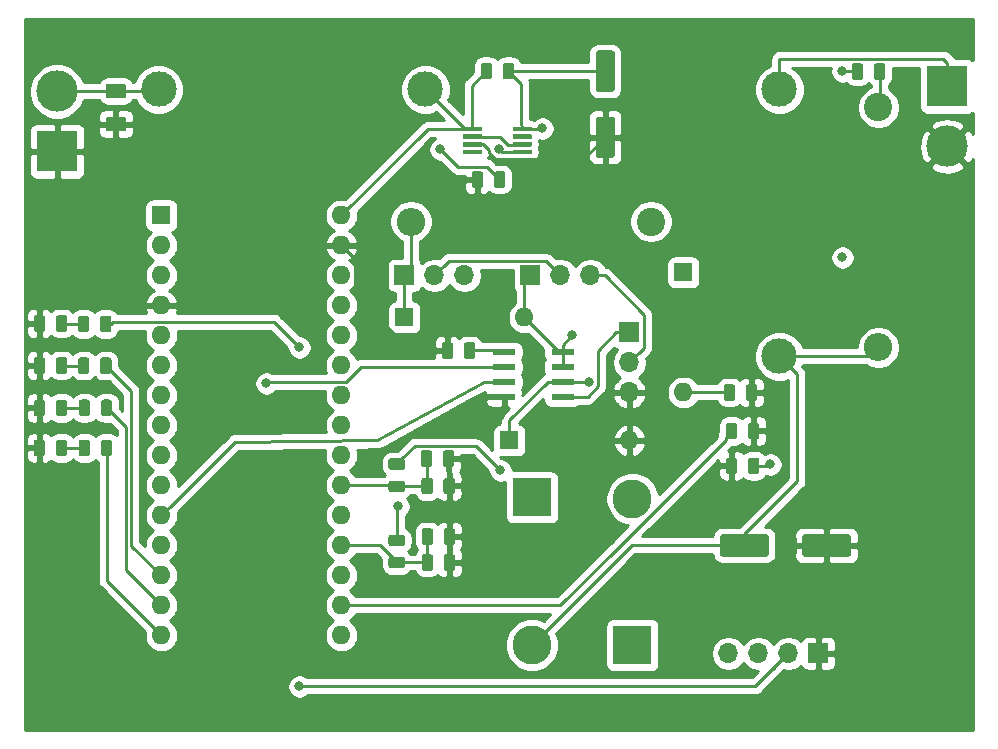
<source format=gbr>
G04 #@! TF.GenerationSoftware,KiCad,Pcbnew,(5.1.5)-3*
G04 #@! TF.CreationDate,2020-06-09T15:43:22-07:00*
G04 #@! TF.ProjectId,MTTP Charge Controller,4d545450-2043-4686-9172-676520436f6e,rev?*
G04 #@! TF.SameCoordinates,Original*
G04 #@! TF.FileFunction,Copper,L1,Top*
G04 #@! TF.FilePolarity,Positive*
%FSLAX46Y46*%
G04 Gerber Fmt 4.6, Leading zero omitted, Abs format (unit mm)*
G04 Created by KiCad (PCBNEW (5.1.5)-3) date 2020-06-09 15:43:22*
%MOMM*%
%LPD*%
G04 APERTURE LIST*
%ADD10C,3.000000*%
%ADD11C,3.300000*%
%ADD12R,3.300000X3.300000*%
%ADD13R,1.600000X1.600000*%
%ADD14O,1.600000X1.600000*%
%ADD15C,0.100000*%
%ADD16R,3.500120X3.500120*%
%ADD17C,3.500120*%
%ADD18R,1.700000X1.700000*%
%ADD19O,1.700000X1.700000*%
%ADD20O,2.400000X2.400000*%
%ADD21C,2.400000*%
%ADD22R,1.981200X0.558800*%
%ADD23C,0.800000*%
%ADD24C,0.250000*%
%ADD25C,0.254000*%
G04 APERTURE END LIST*
D10*
X114808000Y-57150000D03*
X114808000Y-79750000D03*
D11*
X102362000Y-91794000D03*
D12*
X102362000Y-104194000D03*
X93862000Y-91694000D03*
D11*
X93862000Y-104194000D03*
D13*
X62484000Y-67818000D03*
D14*
X77724000Y-100838000D03*
X62484000Y-70358000D03*
X77724000Y-98298000D03*
X62484000Y-72898000D03*
X77724000Y-95758000D03*
X62484000Y-75438000D03*
X77724000Y-93218000D03*
X62484000Y-77978000D03*
X77724000Y-90678000D03*
X62484000Y-80518000D03*
X77724000Y-88138000D03*
X62484000Y-83058000D03*
X77724000Y-85598000D03*
X62484000Y-85598000D03*
X77724000Y-83058000D03*
X62484000Y-88138000D03*
X77724000Y-80518000D03*
X62484000Y-90678000D03*
X77724000Y-77978000D03*
X62484000Y-93218000D03*
X77724000Y-75438000D03*
X62484000Y-95758000D03*
X77724000Y-72898000D03*
X62484000Y-98298000D03*
X77724000Y-70358000D03*
X62484000Y-100838000D03*
X77724000Y-67818000D03*
X62484000Y-103378000D03*
X77724000Y-103378000D03*
G04 #@! TA.AperFunction,SMDPad,CuDef*
D15*
G36*
X59279504Y-59456204D02*
G01*
X59303773Y-59459804D01*
X59327571Y-59465765D01*
X59350671Y-59474030D01*
X59372849Y-59484520D01*
X59393893Y-59497133D01*
X59413598Y-59511747D01*
X59431777Y-59528223D01*
X59448253Y-59546402D01*
X59462867Y-59566107D01*
X59475480Y-59587151D01*
X59485970Y-59609329D01*
X59494235Y-59632429D01*
X59500196Y-59656227D01*
X59503796Y-59680496D01*
X59505000Y-59705000D01*
X59505000Y-60455000D01*
X59503796Y-60479504D01*
X59500196Y-60503773D01*
X59494235Y-60527571D01*
X59485970Y-60550671D01*
X59475480Y-60572849D01*
X59462867Y-60593893D01*
X59448253Y-60613598D01*
X59431777Y-60631777D01*
X59413598Y-60648253D01*
X59393893Y-60662867D01*
X59372849Y-60675480D01*
X59350671Y-60685970D01*
X59327571Y-60694235D01*
X59303773Y-60700196D01*
X59279504Y-60703796D01*
X59255000Y-60705000D01*
X58005000Y-60705000D01*
X57980496Y-60703796D01*
X57956227Y-60700196D01*
X57932429Y-60694235D01*
X57909329Y-60685970D01*
X57887151Y-60675480D01*
X57866107Y-60662867D01*
X57846402Y-60648253D01*
X57828223Y-60631777D01*
X57811747Y-60613598D01*
X57797133Y-60593893D01*
X57784520Y-60572849D01*
X57774030Y-60550671D01*
X57765765Y-60527571D01*
X57759804Y-60503773D01*
X57756204Y-60479504D01*
X57755000Y-60455000D01*
X57755000Y-59705000D01*
X57756204Y-59680496D01*
X57759804Y-59656227D01*
X57765765Y-59632429D01*
X57774030Y-59609329D01*
X57784520Y-59587151D01*
X57797133Y-59566107D01*
X57811747Y-59546402D01*
X57828223Y-59528223D01*
X57846402Y-59511747D01*
X57866107Y-59497133D01*
X57887151Y-59484520D01*
X57909329Y-59474030D01*
X57932429Y-59465765D01*
X57956227Y-59459804D01*
X57980496Y-59456204D01*
X58005000Y-59455000D01*
X59255000Y-59455000D01*
X59279504Y-59456204D01*
G37*
G04 #@! TD.AperFunction*
G04 #@! TA.AperFunction,SMDPad,CuDef*
G36*
X59279504Y-56656204D02*
G01*
X59303773Y-56659804D01*
X59327571Y-56665765D01*
X59350671Y-56674030D01*
X59372849Y-56684520D01*
X59393893Y-56697133D01*
X59413598Y-56711747D01*
X59431777Y-56728223D01*
X59448253Y-56746402D01*
X59462867Y-56766107D01*
X59475480Y-56787151D01*
X59485970Y-56809329D01*
X59494235Y-56832429D01*
X59500196Y-56856227D01*
X59503796Y-56880496D01*
X59505000Y-56905000D01*
X59505000Y-57655000D01*
X59503796Y-57679504D01*
X59500196Y-57703773D01*
X59494235Y-57727571D01*
X59485970Y-57750671D01*
X59475480Y-57772849D01*
X59462867Y-57793893D01*
X59448253Y-57813598D01*
X59431777Y-57831777D01*
X59413598Y-57848253D01*
X59393893Y-57862867D01*
X59372849Y-57875480D01*
X59350671Y-57885970D01*
X59327571Y-57894235D01*
X59303773Y-57900196D01*
X59279504Y-57903796D01*
X59255000Y-57905000D01*
X58005000Y-57905000D01*
X57980496Y-57903796D01*
X57956227Y-57900196D01*
X57932429Y-57894235D01*
X57909329Y-57885970D01*
X57887151Y-57875480D01*
X57866107Y-57862867D01*
X57846402Y-57848253D01*
X57828223Y-57831777D01*
X57811747Y-57813598D01*
X57797133Y-57793893D01*
X57784520Y-57772849D01*
X57774030Y-57750671D01*
X57765765Y-57727571D01*
X57759804Y-57703773D01*
X57756204Y-57679504D01*
X57755000Y-57655000D01*
X57755000Y-56905000D01*
X57756204Y-56880496D01*
X57759804Y-56856227D01*
X57765765Y-56832429D01*
X57774030Y-56809329D01*
X57784520Y-56787151D01*
X57797133Y-56766107D01*
X57811747Y-56746402D01*
X57828223Y-56728223D01*
X57846402Y-56711747D01*
X57866107Y-56697133D01*
X57887151Y-56684520D01*
X57909329Y-56674030D01*
X57932429Y-56665765D01*
X57956227Y-56659804D01*
X57980496Y-56656204D01*
X58005000Y-56655000D01*
X59255000Y-56655000D01*
X59279504Y-56656204D01*
G37*
G04 #@! TD.AperFunction*
G04 #@! TA.AperFunction,SMDPad,CuDef*
G36*
X87135642Y-94297174D02*
G01*
X87159303Y-94300684D01*
X87182507Y-94306496D01*
X87205029Y-94314554D01*
X87226653Y-94324782D01*
X87247170Y-94337079D01*
X87266383Y-94351329D01*
X87284107Y-94367393D01*
X87300171Y-94385117D01*
X87314421Y-94404330D01*
X87326718Y-94424847D01*
X87336946Y-94446471D01*
X87345004Y-94468993D01*
X87350816Y-94492197D01*
X87354326Y-94515858D01*
X87355500Y-94539750D01*
X87355500Y-95452250D01*
X87354326Y-95476142D01*
X87350816Y-95499803D01*
X87345004Y-95523007D01*
X87336946Y-95545529D01*
X87326718Y-95567153D01*
X87314421Y-95587670D01*
X87300171Y-95606883D01*
X87284107Y-95624607D01*
X87266383Y-95640671D01*
X87247170Y-95654921D01*
X87226653Y-95667218D01*
X87205029Y-95677446D01*
X87182507Y-95685504D01*
X87159303Y-95691316D01*
X87135642Y-95694826D01*
X87111750Y-95696000D01*
X86624250Y-95696000D01*
X86600358Y-95694826D01*
X86576697Y-95691316D01*
X86553493Y-95685504D01*
X86530971Y-95677446D01*
X86509347Y-95667218D01*
X86488830Y-95654921D01*
X86469617Y-95640671D01*
X86451893Y-95624607D01*
X86435829Y-95606883D01*
X86421579Y-95587670D01*
X86409282Y-95567153D01*
X86399054Y-95545529D01*
X86390996Y-95523007D01*
X86385184Y-95499803D01*
X86381674Y-95476142D01*
X86380500Y-95452250D01*
X86380500Y-94539750D01*
X86381674Y-94515858D01*
X86385184Y-94492197D01*
X86390996Y-94468993D01*
X86399054Y-94446471D01*
X86409282Y-94424847D01*
X86421579Y-94404330D01*
X86435829Y-94385117D01*
X86451893Y-94367393D01*
X86469617Y-94351329D01*
X86488830Y-94337079D01*
X86509347Y-94324782D01*
X86530971Y-94314554D01*
X86553493Y-94306496D01*
X86576697Y-94300684D01*
X86600358Y-94297174D01*
X86624250Y-94296000D01*
X87111750Y-94296000D01*
X87135642Y-94297174D01*
G37*
G04 #@! TD.AperFunction*
G04 #@! TA.AperFunction,SMDPad,CuDef*
G36*
X85260642Y-94297174D02*
G01*
X85284303Y-94300684D01*
X85307507Y-94306496D01*
X85330029Y-94314554D01*
X85351653Y-94324782D01*
X85372170Y-94337079D01*
X85391383Y-94351329D01*
X85409107Y-94367393D01*
X85425171Y-94385117D01*
X85439421Y-94404330D01*
X85451718Y-94424847D01*
X85461946Y-94446471D01*
X85470004Y-94468993D01*
X85475816Y-94492197D01*
X85479326Y-94515858D01*
X85480500Y-94539750D01*
X85480500Y-95452250D01*
X85479326Y-95476142D01*
X85475816Y-95499803D01*
X85470004Y-95523007D01*
X85461946Y-95545529D01*
X85451718Y-95567153D01*
X85439421Y-95587670D01*
X85425171Y-95606883D01*
X85409107Y-95624607D01*
X85391383Y-95640671D01*
X85372170Y-95654921D01*
X85351653Y-95667218D01*
X85330029Y-95677446D01*
X85307507Y-95685504D01*
X85284303Y-95691316D01*
X85260642Y-95694826D01*
X85236750Y-95696000D01*
X84749250Y-95696000D01*
X84725358Y-95694826D01*
X84701697Y-95691316D01*
X84678493Y-95685504D01*
X84655971Y-95677446D01*
X84634347Y-95667218D01*
X84613830Y-95654921D01*
X84594617Y-95640671D01*
X84576893Y-95624607D01*
X84560829Y-95606883D01*
X84546579Y-95587670D01*
X84534282Y-95567153D01*
X84524054Y-95545529D01*
X84515996Y-95523007D01*
X84510184Y-95499803D01*
X84506674Y-95476142D01*
X84505500Y-95452250D01*
X84505500Y-94539750D01*
X84506674Y-94515858D01*
X84510184Y-94492197D01*
X84515996Y-94468993D01*
X84524054Y-94446471D01*
X84534282Y-94424847D01*
X84546579Y-94404330D01*
X84560829Y-94385117D01*
X84576893Y-94367393D01*
X84594617Y-94351329D01*
X84613830Y-94337079D01*
X84634347Y-94324782D01*
X84655971Y-94314554D01*
X84678493Y-94306496D01*
X84701697Y-94300684D01*
X84725358Y-94297174D01*
X84749250Y-94296000D01*
X85236750Y-94296000D01*
X85260642Y-94297174D01*
G37*
G04 #@! TD.AperFunction*
G04 #@! TA.AperFunction,SMDPad,CuDef*
G36*
X100634504Y-53851204D02*
G01*
X100658773Y-53854804D01*
X100682571Y-53860765D01*
X100705671Y-53869030D01*
X100727849Y-53879520D01*
X100748893Y-53892133D01*
X100768598Y-53906747D01*
X100786777Y-53923223D01*
X100803253Y-53941402D01*
X100817867Y-53961107D01*
X100830480Y-53982151D01*
X100840970Y-54004329D01*
X100849235Y-54027429D01*
X100855196Y-54051227D01*
X100858796Y-54075496D01*
X100860000Y-54100000D01*
X100860000Y-57100000D01*
X100858796Y-57124504D01*
X100855196Y-57148773D01*
X100849235Y-57172571D01*
X100840970Y-57195671D01*
X100830480Y-57217849D01*
X100817867Y-57238893D01*
X100803253Y-57258598D01*
X100786777Y-57276777D01*
X100768598Y-57293253D01*
X100748893Y-57307867D01*
X100727849Y-57320480D01*
X100705671Y-57330970D01*
X100682571Y-57339235D01*
X100658773Y-57345196D01*
X100634504Y-57348796D01*
X100610000Y-57350000D01*
X99510000Y-57350000D01*
X99485496Y-57348796D01*
X99461227Y-57345196D01*
X99437429Y-57339235D01*
X99414329Y-57330970D01*
X99392151Y-57320480D01*
X99371107Y-57307867D01*
X99351402Y-57293253D01*
X99333223Y-57276777D01*
X99316747Y-57258598D01*
X99302133Y-57238893D01*
X99289520Y-57217849D01*
X99279030Y-57195671D01*
X99270765Y-57172571D01*
X99264804Y-57148773D01*
X99261204Y-57124504D01*
X99260000Y-57100000D01*
X99260000Y-54100000D01*
X99261204Y-54075496D01*
X99264804Y-54051227D01*
X99270765Y-54027429D01*
X99279030Y-54004329D01*
X99289520Y-53982151D01*
X99302133Y-53961107D01*
X99316747Y-53941402D01*
X99333223Y-53923223D01*
X99351402Y-53906747D01*
X99371107Y-53892133D01*
X99392151Y-53879520D01*
X99414329Y-53869030D01*
X99437429Y-53860765D01*
X99461227Y-53854804D01*
X99485496Y-53851204D01*
X99510000Y-53850000D01*
X100610000Y-53850000D01*
X100634504Y-53851204D01*
G37*
G04 #@! TD.AperFunction*
G04 #@! TA.AperFunction,SMDPad,CuDef*
G36*
X100634504Y-59451204D02*
G01*
X100658773Y-59454804D01*
X100682571Y-59460765D01*
X100705671Y-59469030D01*
X100727849Y-59479520D01*
X100748893Y-59492133D01*
X100768598Y-59506747D01*
X100786777Y-59523223D01*
X100803253Y-59541402D01*
X100817867Y-59561107D01*
X100830480Y-59582151D01*
X100840970Y-59604329D01*
X100849235Y-59627429D01*
X100855196Y-59651227D01*
X100858796Y-59675496D01*
X100860000Y-59700000D01*
X100860000Y-62700000D01*
X100858796Y-62724504D01*
X100855196Y-62748773D01*
X100849235Y-62772571D01*
X100840970Y-62795671D01*
X100830480Y-62817849D01*
X100817867Y-62838893D01*
X100803253Y-62858598D01*
X100786777Y-62876777D01*
X100768598Y-62893253D01*
X100748893Y-62907867D01*
X100727849Y-62920480D01*
X100705671Y-62930970D01*
X100682571Y-62939235D01*
X100658773Y-62945196D01*
X100634504Y-62948796D01*
X100610000Y-62950000D01*
X99510000Y-62950000D01*
X99485496Y-62948796D01*
X99461227Y-62945196D01*
X99437429Y-62939235D01*
X99414329Y-62930970D01*
X99392151Y-62920480D01*
X99371107Y-62907867D01*
X99351402Y-62893253D01*
X99333223Y-62876777D01*
X99316747Y-62858598D01*
X99302133Y-62838893D01*
X99289520Y-62817849D01*
X99279030Y-62795671D01*
X99270765Y-62772571D01*
X99264804Y-62748773D01*
X99261204Y-62724504D01*
X99260000Y-62700000D01*
X99260000Y-59700000D01*
X99261204Y-59675496D01*
X99264804Y-59651227D01*
X99270765Y-59627429D01*
X99279030Y-59604329D01*
X99289520Y-59582151D01*
X99302133Y-59561107D01*
X99316747Y-59541402D01*
X99333223Y-59523223D01*
X99351402Y-59506747D01*
X99371107Y-59492133D01*
X99392151Y-59479520D01*
X99414329Y-59469030D01*
X99437429Y-59460765D01*
X99461227Y-59454804D01*
X99485496Y-59451204D01*
X99510000Y-59450000D01*
X100610000Y-59450000D01*
X100634504Y-59451204D01*
G37*
G04 #@! TD.AperFunction*
G04 #@! TA.AperFunction,SMDPad,CuDef*
G36*
X113690504Y-94809204D02*
G01*
X113714773Y-94812804D01*
X113738571Y-94818765D01*
X113761671Y-94827030D01*
X113783849Y-94837520D01*
X113804893Y-94850133D01*
X113824598Y-94864747D01*
X113842777Y-94881223D01*
X113859253Y-94899402D01*
X113873867Y-94919107D01*
X113886480Y-94940151D01*
X113896970Y-94962329D01*
X113905235Y-94985429D01*
X113911196Y-95009227D01*
X113914796Y-95033496D01*
X113916000Y-95058000D01*
X113916000Y-96458000D01*
X113914796Y-96482504D01*
X113911196Y-96506773D01*
X113905235Y-96530571D01*
X113896970Y-96553671D01*
X113886480Y-96575849D01*
X113873867Y-96596893D01*
X113859253Y-96616598D01*
X113842777Y-96634777D01*
X113824598Y-96651253D01*
X113804893Y-96665867D01*
X113783849Y-96678480D01*
X113761671Y-96688970D01*
X113738571Y-96697235D01*
X113714773Y-96703196D01*
X113690504Y-96706796D01*
X113666000Y-96708000D01*
X110016000Y-96708000D01*
X109991496Y-96706796D01*
X109967227Y-96703196D01*
X109943429Y-96697235D01*
X109920329Y-96688970D01*
X109898151Y-96678480D01*
X109877107Y-96665867D01*
X109857402Y-96651253D01*
X109839223Y-96634777D01*
X109822747Y-96616598D01*
X109808133Y-96596893D01*
X109795520Y-96575849D01*
X109785030Y-96553671D01*
X109776765Y-96530571D01*
X109770804Y-96506773D01*
X109767204Y-96482504D01*
X109766000Y-96458000D01*
X109766000Y-95058000D01*
X109767204Y-95033496D01*
X109770804Y-95009227D01*
X109776765Y-94985429D01*
X109785030Y-94962329D01*
X109795520Y-94940151D01*
X109808133Y-94919107D01*
X109822747Y-94899402D01*
X109839223Y-94881223D01*
X109857402Y-94864747D01*
X109877107Y-94850133D01*
X109898151Y-94837520D01*
X109920329Y-94827030D01*
X109943429Y-94818765D01*
X109967227Y-94812804D01*
X109991496Y-94809204D01*
X110016000Y-94808000D01*
X113666000Y-94808000D01*
X113690504Y-94809204D01*
G37*
G04 #@! TD.AperFunction*
G04 #@! TA.AperFunction,SMDPad,CuDef*
G36*
X120640504Y-94809204D02*
G01*
X120664773Y-94812804D01*
X120688571Y-94818765D01*
X120711671Y-94827030D01*
X120733849Y-94837520D01*
X120754893Y-94850133D01*
X120774598Y-94864747D01*
X120792777Y-94881223D01*
X120809253Y-94899402D01*
X120823867Y-94919107D01*
X120836480Y-94940151D01*
X120846970Y-94962329D01*
X120855235Y-94985429D01*
X120861196Y-95009227D01*
X120864796Y-95033496D01*
X120866000Y-95058000D01*
X120866000Y-96458000D01*
X120864796Y-96482504D01*
X120861196Y-96506773D01*
X120855235Y-96530571D01*
X120846970Y-96553671D01*
X120836480Y-96575849D01*
X120823867Y-96596893D01*
X120809253Y-96616598D01*
X120792777Y-96634777D01*
X120774598Y-96651253D01*
X120754893Y-96665867D01*
X120733849Y-96678480D01*
X120711671Y-96688970D01*
X120688571Y-96697235D01*
X120664773Y-96703196D01*
X120640504Y-96706796D01*
X120616000Y-96708000D01*
X116966000Y-96708000D01*
X116941496Y-96706796D01*
X116917227Y-96703196D01*
X116893429Y-96697235D01*
X116870329Y-96688970D01*
X116848151Y-96678480D01*
X116827107Y-96665867D01*
X116807402Y-96651253D01*
X116789223Y-96634777D01*
X116772747Y-96616598D01*
X116758133Y-96596893D01*
X116745520Y-96575849D01*
X116735030Y-96553671D01*
X116726765Y-96530571D01*
X116720804Y-96506773D01*
X116717204Y-96482504D01*
X116716000Y-96458000D01*
X116716000Y-95058000D01*
X116717204Y-95033496D01*
X116720804Y-95009227D01*
X116726765Y-94985429D01*
X116735030Y-94962329D01*
X116745520Y-94940151D01*
X116758133Y-94919107D01*
X116772747Y-94899402D01*
X116789223Y-94881223D01*
X116807402Y-94864747D01*
X116827107Y-94850133D01*
X116848151Y-94837520D01*
X116870329Y-94827030D01*
X116893429Y-94818765D01*
X116917227Y-94812804D01*
X116941496Y-94809204D01*
X116966000Y-94808000D01*
X120616000Y-94808000D01*
X120640504Y-94809204D01*
G37*
G04 #@! TD.AperFunction*
G04 #@! TA.AperFunction,SMDPad,CuDef*
G36*
X56168142Y-79837174D02*
G01*
X56191803Y-79840684D01*
X56215007Y-79846496D01*
X56237529Y-79854554D01*
X56259153Y-79864782D01*
X56279670Y-79877079D01*
X56298883Y-79891329D01*
X56316607Y-79907393D01*
X56332671Y-79925117D01*
X56346921Y-79944330D01*
X56359218Y-79964847D01*
X56369446Y-79986471D01*
X56377504Y-80008993D01*
X56383316Y-80032197D01*
X56386826Y-80055858D01*
X56388000Y-80079750D01*
X56388000Y-80992250D01*
X56386826Y-81016142D01*
X56383316Y-81039803D01*
X56377504Y-81063007D01*
X56369446Y-81085529D01*
X56359218Y-81107153D01*
X56346921Y-81127670D01*
X56332671Y-81146883D01*
X56316607Y-81164607D01*
X56298883Y-81180671D01*
X56279670Y-81194921D01*
X56259153Y-81207218D01*
X56237529Y-81217446D01*
X56215007Y-81225504D01*
X56191803Y-81231316D01*
X56168142Y-81234826D01*
X56144250Y-81236000D01*
X55656750Y-81236000D01*
X55632858Y-81234826D01*
X55609197Y-81231316D01*
X55585993Y-81225504D01*
X55563471Y-81217446D01*
X55541847Y-81207218D01*
X55521330Y-81194921D01*
X55502117Y-81180671D01*
X55484393Y-81164607D01*
X55468329Y-81146883D01*
X55454079Y-81127670D01*
X55441782Y-81107153D01*
X55431554Y-81085529D01*
X55423496Y-81063007D01*
X55417684Y-81039803D01*
X55414174Y-81016142D01*
X55413000Y-80992250D01*
X55413000Y-80079750D01*
X55414174Y-80055858D01*
X55417684Y-80032197D01*
X55423496Y-80008993D01*
X55431554Y-79986471D01*
X55441782Y-79964847D01*
X55454079Y-79944330D01*
X55468329Y-79925117D01*
X55484393Y-79907393D01*
X55502117Y-79891329D01*
X55521330Y-79877079D01*
X55541847Y-79864782D01*
X55563471Y-79854554D01*
X55585993Y-79846496D01*
X55609197Y-79840684D01*
X55632858Y-79837174D01*
X55656750Y-79836000D01*
X56144250Y-79836000D01*
X56168142Y-79837174D01*
G37*
G04 #@! TD.AperFunction*
G04 #@! TA.AperFunction,SMDPad,CuDef*
G36*
X58043142Y-79837174D02*
G01*
X58066803Y-79840684D01*
X58090007Y-79846496D01*
X58112529Y-79854554D01*
X58134153Y-79864782D01*
X58154670Y-79877079D01*
X58173883Y-79891329D01*
X58191607Y-79907393D01*
X58207671Y-79925117D01*
X58221921Y-79944330D01*
X58234218Y-79964847D01*
X58244446Y-79986471D01*
X58252504Y-80008993D01*
X58258316Y-80032197D01*
X58261826Y-80055858D01*
X58263000Y-80079750D01*
X58263000Y-80992250D01*
X58261826Y-81016142D01*
X58258316Y-81039803D01*
X58252504Y-81063007D01*
X58244446Y-81085529D01*
X58234218Y-81107153D01*
X58221921Y-81127670D01*
X58207671Y-81146883D01*
X58191607Y-81164607D01*
X58173883Y-81180671D01*
X58154670Y-81194921D01*
X58134153Y-81207218D01*
X58112529Y-81217446D01*
X58090007Y-81225504D01*
X58066803Y-81231316D01*
X58043142Y-81234826D01*
X58019250Y-81236000D01*
X57531750Y-81236000D01*
X57507858Y-81234826D01*
X57484197Y-81231316D01*
X57460993Y-81225504D01*
X57438471Y-81217446D01*
X57416847Y-81207218D01*
X57396330Y-81194921D01*
X57377117Y-81180671D01*
X57359393Y-81164607D01*
X57343329Y-81146883D01*
X57329079Y-81127670D01*
X57316782Y-81107153D01*
X57306554Y-81085529D01*
X57298496Y-81063007D01*
X57292684Y-81039803D01*
X57289174Y-81016142D01*
X57288000Y-80992250D01*
X57288000Y-80079750D01*
X57289174Y-80055858D01*
X57292684Y-80032197D01*
X57298496Y-80008993D01*
X57306554Y-79986471D01*
X57316782Y-79964847D01*
X57329079Y-79944330D01*
X57343329Y-79925117D01*
X57359393Y-79907393D01*
X57377117Y-79891329D01*
X57396330Y-79877079D01*
X57416847Y-79864782D01*
X57438471Y-79854554D01*
X57460993Y-79846496D01*
X57484197Y-79840684D01*
X57507858Y-79837174D01*
X57531750Y-79836000D01*
X58019250Y-79836000D01*
X58043142Y-79837174D01*
G37*
G04 #@! TD.AperFunction*
G04 #@! TA.AperFunction,SMDPad,CuDef*
G36*
X58101142Y-83401174D02*
G01*
X58124803Y-83404684D01*
X58148007Y-83410496D01*
X58170529Y-83418554D01*
X58192153Y-83428782D01*
X58212670Y-83441079D01*
X58231883Y-83455329D01*
X58249607Y-83471393D01*
X58265671Y-83489117D01*
X58279921Y-83508330D01*
X58292218Y-83528847D01*
X58302446Y-83550471D01*
X58310504Y-83572993D01*
X58316316Y-83596197D01*
X58319826Y-83619858D01*
X58321000Y-83643750D01*
X58321000Y-84556250D01*
X58319826Y-84580142D01*
X58316316Y-84603803D01*
X58310504Y-84627007D01*
X58302446Y-84649529D01*
X58292218Y-84671153D01*
X58279921Y-84691670D01*
X58265671Y-84710883D01*
X58249607Y-84728607D01*
X58231883Y-84744671D01*
X58212670Y-84758921D01*
X58192153Y-84771218D01*
X58170529Y-84781446D01*
X58148007Y-84789504D01*
X58124803Y-84795316D01*
X58101142Y-84798826D01*
X58077250Y-84800000D01*
X57589750Y-84800000D01*
X57565858Y-84798826D01*
X57542197Y-84795316D01*
X57518993Y-84789504D01*
X57496471Y-84781446D01*
X57474847Y-84771218D01*
X57454330Y-84758921D01*
X57435117Y-84744671D01*
X57417393Y-84728607D01*
X57401329Y-84710883D01*
X57387079Y-84691670D01*
X57374782Y-84671153D01*
X57364554Y-84649529D01*
X57356496Y-84627007D01*
X57350684Y-84603803D01*
X57347174Y-84580142D01*
X57346000Y-84556250D01*
X57346000Y-83643750D01*
X57347174Y-83619858D01*
X57350684Y-83596197D01*
X57356496Y-83572993D01*
X57364554Y-83550471D01*
X57374782Y-83528847D01*
X57387079Y-83508330D01*
X57401329Y-83489117D01*
X57417393Y-83471393D01*
X57435117Y-83455329D01*
X57454330Y-83441079D01*
X57474847Y-83428782D01*
X57496471Y-83418554D01*
X57518993Y-83410496D01*
X57542197Y-83404684D01*
X57565858Y-83401174D01*
X57589750Y-83400000D01*
X58077250Y-83400000D01*
X58101142Y-83401174D01*
G37*
G04 #@! TD.AperFunction*
G04 #@! TA.AperFunction,SMDPad,CuDef*
G36*
X56226142Y-83401174D02*
G01*
X56249803Y-83404684D01*
X56273007Y-83410496D01*
X56295529Y-83418554D01*
X56317153Y-83428782D01*
X56337670Y-83441079D01*
X56356883Y-83455329D01*
X56374607Y-83471393D01*
X56390671Y-83489117D01*
X56404921Y-83508330D01*
X56417218Y-83528847D01*
X56427446Y-83550471D01*
X56435504Y-83572993D01*
X56441316Y-83596197D01*
X56444826Y-83619858D01*
X56446000Y-83643750D01*
X56446000Y-84556250D01*
X56444826Y-84580142D01*
X56441316Y-84603803D01*
X56435504Y-84627007D01*
X56427446Y-84649529D01*
X56417218Y-84671153D01*
X56404921Y-84691670D01*
X56390671Y-84710883D01*
X56374607Y-84728607D01*
X56356883Y-84744671D01*
X56337670Y-84758921D01*
X56317153Y-84771218D01*
X56295529Y-84781446D01*
X56273007Y-84789504D01*
X56249803Y-84795316D01*
X56226142Y-84798826D01*
X56202250Y-84800000D01*
X55714750Y-84800000D01*
X55690858Y-84798826D01*
X55667197Y-84795316D01*
X55643993Y-84789504D01*
X55621471Y-84781446D01*
X55599847Y-84771218D01*
X55579330Y-84758921D01*
X55560117Y-84744671D01*
X55542393Y-84728607D01*
X55526329Y-84710883D01*
X55512079Y-84691670D01*
X55499782Y-84671153D01*
X55489554Y-84649529D01*
X55481496Y-84627007D01*
X55475684Y-84603803D01*
X55472174Y-84580142D01*
X55471000Y-84556250D01*
X55471000Y-83643750D01*
X55472174Y-83619858D01*
X55475684Y-83596197D01*
X55481496Y-83572993D01*
X55489554Y-83550471D01*
X55499782Y-83528847D01*
X55512079Y-83508330D01*
X55526329Y-83489117D01*
X55542393Y-83471393D01*
X55560117Y-83455329D01*
X55579330Y-83441079D01*
X55599847Y-83428782D01*
X55621471Y-83418554D01*
X55643993Y-83410496D01*
X55667197Y-83404684D01*
X55690858Y-83401174D01*
X55714750Y-83400000D01*
X56202250Y-83400000D01*
X56226142Y-83401174D01*
G37*
G04 #@! TD.AperFunction*
G04 #@! TA.AperFunction,SMDPad,CuDef*
G36*
X58101142Y-86801174D02*
G01*
X58124803Y-86804684D01*
X58148007Y-86810496D01*
X58170529Y-86818554D01*
X58192153Y-86828782D01*
X58212670Y-86841079D01*
X58231883Y-86855329D01*
X58249607Y-86871393D01*
X58265671Y-86889117D01*
X58279921Y-86908330D01*
X58292218Y-86928847D01*
X58302446Y-86950471D01*
X58310504Y-86972993D01*
X58316316Y-86996197D01*
X58319826Y-87019858D01*
X58321000Y-87043750D01*
X58321000Y-87956250D01*
X58319826Y-87980142D01*
X58316316Y-88003803D01*
X58310504Y-88027007D01*
X58302446Y-88049529D01*
X58292218Y-88071153D01*
X58279921Y-88091670D01*
X58265671Y-88110883D01*
X58249607Y-88128607D01*
X58231883Y-88144671D01*
X58212670Y-88158921D01*
X58192153Y-88171218D01*
X58170529Y-88181446D01*
X58148007Y-88189504D01*
X58124803Y-88195316D01*
X58101142Y-88198826D01*
X58077250Y-88200000D01*
X57589750Y-88200000D01*
X57565858Y-88198826D01*
X57542197Y-88195316D01*
X57518993Y-88189504D01*
X57496471Y-88181446D01*
X57474847Y-88171218D01*
X57454330Y-88158921D01*
X57435117Y-88144671D01*
X57417393Y-88128607D01*
X57401329Y-88110883D01*
X57387079Y-88091670D01*
X57374782Y-88071153D01*
X57364554Y-88049529D01*
X57356496Y-88027007D01*
X57350684Y-88003803D01*
X57347174Y-87980142D01*
X57346000Y-87956250D01*
X57346000Y-87043750D01*
X57347174Y-87019858D01*
X57350684Y-86996197D01*
X57356496Y-86972993D01*
X57364554Y-86950471D01*
X57374782Y-86928847D01*
X57387079Y-86908330D01*
X57401329Y-86889117D01*
X57417393Y-86871393D01*
X57435117Y-86855329D01*
X57454330Y-86841079D01*
X57474847Y-86828782D01*
X57496471Y-86818554D01*
X57518993Y-86810496D01*
X57542197Y-86804684D01*
X57565858Y-86801174D01*
X57589750Y-86800000D01*
X58077250Y-86800000D01*
X58101142Y-86801174D01*
G37*
G04 #@! TD.AperFunction*
G04 #@! TA.AperFunction,SMDPad,CuDef*
G36*
X56226142Y-86801174D02*
G01*
X56249803Y-86804684D01*
X56273007Y-86810496D01*
X56295529Y-86818554D01*
X56317153Y-86828782D01*
X56337670Y-86841079D01*
X56356883Y-86855329D01*
X56374607Y-86871393D01*
X56390671Y-86889117D01*
X56404921Y-86908330D01*
X56417218Y-86928847D01*
X56427446Y-86950471D01*
X56435504Y-86972993D01*
X56441316Y-86996197D01*
X56444826Y-87019858D01*
X56446000Y-87043750D01*
X56446000Y-87956250D01*
X56444826Y-87980142D01*
X56441316Y-88003803D01*
X56435504Y-88027007D01*
X56427446Y-88049529D01*
X56417218Y-88071153D01*
X56404921Y-88091670D01*
X56390671Y-88110883D01*
X56374607Y-88128607D01*
X56356883Y-88144671D01*
X56337670Y-88158921D01*
X56317153Y-88171218D01*
X56295529Y-88181446D01*
X56273007Y-88189504D01*
X56249803Y-88195316D01*
X56226142Y-88198826D01*
X56202250Y-88200000D01*
X55714750Y-88200000D01*
X55690858Y-88198826D01*
X55667197Y-88195316D01*
X55643993Y-88189504D01*
X55621471Y-88181446D01*
X55599847Y-88171218D01*
X55579330Y-88158921D01*
X55560117Y-88144671D01*
X55542393Y-88128607D01*
X55526329Y-88110883D01*
X55512079Y-88091670D01*
X55499782Y-88071153D01*
X55489554Y-88049529D01*
X55481496Y-88027007D01*
X55475684Y-88003803D01*
X55472174Y-87980142D01*
X55471000Y-87956250D01*
X55471000Y-87043750D01*
X55472174Y-87019858D01*
X55475684Y-86996197D01*
X55481496Y-86972993D01*
X55489554Y-86950471D01*
X55499782Y-86928847D01*
X55512079Y-86908330D01*
X55526329Y-86889117D01*
X55542393Y-86871393D01*
X55560117Y-86855329D01*
X55579330Y-86841079D01*
X55599847Y-86828782D01*
X55621471Y-86818554D01*
X55643993Y-86810496D01*
X55667197Y-86804684D01*
X55690858Y-86801174D01*
X55714750Y-86800000D01*
X56202250Y-86800000D01*
X56226142Y-86801174D01*
G37*
G04 #@! TD.AperFunction*
G04 #@! TA.AperFunction,SMDPad,CuDef*
G36*
X56147642Y-76301174D02*
G01*
X56171303Y-76304684D01*
X56194507Y-76310496D01*
X56217029Y-76318554D01*
X56238653Y-76328782D01*
X56259170Y-76341079D01*
X56278383Y-76355329D01*
X56296107Y-76371393D01*
X56312171Y-76389117D01*
X56326421Y-76408330D01*
X56338718Y-76428847D01*
X56348946Y-76450471D01*
X56357004Y-76472993D01*
X56362816Y-76496197D01*
X56366326Y-76519858D01*
X56367500Y-76543750D01*
X56367500Y-77456250D01*
X56366326Y-77480142D01*
X56362816Y-77503803D01*
X56357004Y-77527007D01*
X56348946Y-77549529D01*
X56338718Y-77571153D01*
X56326421Y-77591670D01*
X56312171Y-77610883D01*
X56296107Y-77628607D01*
X56278383Y-77644671D01*
X56259170Y-77658921D01*
X56238653Y-77671218D01*
X56217029Y-77681446D01*
X56194507Y-77689504D01*
X56171303Y-77695316D01*
X56147642Y-77698826D01*
X56123750Y-77700000D01*
X55636250Y-77700000D01*
X55612358Y-77698826D01*
X55588697Y-77695316D01*
X55565493Y-77689504D01*
X55542971Y-77681446D01*
X55521347Y-77671218D01*
X55500830Y-77658921D01*
X55481617Y-77644671D01*
X55463893Y-77628607D01*
X55447829Y-77610883D01*
X55433579Y-77591670D01*
X55421282Y-77571153D01*
X55411054Y-77549529D01*
X55402996Y-77527007D01*
X55397184Y-77503803D01*
X55393674Y-77480142D01*
X55392500Y-77456250D01*
X55392500Y-76543750D01*
X55393674Y-76519858D01*
X55397184Y-76496197D01*
X55402996Y-76472993D01*
X55411054Y-76450471D01*
X55421282Y-76428847D01*
X55433579Y-76408330D01*
X55447829Y-76389117D01*
X55463893Y-76371393D01*
X55481617Y-76355329D01*
X55500830Y-76341079D01*
X55521347Y-76328782D01*
X55542971Y-76318554D01*
X55565493Y-76310496D01*
X55588697Y-76304684D01*
X55612358Y-76301174D01*
X55636250Y-76300000D01*
X56123750Y-76300000D01*
X56147642Y-76301174D01*
G37*
G04 #@! TD.AperFunction*
G04 #@! TA.AperFunction,SMDPad,CuDef*
G36*
X58022642Y-76301174D02*
G01*
X58046303Y-76304684D01*
X58069507Y-76310496D01*
X58092029Y-76318554D01*
X58113653Y-76328782D01*
X58134170Y-76341079D01*
X58153383Y-76355329D01*
X58171107Y-76371393D01*
X58187171Y-76389117D01*
X58201421Y-76408330D01*
X58213718Y-76428847D01*
X58223946Y-76450471D01*
X58232004Y-76472993D01*
X58237816Y-76496197D01*
X58241326Y-76519858D01*
X58242500Y-76543750D01*
X58242500Y-77456250D01*
X58241326Y-77480142D01*
X58237816Y-77503803D01*
X58232004Y-77527007D01*
X58223946Y-77549529D01*
X58213718Y-77571153D01*
X58201421Y-77591670D01*
X58187171Y-77610883D01*
X58171107Y-77628607D01*
X58153383Y-77644671D01*
X58134170Y-77658921D01*
X58113653Y-77671218D01*
X58092029Y-77681446D01*
X58069507Y-77689504D01*
X58046303Y-77695316D01*
X58022642Y-77698826D01*
X57998750Y-77700000D01*
X57511250Y-77700000D01*
X57487358Y-77698826D01*
X57463697Y-77695316D01*
X57440493Y-77689504D01*
X57417971Y-77681446D01*
X57396347Y-77671218D01*
X57375830Y-77658921D01*
X57356617Y-77644671D01*
X57338893Y-77628607D01*
X57322829Y-77610883D01*
X57308579Y-77591670D01*
X57296282Y-77571153D01*
X57286054Y-77549529D01*
X57277996Y-77527007D01*
X57272184Y-77503803D01*
X57268674Y-77480142D01*
X57267500Y-77456250D01*
X57267500Y-76543750D01*
X57268674Y-76519858D01*
X57272184Y-76496197D01*
X57277996Y-76472993D01*
X57286054Y-76450471D01*
X57296282Y-76428847D01*
X57308579Y-76408330D01*
X57322829Y-76389117D01*
X57338893Y-76371393D01*
X57356617Y-76355329D01*
X57375830Y-76341079D01*
X57396347Y-76328782D01*
X57417971Y-76318554D01*
X57440493Y-76310496D01*
X57463697Y-76304684D01*
X57487358Y-76301174D01*
X57511250Y-76300000D01*
X57998750Y-76300000D01*
X58022642Y-76301174D01*
G37*
G04 #@! TD.AperFunction*
D13*
X106680000Y-72644000D03*
D14*
X106680000Y-82804000D03*
D13*
X83058000Y-76454000D03*
D14*
X93218000Y-76454000D03*
X102108000Y-86868000D03*
D13*
X91948000Y-86868000D03*
D10*
X62236000Y-57150000D03*
X84836000Y-57150000D03*
D16*
X53650000Y-62400000D03*
D17*
X53650000Y-57320000D03*
X129032000Y-61976000D03*
D16*
X129032000Y-56896000D03*
D18*
X118110000Y-104902000D03*
D19*
X115570000Y-104902000D03*
X113030000Y-104902000D03*
X110490000Y-104902000D03*
D20*
X83598000Y-68338000D03*
D21*
X103918000Y-68338000D03*
X123190000Y-58674000D03*
D20*
X123190000Y-78994000D03*
D22*
X96443800Y-79375000D03*
X96443800Y-80645000D03*
X96443800Y-81915000D03*
X96443800Y-83185000D03*
X91516200Y-83185000D03*
X91516200Y-81915000D03*
X91516200Y-80645000D03*
X91516200Y-79375000D03*
G04 #@! TA.AperFunction,SMDPad,CuDef*
D15*
G36*
X92127642Y-54901174D02*
G01*
X92151303Y-54904684D01*
X92174507Y-54910496D01*
X92197029Y-54918554D01*
X92218653Y-54928782D01*
X92239170Y-54941079D01*
X92258383Y-54955329D01*
X92276107Y-54971393D01*
X92292171Y-54989117D01*
X92306421Y-55008330D01*
X92318718Y-55028847D01*
X92328946Y-55050471D01*
X92337004Y-55072993D01*
X92342816Y-55096197D01*
X92346326Y-55119858D01*
X92347500Y-55143750D01*
X92347500Y-56056250D01*
X92346326Y-56080142D01*
X92342816Y-56103803D01*
X92337004Y-56127007D01*
X92328946Y-56149529D01*
X92318718Y-56171153D01*
X92306421Y-56191670D01*
X92292171Y-56210883D01*
X92276107Y-56228607D01*
X92258383Y-56244671D01*
X92239170Y-56258921D01*
X92218653Y-56271218D01*
X92197029Y-56281446D01*
X92174507Y-56289504D01*
X92151303Y-56295316D01*
X92127642Y-56298826D01*
X92103750Y-56300000D01*
X91616250Y-56300000D01*
X91592358Y-56298826D01*
X91568697Y-56295316D01*
X91545493Y-56289504D01*
X91522971Y-56281446D01*
X91501347Y-56271218D01*
X91480830Y-56258921D01*
X91461617Y-56244671D01*
X91443893Y-56228607D01*
X91427829Y-56210883D01*
X91413579Y-56191670D01*
X91401282Y-56171153D01*
X91391054Y-56149529D01*
X91382996Y-56127007D01*
X91377184Y-56103803D01*
X91373674Y-56080142D01*
X91372500Y-56056250D01*
X91372500Y-55143750D01*
X91373674Y-55119858D01*
X91377184Y-55096197D01*
X91382996Y-55072993D01*
X91391054Y-55050471D01*
X91401282Y-55028847D01*
X91413579Y-55008330D01*
X91427829Y-54989117D01*
X91443893Y-54971393D01*
X91461617Y-54955329D01*
X91480830Y-54941079D01*
X91501347Y-54928782D01*
X91522971Y-54918554D01*
X91545493Y-54910496D01*
X91568697Y-54904684D01*
X91592358Y-54901174D01*
X91616250Y-54900000D01*
X92103750Y-54900000D01*
X92127642Y-54901174D01*
G37*
G04 #@! TD.AperFunction*
G04 #@! TA.AperFunction,SMDPad,CuDef*
G36*
X90252642Y-54901174D02*
G01*
X90276303Y-54904684D01*
X90299507Y-54910496D01*
X90322029Y-54918554D01*
X90343653Y-54928782D01*
X90364170Y-54941079D01*
X90383383Y-54955329D01*
X90401107Y-54971393D01*
X90417171Y-54989117D01*
X90431421Y-55008330D01*
X90443718Y-55028847D01*
X90453946Y-55050471D01*
X90462004Y-55072993D01*
X90467816Y-55096197D01*
X90471326Y-55119858D01*
X90472500Y-55143750D01*
X90472500Y-56056250D01*
X90471326Y-56080142D01*
X90467816Y-56103803D01*
X90462004Y-56127007D01*
X90453946Y-56149529D01*
X90443718Y-56171153D01*
X90431421Y-56191670D01*
X90417171Y-56210883D01*
X90401107Y-56228607D01*
X90383383Y-56244671D01*
X90364170Y-56258921D01*
X90343653Y-56271218D01*
X90322029Y-56281446D01*
X90299507Y-56289504D01*
X90276303Y-56295316D01*
X90252642Y-56298826D01*
X90228750Y-56300000D01*
X89741250Y-56300000D01*
X89717358Y-56298826D01*
X89693697Y-56295316D01*
X89670493Y-56289504D01*
X89647971Y-56281446D01*
X89626347Y-56271218D01*
X89605830Y-56258921D01*
X89586617Y-56244671D01*
X89568893Y-56228607D01*
X89552829Y-56210883D01*
X89538579Y-56191670D01*
X89526282Y-56171153D01*
X89516054Y-56149529D01*
X89507996Y-56127007D01*
X89502184Y-56103803D01*
X89498674Y-56080142D01*
X89497500Y-56056250D01*
X89497500Y-55143750D01*
X89498674Y-55119858D01*
X89502184Y-55096197D01*
X89507996Y-55072993D01*
X89516054Y-55050471D01*
X89526282Y-55028847D01*
X89538579Y-55008330D01*
X89552829Y-54989117D01*
X89568893Y-54971393D01*
X89586617Y-54955329D01*
X89605830Y-54941079D01*
X89626347Y-54928782D01*
X89647971Y-54918554D01*
X89670493Y-54910496D01*
X89693697Y-54904684D01*
X89717358Y-54901174D01*
X89741250Y-54900000D01*
X90228750Y-54900000D01*
X90252642Y-54901174D01*
G37*
G04 #@! TD.AperFunction*
G04 #@! TA.AperFunction,SMDPad,CuDef*
G36*
X82880142Y-94838674D02*
G01*
X82903803Y-94842184D01*
X82927007Y-94847996D01*
X82949529Y-94856054D01*
X82971153Y-94866282D01*
X82991670Y-94878579D01*
X83010883Y-94892829D01*
X83028607Y-94908893D01*
X83044671Y-94926617D01*
X83058921Y-94945830D01*
X83071218Y-94966347D01*
X83081446Y-94987971D01*
X83089504Y-95010493D01*
X83095316Y-95033697D01*
X83098826Y-95057358D01*
X83100000Y-95081250D01*
X83100000Y-95568750D01*
X83098826Y-95592642D01*
X83095316Y-95616303D01*
X83089504Y-95639507D01*
X83081446Y-95662029D01*
X83071218Y-95683653D01*
X83058921Y-95704170D01*
X83044671Y-95723383D01*
X83028607Y-95741107D01*
X83010883Y-95757171D01*
X82991670Y-95771421D01*
X82971153Y-95783718D01*
X82949529Y-95793946D01*
X82927007Y-95802004D01*
X82903803Y-95807816D01*
X82880142Y-95811326D01*
X82856250Y-95812500D01*
X81943750Y-95812500D01*
X81919858Y-95811326D01*
X81896197Y-95807816D01*
X81872993Y-95802004D01*
X81850471Y-95793946D01*
X81828847Y-95783718D01*
X81808330Y-95771421D01*
X81789117Y-95757171D01*
X81771393Y-95741107D01*
X81755329Y-95723383D01*
X81741079Y-95704170D01*
X81728782Y-95683653D01*
X81718554Y-95662029D01*
X81710496Y-95639507D01*
X81704684Y-95616303D01*
X81701174Y-95592642D01*
X81700000Y-95568750D01*
X81700000Y-95081250D01*
X81701174Y-95057358D01*
X81704684Y-95033697D01*
X81710496Y-95010493D01*
X81718554Y-94987971D01*
X81728782Y-94966347D01*
X81741079Y-94945830D01*
X81755329Y-94926617D01*
X81771393Y-94908893D01*
X81789117Y-94892829D01*
X81808330Y-94878579D01*
X81828847Y-94866282D01*
X81850471Y-94856054D01*
X81872993Y-94847996D01*
X81896197Y-94842184D01*
X81919858Y-94838674D01*
X81943750Y-94837500D01*
X82856250Y-94837500D01*
X82880142Y-94838674D01*
G37*
G04 #@! TD.AperFunction*
G04 #@! TA.AperFunction,SMDPad,CuDef*
G36*
X82880142Y-96713674D02*
G01*
X82903803Y-96717184D01*
X82927007Y-96722996D01*
X82949529Y-96731054D01*
X82971153Y-96741282D01*
X82991670Y-96753579D01*
X83010883Y-96767829D01*
X83028607Y-96783893D01*
X83044671Y-96801617D01*
X83058921Y-96820830D01*
X83071218Y-96841347D01*
X83081446Y-96862971D01*
X83089504Y-96885493D01*
X83095316Y-96908697D01*
X83098826Y-96932358D01*
X83100000Y-96956250D01*
X83100000Y-97443750D01*
X83098826Y-97467642D01*
X83095316Y-97491303D01*
X83089504Y-97514507D01*
X83081446Y-97537029D01*
X83071218Y-97558653D01*
X83058921Y-97579170D01*
X83044671Y-97598383D01*
X83028607Y-97616107D01*
X83010883Y-97632171D01*
X82991670Y-97646421D01*
X82971153Y-97658718D01*
X82949529Y-97668946D01*
X82927007Y-97677004D01*
X82903803Y-97682816D01*
X82880142Y-97686326D01*
X82856250Y-97687500D01*
X81943750Y-97687500D01*
X81919858Y-97686326D01*
X81896197Y-97682816D01*
X81872993Y-97677004D01*
X81850471Y-97668946D01*
X81828847Y-97658718D01*
X81808330Y-97646421D01*
X81789117Y-97632171D01*
X81771393Y-97616107D01*
X81755329Y-97598383D01*
X81741079Y-97579170D01*
X81728782Y-97558653D01*
X81718554Y-97537029D01*
X81710496Y-97514507D01*
X81704684Y-97491303D01*
X81701174Y-97467642D01*
X81700000Y-97443750D01*
X81700000Y-96956250D01*
X81701174Y-96932358D01*
X81704684Y-96908697D01*
X81710496Y-96885493D01*
X81718554Y-96862971D01*
X81728782Y-96841347D01*
X81741079Y-96820830D01*
X81755329Y-96801617D01*
X81771393Y-96783893D01*
X81789117Y-96767829D01*
X81808330Y-96753579D01*
X81828847Y-96741282D01*
X81850471Y-96731054D01*
X81872993Y-96722996D01*
X81896197Y-96717184D01*
X81919858Y-96713674D01*
X81943750Y-96712500D01*
X82856250Y-96712500D01*
X82880142Y-96713674D01*
G37*
G04 #@! TD.AperFunction*
G04 #@! TA.AperFunction,SMDPad,CuDef*
G36*
X85260642Y-96501174D02*
G01*
X85284303Y-96504684D01*
X85307507Y-96510496D01*
X85330029Y-96518554D01*
X85351653Y-96528782D01*
X85372170Y-96541079D01*
X85391383Y-96555329D01*
X85409107Y-96571393D01*
X85425171Y-96589117D01*
X85439421Y-96608330D01*
X85451718Y-96628847D01*
X85461946Y-96650471D01*
X85470004Y-96672993D01*
X85475816Y-96696197D01*
X85479326Y-96719858D01*
X85480500Y-96743750D01*
X85480500Y-97656250D01*
X85479326Y-97680142D01*
X85475816Y-97703803D01*
X85470004Y-97727007D01*
X85461946Y-97749529D01*
X85451718Y-97771153D01*
X85439421Y-97791670D01*
X85425171Y-97810883D01*
X85409107Y-97828607D01*
X85391383Y-97844671D01*
X85372170Y-97858921D01*
X85351653Y-97871218D01*
X85330029Y-97881446D01*
X85307507Y-97889504D01*
X85284303Y-97895316D01*
X85260642Y-97898826D01*
X85236750Y-97900000D01*
X84749250Y-97900000D01*
X84725358Y-97898826D01*
X84701697Y-97895316D01*
X84678493Y-97889504D01*
X84655971Y-97881446D01*
X84634347Y-97871218D01*
X84613830Y-97858921D01*
X84594617Y-97844671D01*
X84576893Y-97828607D01*
X84560829Y-97810883D01*
X84546579Y-97791670D01*
X84534282Y-97771153D01*
X84524054Y-97749529D01*
X84515996Y-97727007D01*
X84510184Y-97703803D01*
X84506674Y-97680142D01*
X84505500Y-97656250D01*
X84505500Y-96743750D01*
X84506674Y-96719858D01*
X84510184Y-96696197D01*
X84515996Y-96672993D01*
X84524054Y-96650471D01*
X84534282Y-96628847D01*
X84546579Y-96608330D01*
X84560829Y-96589117D01*
X84576893Y-96571393D01*
X84594617Y-96555329D01*
X84613830Y-96541079D01*
X84634347Y-96528782D01*
X84655971Y-96518554D01*
X84678493Y-96510496D01*
X84701697Y-96504684D01*
X84725358Y-96501174D01*
X84749250Y-96500000D01*
X85236750Y-96500000D01*
X85260642Y-96501174D01*
G37*
G04 #@! TD.AperFunction*
G04 #@! TA.AperFunction,SMDPad,CuDef*
G36*
X87135642Y-96501174D02*
G01*
X87159303Y-96504684D01*
X87182507Y-96510496D01*
X87205029Y-96518554D01*
X87226653Y-96528782D01*
X87247170Y-96541079D01*
X87266383Y-96555329D01*
X87284107Y-96571393D01*
X87300171Y-96589117D01*
X87314421Y-96608330D01*
X87326718Y-96628847D01*
X87336946Y-96650471D01*
X87345004Y-96672993D01*
X87350816Y-96696197D01*
X87354326Y-96719858D01*
X87355500Y-96743750D01*
X87355500Y-97656250D01*
X87354326Y-97680142D01*
X87350816Y-97703803D01*
X87345004Y-97727007D01*
X87336946Y-97749529D01*
X87326718Y-97771153D01*
X87314421Y-97791670D01*
X87300171Y-97810883D01*
X87284107Y-97828607D01*
X87266383Y-97844671D01*
X87247170Y-97858921D01*
X87226653Y-97871218D01*
X87205029Y-97881446D01*
X87182507Y-97889504D01*
X87159303Y-97895316D01*
X87135642Y-97898826D01*
X87111750Y-97900000D01*
X86624250Y-97900000D01*
X86600358Y-97898826D01*
X86576697Y-97895316D01*
X86553493Y-97889504D01*
X86530971Y-97881446D01*
X86509347Y-97871218D01*
X86488830Y-97858921D01*
X86469617Y-97844671D01*
X86451893Y-97828607D01*
X86435829Y-97810883D01*
X86421579Y-97791670D01*
X86409282Y-97771153D01*
X86399054Y-97749529D01*
X86390996Y-97727007D01*
X86385184Y-97703803D01*
X86381674Y-97680142D01*
X86380500Y-97656250D01*
X86380500Y-96743750D01*
X86381674Y-96719858D01*
X86385184Y-96696197D01*
X86390996Y-96672993D01*
X86399054Y-96650471D01*
X86409282Y-96628847D01*
X86421579Y-96608330D01*
X86435829Y-96589117D01*
X86451893Y-96571393D01*
X86469617Y-96555329D01*
X86488830Y-96541079D01*
X86509347Y-96528782D01*
X86530971Y-96518554D01*
X86553493Y-96510496D01*
X86576697Y-96504684D01*
X86600358Y-96501174D01*
X86624250Y-96500000D01*
X87111750Y-96500000D01*
X87135642Y-96501174D01*
G37*
G04 #@! TD.AperFunction*
G04 #@! TA.AperFunction,SMDPad,CuDef*
G36*
X52416142Y-79819174D02*
G01*
X52439803Y-79822684D01*
X52463007Y-79828496D01*
X52485529Y-79836554D01*
X52507153Y-79846782D01*
X52527670Y-79859079D01*
X52546883Y-79873329D01*
X52564607Y-79889393D01*
X52580671Y-79907117D01*
X52594921Y-79926330D01*
X52607218Y-79946847D01*
X52617446Y-79968471D01*
X52625504Y-79990993D01*
X52631316Y-80014197D01*
X52634826Y-80037858D01*
X52636000Y-80061750D01*
X52636000Y-80974250D01*
X52634826Y-80998142D01*
X52631316Y-81021803D01*
X52625504Y-81045007D01*
X52617446Y-81067529D01*
X52607218Y-81089153D01*
X52594921Y-81109670D01*
X52580671Y-81128883D01*
X52564607Y-81146607D01*
X52546883Y-81162671D01*
X52527670Y-81176921D01*
X52507153Y-81189218D01*
X52485529Y-81199446D01*
X52463007Y-81207504D01*
X52439803Y-81213316D01*
X52416142Y-81216826D01*
X52392250Y-81218000D01*
X51904750Y-81218000D01*
X51880858Y-81216826D01*
X51857197Y-81213316D01*
X51833993Y-81207504D01*
X51811471Y-81199446D01*
X51789847Y-81189218D01*
X51769330Y-81176921D01*
X51750117Y-81162671D01*
X51732393Y-81146607D01*
X51716329Y-81128883D01*
X51702079Y-81109670D01*
X51689782Y-81089153D01*
X51679554Y-81067529D01*
X51671496Y-81045007D01*
X51665684Y-81021803D01*
X51662174Y-80998142D01*
X51661000Y-80974250D01*
X51661000Y-80061750D01*
X51662174Y-80037858D01*
X51665684Y-80014197D01*
X51671496Y-79990993D01*
X51679554Y-79968471D01*
X51689782Y-79946847D01*
X51702079Y-79926330D01*
X51716329Y-79907117D01*
X51732393Y-79889393D01*
X51750117Y-79873329D01*
X51769330Y-79859079D01*
X51789847Y-79846782D01*
X51811471Y-79836554D01*
X51833993Y-79828496D01*
X51857197Y-79822684D01*
X51880858Y-79819174D01*
X51904750Y-79818000D01*
X52392250Y-79818000D01*
X52416142Y-79819174D01*
G37*
G04 #@! TD.AperFunction*
G04 #@! TA.AperFunction,SMDPad,CuDef*
G36*
X54291142Y-79819174D02*
G01*
X54314803Y-79822684D01*
X54338007Y-79828496D01*
X54360529Y-79836554D01*
X54382153Y-79846782D01*
X54402670Y-79859079D01*
X54421883Y-79873329D01*
X54439607Y-79889393D01*
X54455671Y-79907117D01*
X54469921Y-79926330D01*
X54482218Y-79946847D01*
X54492446Y-79968471D01*
X54500504Y-79990993D01*
X54506316Y-80014197D01*
X54509826Y-80037858D01*
X54511000Y-80061750D01*
X54511000Y-80974250D01*
X54509826Y-80998142D01*
X54506316Y-81021803D01*
X54500504Y-81045007D01*
X54492446Y-81067529D01*
X54482218Y-81089153D01*
X54469921Y-81109670D01*
X54455671Y-81128883D01*
X54439607Y-81146607D01*
X54421883Y-81162671D01*
X54402670Y-81176921D01*
X54382153Y-81189218D01*
X54360529Y-81199446D01*
X54338007Y-81207504D01*
X54314803Y-81213316D01*
X54291142Y-81216826D01*
X54267250Y-81218000D01*
X53779750Y-81218000D01*
X53755858Y-81216826D01*
X53732197Y-81213316D01*
X53708993Y-81207504D01*
X53686471Y-81199446D01*
X53664847Y-81189218D01*
X53644330Y-81176921D01*
X53625117Y-81162671D01*
X53607393Y-81146607D01*
X53591329Y-81128883D01*
X53577079Y-81109670D01*
X53564782Y-81089153D01*
X53554554Y-81067529D01*
X53546496Y-81045007D01*
X53540684Y-81021803D01*
X53537174Y-80998142D01*
X53536000Y-80974250D01*
X53536000Y-80061750D01*
X53537174Y-80037858D01*
X53540684Y-80014197D01*
X53546496Y-79990993D01*
X53554554Y-79968471D01*
X53564782Y-79946847D01*
X53577079Y-79926330D01*
X53591329Y-79907117D01*
X53607393Y-79889393D01*
X53625117Y-79873329D01*
X53644330Y-79859079D01*
X53664847Y-79846782D01*
X53686471Y-79836554D01*
X53708993Y-79828496D01*
X53732197Y-79822684D01*
X53755858Y-79819174D01*
X53779750Y-79818000D01*
X54267250Y-79818000D01*
X54291142Y-79819174D01*
G37*
G04 #@! TD.AperFunction*
G04 #@! TA.AperFunction,SMDPad,CuDef*
G36*
X54291142Y-83421174D02*
G01*
X54314803Y-83424684D01*
X54338007Y-83430496D01*
X54360529Y-83438554D01*
X54382153Y-83448782D01*
X54402670Y-83461079D01*
X54421883Y-83475329D01*
X54439607Y-83491393D01*
X54455671Y-83509117D01*
X54469921Y-83528330D01*
X54482218Y-83548847D01*
X54492446Y-83570471D01*
X54500504Y-83592993D01*
X54506316Y-83616197D01*
X54509826Y-83639858D01*
X54511000Y-83663750D01*
X54511000Y-84576250D01*
X54509826Y-84600142D01*
X54506316Y-84623803D01*
X54500504Y-84647007D01*
X54492446Y-84669529D01*
X54482218Y-84691153D01*
X54469921Y-84711670D01*
X54455671Y-84730883D01*
X54439607Y-84748607D01*
X54421883Y-84764671D01*
X54402670Y-84778921D01*
X54382153Y-84791218D01*
X54360529Y-84801446D01*
X54338007Y-84809504D01*
X54314803Y-84815316D01*
X54291142Y-84818826D01*
X54267250Y-84820000D01*
X53779750Y-84820000D01*
X53755858Y-84818826D01*
X53732197Y-84815316D01*
X53708993Y-84809504D01*
X53686471Y-84801446D01*
X53664847Y-84791218D01*
X53644330Y-84778921D01*
X53625117Y-84764671D01*
X53607393Y-84748607D01*
X53591329Y-84730883D01*
X53577079Y-84711670D01*
X53564782Y-84691153D01*
X53554554Y-84669529D01*
X53546496Y-84647007D01*
X53540684Y-84623803D01*
X53537174Y-84600142D01*
X53536000Y-84576250D01*
X53536000Y-83663750D01*
X53537174Y-83639858D01*
X53540684Y-83616197D01*
X53546496Y-83592993D01*
X53554554Y-83570471D01*
X53564782Y-83548847D01*
X53577079Y-83528330D01*
X53591329Y-83509117D01*
X53607393Y-83491393D01*
X53625117Y-83475329D01*
X53644330Y-83461079D01*
X53664847Y-83448782D01*
X53686471Y-83438554D01*
X53708993Y-83430496D01*
X53732197Y-83424684D01*
X53755858Y-83421174D01*
X53779750Y-83420000D01*
X54267250Y-83420000D01*
X54291142Y-83421174D01*
G37*
G04 #@! TD.AperFunction*
G04 #@! TA.AperFunction,SMDPad,CuDef*
G36*
X52416142Y-83421174D02*
G01*
X52439803Y-83424684D01*
X52463007Y-83430496D01*
X52485529Y-83438554D01*
X52507153Y-83448782D01*
X52527670Y-83461079D01*
X52546883Y-83475329D01*
X52564607Y-83491393D01*
X52580671Y-83509117D01*
X52594921Y-83528330D01*
X52607218Y-83548847D01*
X52617446Y-83570471D01*
X52625504Y-83592993D01*
X52631316Y-83616197D01*
X52634826Y-83639858D01*
X52636000Y-83663750D01*
X52636000Y-84576250D01*
X52634826Y-84600142D01*
X52631316Y-84623803D01*
X52625504Y-84647007D01*
X52617446Y-84669529D01*
X52607218Y-84691153D01*
X52594921Y-84711670D01*
X52580671Y-84730883D01*
X52564607Y-84748607D01*
X52546883Y-84764671D01*
X52527670Y-84778921D01*
X52507153Y-84791218D01*
X52485529Y-84801446D01*
X52463007Y-84809504D01*
X52439803Y-84815316D01*
X52416142Y-84818826D01*
X52392250Y-84820000D01*
X51904750Y-84820000D01*
X51880858Y-84818826D01*
X51857197Y-84815316D01*
X51833993Y-84809504D01*
X51811471Y-84801446D01*
X51789847Y-84791218D01*
X51769330Y-84778921D01*
X51750117Y-84764671D01*
X51732393Y-84748607D01*
X51716329Y-84730883D01*
X51702079Y-84711670D01*
X51689782Y-84691153D01*
X51679554Y-84669529D01*
X51671496Y-84647007D01*
X51665684Y-84623803D01*
X51662174Y-84600142D01*
X51661000Y-84576250D01*
X51661000Y-83663750D01*
X51662174Y-83639858D01*
X51665684Y-83616197D01*
X51671496Y-83592993D01*
X51679554Y-83570471D01*
X51689782Y-83548847D01*
X51702079Y-83528330D01*
X51716329Y-83509117D01*
X51732393Y-83491393D01*
X51750117Y-83475329D01*
X51769330Y-83461079D01*
X51789847Y-83448782D01*
X51811471Y-83438554D01*
X51833993Y-83430496D01*
X51857197Y-83424684D01*
X51880858Y-83421174D01*
X51904750Y-83420000D01*
X52392250Y-83420000D01*
X52416142Y-83421174D01*
G37*
G04 #@! TD.AperFunction*
G04 #@! TA.AperFunction,SMDPad,CuDef*
G36*
X52416142Y-86801174D02*
G01*
X52439803Y-86804684D01*
X52463007Y-86810496D01*
X52485529Y-86818554D01*
X52507153Y-86828782D01*
X52527670Y-86841079D01*
X52546883Y-86855329D01*
X52564607Y-86871393D01*
X52580671Y-86889117D01*
X52594921Y-86908330D01*
X52607218Y-86928847D01*
X52617446Y-86950471D01*
X52625504Y-86972993D01*
X52631316Y-86996197D01*
X52634826Y-87019858D01*
X52636000Y-87043750D01*
X52636000Y-87956250D01*
X52634826Y-87980142D01*
X52631316Y-88003803D01*
X52625504Y-88027007D01*
X52617446Y-88049529D01*
X52607218Y-88071153D01*
X52594921Y-88091670D01*
X52580671Y-88110883D01*
X52564607Y-88128607D01*
X52546883Y-88144671D01*
X52527670Y-88158921D01*
X52507153Y-88171218D01*
X52485529Y-88181446D01*
X52463007Y-88189504D01*
X52439803Y-88195316D01*
X52416142Y-88198826D01*
X52392250Y-88200000D01*
X51904750Y-88200000D01*
X51880858Y-88198826D01*
X51857197Y-88195316D01*
X51833993Y-88189504D01*
X51811471Y-88181446D01*
X51789847Y-88171218D01*
X51769330Y-88158921D01*
X51750117Y-88144671D01*
X51732393Y-88128607D01*
X51716329Y-88110883D01*
X51702079Y-88091670D01*
X51689782Y-88071153D01*
X51679554Y-88049529D01*
X51671496Y-88027007D01*
X51665684Y-88003803D01*
X51662174Y-87980142D01*
X51661000Y-87956250D01*
X51661000Y-87043750D01*
X51662174Y-87019858D01*
X51665684Y-86996197D01*
X51671496Y-86972993D01*
X51679554Y-86950471D01*
X51689782Y-86928847D01*
X51702079Y-86908330D01*
X51716329Y-86889117D01*
X51732393Y-86871393D01*
X51750117Y-86855329D01*
X51769330Y-86841079D01*
X51789847Y-86828782D01*
X51811471Y-86818554D01*
X51833993Y-86810496D01*
X51857197Y-86804684D01*
X51880858Y-86801174D01*
X51904750Y-86800000D01*
X52392250Y-86800000D01*
X52416142Y-86801174D01*
G37*
G04 #@! TD.AperFunction*
G04 #@! TA.AperFunction,SMDPad,CuDef*
G36*
X54291142Y-86801174D02*
G01*
X54314803Y-86804684D01*
X54338007Y-86810496D01*
X54360529Y-86818554D01*
X54382153Y-86828782D01*
X54402670Y-86841079D01*
X54421883Y-86855329D01*
X54439607Y-86871393D01*
X54455671Y-86889117D01*
X54469921Y-86908330D01*
X54482218Y-86928847D01*
X54492446Y-86950471D01*
X54500504Y-86972993D01*
X54506316Y-86996197D01*
X54509826Y-87019858D01*
X54511000Y-87043750D01*
X54511000Y-87956250D01*
X54509826Y-87980142D01*
X54506316Y-88003803D01*
X54500504Y-88027007D01*
X54492446Y-88049529D01*
X54482218Y-88071153D01*
X54469921Y-88091670D01*
X54455671Y-88110883D01*
X54439607Y-88128607D01*
X54421883Y-88144671D01*
X54402670Y-88158921D01*
X54382153Y-88171218D01*
X54360529Y-88181446D01*
X54338007Y-88189504D01*
X54314803Y-88195316D01*
X54291142Y-88198826D01*
X54267250Y-88200000D01*
X53779750Y-88200000D01*
X53755858Y-88198826D01*
X53732197Y-88195316D01*
X53708993Y-88189504D01*
X53686471Y-88181446D01*
X53664847Y-88171218D01*
X53644330Y-88158921D01*
X53625117Y-88144671D01*
X53607393Y-88128607D01*
X53591329Y-88110883D01*
X53577079Y-88091670D01*
X53564782Y-88071153D01*
X53554554Y-88049529D01*
X53546496Y-88027007D01*
X53540684Y-88003803D01*
X53537174Y-87980142D01*
X53536000Y-87956250D01*
X53536000Y-87043750D01*
X53537174Y-87019858D01*
X53540684Y-86996197D01*
X53546496Y-86972993D01*
X53554554Y-86950471D01*
X53564782Y-86928847D01*
X53577079Y-86908330D01*
X53591329Y-86889117D01*
X53607393Y-86871393D01*
X53625117Y-86855329D01*
X53644330Y-86841079D01*
X53664847Y-86828782D01*
X53686471Y-86818554D01*
X53708993Y-86810496D01*
X53732197Y-86804684D01*
X53755858Y-86801174D01*
X53779750Y-86800000D01*
X54267250Y-86800000D01*
X54291142Y-86801174D01*
G37*
G04 #@! TD.AperFunction*
G04 #@! TA.AperFunction,SMDPad,CuDef*
G36*
X54291142Y-76263174D02*
G01*
X54314803Y-76266684D01*
X54338007Y-76272496D01*
X54360529Y-76280554D01*
X54382153Y-76290782D01*
X54402670Y-76303079D01*
X54421883Y-76317329D01*
X54439607Y-76333393D01*
X54455671Y-76351117D01*
X54469921Y-76370330D01*
X54482218Y-76390847D01*
X54492446Y-76412471D01*
X54500504Y-76434993D01*
X54506316Y-76458197D01*
X54509826Y-76481858D01*
X54511000Y-76505750D01*
X54511000Y-77418250D01*
X54509826Y-77442142D01*
X54506316Y-77465803D01*
X54500504Y-77489007D01*
X54492446Y-77511529D01*
X54482218Y-77533153D01*
X54469921Y-77553670D01*
X54455671Y-77572883D01*
X54439607Y-77590607D01*
X54421883Y-77606671D01*
X54402670Y-77620921D01*
X54382153Y-77633218D01*
X54360529Y-77643446D01*
X54338007Y-77651504D01*
X54314803Y-77657316D01*
X54291142Y-77660826D01*
X54267250Y-77662000D01*
X53779750Y-77662000D01*
X53755858Y-77660826D01*
X53732197Y-77657316D01*
X53708993Y-77651504D01*
X53686471Y-77643446D01*
X53664847Y-77633218D01*
X53644330Y-77620921D01*
X53625117Y-77606671D01*
X53607393Y-77590607D01*
X53591329Y-77572883D01*
X53577079Y-77553670D01*
X53564782Y-77533153D01*
X53554554Y-77511529D01*
X53546496Y-77489007D01*
X53540684Y-77465803D01*
X53537174Y-77442142D01*
X53536000Y-77418250D01*
X53536000Y-76505750D01*
X53537174Y-76481858D01*
X53540684Y-76458197D01*
X53546496Y-76434993D01*
X53554554Y-76412471D01*
X53564782Y-76390847D01*
X53577079Y-76370330D01*
X53591329Y-76351117D01*
X53607393Y-76333393D01*
X53625117Y-76317329D01*
X53644330Y-76303079D01*
X53664847Y-76290782D01*
X53686471Y-76280554D01*
X53708993Y-76272496D01*
X53732197Y-76266684D01*
X53755858Y-76263174D01*
X53779750Y-76262000D01*
X54267250Y-76262000D01*
X54291142Y-76263174D01*
G37*
G04 #@! TD.AperFunction*
G04 #@! TA.AperFunction,SMDPad,CuDef*
G36*
X52416142Y-76263174D02*
G01*
X52439803Y-76266684D01*
X52463007Y-76272496D01*
X52485529Y-76280554D01*
X52507153Y-76290782D01*
X52527670Y-76303079D01*
X52546883Y-76317329D01*
X52564607Y-76333393D01*
X52580671Y-76351117D01*
X52594921Y-76370330D01*
X52607218Y-76390847D01*
X52617446Y-76412471D01*
X52625504Y-76434993D01*
X52631316Y-76458197D01*
X52634826Y-76481858D01*
X52636000Y-76505750D01*
X52636000Y-77418250D01*
X52634826Y-77442142D01*
X52631316Y-77465803D01*
X52625504Y-77489007D01*
X52617446Y-77511529D01*
X52607218Y-77533153D01*
X52594921Y-77553670D01*
X52580671Y-77572883D01*
X52564607Y-77590607D01*
X52546883Y-77606671D01*
X52527670Y-77620921D01*
X52507153Y-77633218D01*
X52485529Y-77643446D01*
X52463007Y-77651504D01*
X52439803Y-77657316D01*
X52416142Y-77660826D01*
X52392250Y-77662000D01*
X51904750Y-77662000D01*
X51880858Y-77660826D01*
X51857197Y-77657316D01*
X51833993Y-77651504D01*
X51811471Y-77643446D01*
X51789847Y-77633218D01*
X51769330Y-77620921D01*
X51750117Y-77606671D01*
X51732393Y-77590607D01*
X51716329Y-77572883D01*
X51702079Y-77553670D01*
X51689782Y-77533153D01*
X51679554Y-77511529D01*
X51671496Y-77489007D01*
X51665684Y-77465803D01*
X51662174Y-77442142D01*
X51661000Y-77418250D01*
X51661000Y-76505750D01*
X51662174Y-76481858D01*
X51665684Y-76458197D01*
X51671496Y-76434993D01*
X51679554Y-76412471D01*
X51689782Y-76390847D01*
X51702079Y-76370330D01*
X51716329Y-76351117D01*
X51732393Y-76333393D01*
X51750117Y-76317329D01*
X51769330Y-76303079D01*
X51789847Y-76290782D01*
X51811471Y-76280554D01*
X51833993Y-76272496D01*
X51857197Y-76266684D01*
X51880858Y-76263174D01*
X51904750Y-76262000D01*
X52392250Y-76262000D01*
X52416142Y-76263174D01*
G37*
G04 #@! TD.AperFunction*
G04 #@! TA.AperFunction,SMDPad,CuDef*
G36*
X85240142Y-90021174D02*
G01*
X85263803Y-90024684D01*
X85287007Y-90030496D01*
X85309529Y-90038554D01*
X85331153Y-90048782D01*
X85351670Y-90061079D01*
X85370883Y-90075329D01*
X85388607Y-90091393D01*
X85404671Y-90109117D01*
X85418921Y-90128330D01*
X85431218Y-90148847D01*
X85441446Y-90170471D01*
X85449504Y-90192993D01*
X85455316Y-90216197D01*
X85458826Y-90239858D01*
X85460000Y-90263750D01*
X85460000Y-91176250D01*
X85458826Y-91200142D01*
X85455316Y-91223803D01*
X85449504Y-91247007D01*
X85441446Y-91269529D01*
X85431218Y-91291153D01*
X85418921Y-91311670D01*
X85404671Y-91330883D01*
X85388607Y-91348607D01*
X85370883Y-91364671D01*
X85351670Y-91378921D01*
X85331153Y-91391218D01*
X85309529Y-91401446D01*
X85287007Y-91409504D01*
X85263803Y-91415316D01*
X85240142Y-91418826D01*
X85216250Y-91420000D01*
X84728750Y-91420000D01*
X84704858Y-91418826D01*
X84681197Y-91415316D01*
X84657993Y-91409504D01*
X84635471Y-91401446D01*
X84613847Y-91391218D01*
X84593330Y-91378921D01*
X84574117Y-91364671D01*
X84556393Y-91348607D01*
X84540329Y-91330883D01*
X84526079Y-91311670D01*
X84513782Y-91291153D01*
X84503554Y-91269529D01*
X84495496Y-91247007D01*
X84489684Y-91223803D01*
X84486174Y-91200142D01*
X84485000Y-91176250D01*
X84485000Y-90263750D01*
X84486174Y-90239858D01*
X84489684Y-90216197D01*
X84495496Y-90192993D01*
X84503554Y-90170471D01*
X84513782Y-90148847D01*
X84526079Y-90128330D01*
X84540329Y-90109117D01*
X84556393Y-90091393D01*
X84574117Y-90075329D01*
X84593330Y-90061079D01*
X84613847Y-90048782D01*
X84635471Y-90038554D01*
X84657993Y-90030496D01*
X84681197Y-90024684D01*
X84704858Y-90021174D01*
X84728750Y-90020000D01*
X85216250Y-90020000D01*
X85240142Y-90021174D01*
G37*
G04 #@! TD.AperFunction*
G04 #@! TA.AperFunction,SMDPad,CuDef*
G36*
X87115142Y-90021174D02*
G01*
X87138803Y-90024684D01*
X87162007Y-90030496D01*
X87184529Y-90038554D01*
X87206153Y-90048782D01*
X87226670Y-90061079D01*
X87245883Y-90075329D01*
X87263607Y-90091393D01*
X87279671Y-90109117D01*
X87293921Y-90128330D01*
X87306218Y-90148847D01*
X87316446Y-90170471D01*
X87324504Y-90192993D01*
X87330316Y-90216197D01*
X87333826Y-90239858D01*
X87335000Y-90263750D01*
X87335000Y-91176250D01*
X87333826Y-91200142D01*
X87330316Y-91223803D01*
X87324504Y-91247007D01*
X87316446Y-91269529D01*
X87306218Y-91291153D01*
X87293921Y-91311670D01*
X87279671Y-91330883D01*
X87263607Y-91348607D01*
X87245883Y-91364671D01*
X87226670Y-91378921D01*
X87206153Y-91391218D01*
X87184529Y-91401446D01*
X87162007Y-91409504D01*
X87138803Y-91415316D01*
X87115142Y-91418826D01*
X87091250Y-91420000D01*
X86603750Y-91420000D01*
X86579858Y-91418826D01*
X86556197Y-91415316D01*
X86532993Y-91409504D01*
X86510471Y-91401446D01*
X86488847Y-91391218D01*
X86468330Y-91378921D01*
X86449117Y-91364671D01*
X86431393Y-91348607D01*
X86415329Y-91330883D01*
X86401079Y-91311670D01*
X86388782Y-91291153D01*
X86378554Y-91269529D01*
X86370496Y-91247007D01*
X86364684Y-91223803D01*
X86361174Y-91200142D01*
X86360000Y-91176250D01*
X86360000Y-90263750D01*
X86361174Y-90239858D01*
X86364684Y-90216197D01*
X86370496Y-90192993D01*
X86378554Y-90170471D01*
X86388782Y-90148847D01*
X86401079Y-90128330D01*
X86415329Y-90109117D01*
X86431393Y-90091393D01*
X86449117Y-90075329D01*
X86468330Y-90061079D01*
X86488847Y-90048782D01*
X86510471Y-90038554D01*
X86532993Y-90030496D01*
X86556197Y-90024684D01*
X86579858Y-90021174D01*
X86603750Y-90020000D01*
X87091250Y-90020000D01*
X87115142Y-90021174D01*
G37*
G04 #@! TD.AperFunction*
G04 #@! TA.AperFunction,SMDPad,CuDef*
G36*
X82870142Y-90261174D02*
G01*
X82893803Y-90264684D01*
X82917007Y-90270496D01*
X82939529Y-90278554D01*
X82961153Y-90288782D01*
X82981670Y-90301079D01*
X83000883Y-90315329D01*
X83018607Y-90331393D01*
X83034671Y-90349117D01*
X83048921Y-90368330D01*
X83061218Y-90388847D01*
X83071446Y-90410471D01*
X83079504Y-90432993D01*
X83085316Y-90456197D01*
X83088826Y-90479858D01*
X83090000Y-90503750D01*
X83090000Y-90991250D01*
X83088826Y-91015142D01*
X83085316Y-91038803D01*
X83079504Y-91062007D01*
X83071446Y-91084529D01*
X83061218Y-91106153D01*
X83048921Y-91126670D01*
X83034671Y-91145883D01*
X83018607Y-91163607D01*
X83000883Y-91179671D01*
X82981670Y-91193921D01*
X82961153Y-91206218D01*
X82939529Y-91216446D01*
X82917007Y-91224504D01*
X82893803Y-91230316D01*
X82870142Y-91233826D01*
X82846250Y-91235000D01*
X81933750Y-91235000D01*
X81909858Y-91233826D01*
X81886197Y-91230316D01*
X81862993Y-91224504D01*
X81840471Y-91216446D01*
X81818847Y-91206218D01*
X81798330Y-91193921D01*
X81779117Y-91179671D01*
X81761393Y-91163607D01*
X81745329Y-91145883D01*
X81731079Y-91126670D01*
X81718782Y-91106153D01*
X81708554Y-91084529D01*
X81700496Y-91062007D01*
X81694684Y-91038803D01*
X81691174Y-91015142D01*
X81690000Y-90991250D01*
X81690000Y-90503750D01*
X81691174Y-90479858D01*
X81694684Y-90456197D01*
X81700496Y-90432993D01*
X81708554Y-90410471D01*
X81718782Y-90388847D01*
X81731079Y-90368330D01*
X81745329Y-90349117D01*
X81761393Y-90331393D01*
X81779117Y-90315329D01*
X81798330Y-90301079D01*
X81818847Y-90288782D01*
X81840471Y-90278554D01*
X81862993Y-90270496D01*
X81886197Y-90264684D01*
X81909858Y-90261174D01*
X81933750Y-90260000D01*
X82846250Y-90260000D01*
X82870142Y-90261174D01*
G37*
G04 #@! TD.AperFunction*
G04 #@! TA.AperFunction,SMDPad,CuDef*
G36*
X82870142Y-88386174D02*
G01*
X82893803Y-88389684D01*
X82917007Y-88395496D01*
X82939529Y-88403554D01*
X82961153Y-88413782D01*
X82981670Y-88426079D01*
X83000883Y-88440329D01*
X83018607Y-88456393D01*
X83034671Y-88474117D01*
X83048921Y-88493330D01*
X83061218Y-88513847D01*
X83071446Y-88535471D01*
X83079504Y-88557993D01*
X83085316Y-88581197D01*
X83088826Y-88604858D01*
X83090000Y-88628750D01*
X83090000Y-89116250D01*
X83088826Y-89140142D01*
X83085316Y-89163803D01*
X83079504Y-89187007D01*
X83071446Y-89209529D01*
X83061218Y-89231153D01*
X83048921Y-89251670D01*
X83034671Y-89270883D01*
X83018607Y-89288607D01*
X83000883Y-89304671D01*
X82981670Y-89318921D01*
X82961153Y-89331218D01*
X82939529Y-89341446D01*
X82917007Y-89349504D01*
X82893803Y-89355316D01*
X82870142Y-89358826D01*
X82846250Y-89360000D01*
X81933750Y-89360000D01*
X81909858Y-89358826D01*
X81886197Y-89355316D01*
X81862993Y-89349504D01*
X81840471Y-89341446D01*
X81818847Y-89331218D01*
X81798330Y-89318921D01*
X81779117Y-89304671D01*
X81761393Y-89288607D01*
X81745329Y-89270883D01*
X81731079Y-89251670D01*
X81718782Y-89231153D01*
X81708554Y-89209529D01*
X81700496Y-89187007D01*
X81694684Y-89163803D01*
X81691174Y-89140142D01*
X81690000Y-89116250D01*
X81690000Y-88628750D01*
X81691174Y-88604858D01*
X81694684Y-88581197D01*
X81700496Y-88557993D01*
X81708554Y-88535471D01*
X81718782Y-88513847D01*
X81731079Y-88493330D01*
X81745329Y-88474117D01*
X81761393Y-88456393D01*
X81779117Y-88440329D01*
X81798330Y-88426079D01*
X81818847Y-88413782D01*
X81840471Y-88403554D01*
X81862993Y-88395496D01*
X81886197Y-88389684D01*
X81909858Y-88386174D01*
X81933750Y-88385000D01*
X82846250Y-88385000D01*
X82870142Y-88386174D01*
G37*
G04 #@! TD.AperFunction*
G04 #@! TA.AperFunction,SMDPad,CuDef*
G36*
X111017143Y-85366175D02*
G01*
X111040804Y-85369685D01*
X111064008Y-85375497D01*
X111086530Y-85383555D01*
X111108154Y-85393783D01*
X111128671Y-85406080D01*
X111147884Y-85420330D01*
X111165608Y-85436394D01*
X111181672Y-85454118D01*
X111195922Y-85473331D01*
X111208219Y-85493848D01*
X111218447Y-85515472D01*
X111226505Y-85537994D01*
X111232317Y-85561198D01*
X111235827Y-85584859D01*
X111237001Y-85608751D01*
X111237001Y-86521251D01*
X111235827Y-86545143D01*
X111232317Y-86568804D01*
X111226505Y-86592008D01*
X111218447Y-86614530D01*
X111208219Y-86636154D01*
X111195922Y-86656671D01*
X111181672Y-86675884D01*
X111165608Y-86693608D01*
X111147884Y-86709672D01*
X111128671Y-86723922D01*
X111108154Y-86736219D01*
X111086530Y-86746447D01*
X111064008Y-86754505D01*
X111040804Y-86760317D01*
X111017143Y-86763827D01*
X110993251Y-86765001D01*
X110505751Y-86765001D01*
X110481859Y-86763827D01*
X110458198Y-86760317D01*
X110434994Y-86754505D01*
X110412472Y-86746447D01*
X110390848Y-86736219D01*
X110370331Y-86723922D01*
X110351118Y-86709672D01*
X110333394Y-86693608D01*
X110317330Y-86675884D01*
X110303080Y-86656671D01*
X110290783Y-86636154D01*
X110280555Y-86614530D01*
X110272497Y-86592008D01*
X110266685Y-86568804D01*
X110263175Y-86545143D01*
X110262001Y-86521251D01*
X110262001Y-85608751D01*
X110263175Y-85584859D01*
X110266685Y-85561198D01*
X110272497Y-85537994D01*
X110280555Y-85515472D01*
X110290783Y-85493848D01*
X110303080Y-85473331D01*
X110317330Y-85454118D01*
X110333394Y-85436394D01*
X110351118Y-85420330D01*
X110370331Y-85406080D01*
X110390848Y-85393783D01*
X110412472Y-85383555D01*
X110434994Y-85375497D01*
X110458198Y-85369685D01*
X110481859Y-85366175D01*
X110505751Y-85365001D01*
X110993251Y-85365001D01*
X111017143Y-85366175D01*
G37*
G04 #@! TD.AperFunction*
G04 #@! TA.AperFunction,SMDPad,CuDef*
G36*
X112892143Y-85366175D02*
G01*
X112915804Y-85369685D01*
X112939008Y-85375497D01*
X112961530Y-85383555D01*
X112983154Y-85393783D01*
X113003671Y-85406080D01*
X113022884Y-85420330D01*
X113040608Y-85436394D01*
X113056672Y-85454118D01*
X113070922Y-85473331D01*
X113083219Y-85493848D01*
X113093447Y-85515472D01*
X113101505Y-85537994D01*
X113107317Y-85561198D01*
X113110827Y-85584859D01*
X113112001Y-85608751D01*
X113112001Y-86521251D01*
X113110827Y-86545143D01*
X113107317Y-86568804D01*
X113101505Y-86592008D01*
X113093447Y-86614530D01*
X113083219Y-86636154D01*
X113070922Y-86656671D01*
X113056672Y-86675884D01*
X113040608Y-86693608D01*
X113022884Y-86709672D01*
X113003671Y-86723922D01*
X112983154Y-86736219D01*
X112961530Y-86746447D01*
X112939008Y-86754505D01*
X112915804Y-86760317D01*
X112892143Y-86763827D01*
X112868251Y-86765001D01*
X112380751Y-86765001D01*
X112356859Y-86763827D01*
X112333198Y-86760317D01*
X112309994Y-86754505D01*
X112287472Y-86746447D01*
X112265848Y-86736219D01*
X112245331Y-86723922D01*
X112226118Y-86709672D01*
X112208394Y-86693608D01*
X112192330Y-86675884D01*
X112178080Y-86656671D01*
X112165783Y-86636154D01*
X112155555Y-86614530D01*
X112147497Y-86592008D01*
X112141685Y-86568804D01*
X112138175Y-86545143D01*
X112137001Y-86521251D01*
X112137001Y-85608751D01*
X112138175Y-85584859D01*
X112141685Y-85561198D01*
X112147497Y-85537994D01*
X112155555Y-85515472D01*
X112165783Y-85493848D01*
X112178080Y-85473331D01*
X112192330Y-85454118D01*
X112208394Y-85436394D01*
X112226118Y-85420330D01*
X112245331Y-85406080D01*
X112265848Y-85393783D01*
X112287472Y-85383555D01*
X112309994Y-85375497D01*
X112333198Y-85369685D01*
X112356859Y-85366175D01*
X112380751Y-85365001D01*
X112868251Y-85365001D01*
X112892143Y-85366175D01*
G37*
G04 #@! TD.AperFunction*
G04 #@! TA.AperFunction,SMDPad,CuDef*
G36*
X112892143Y-88316175D02*
G01*
X112915804Y-88319685D01*
X112939008Y-88325497D01*
X112961530Y-88333555D01*
X112983154Y-88343783D01*
X113003671Y-88356080D01*
X113022884Y-88370330D01*
X113040608Y-88386394D01*
X113056672Y-88404118D01*
X113070922Y-88423331D01*
X113083219Y-88443848D01*
X113093447Y-88465472D01*
X113101505Y-88487994D01*
X113107317Y-88511198D01*
X113110827Y-88534859D01*
X113112001Y-88558751D01*
X113112001Y-89471251D01*
X113110827Y-89495143D01*
X113107317Y-89518804D01*
X113101505Y-89542008D01*
X113093447Y-89564530D01*
X113083219Y-89586154D01*
X113070922Y-89606671D01*
X113056672Y-89625884D01*
X113040608Y-89643608D01*
X113022884Y-89659672D01*
X113003671Y-89673922D01*
X112983154Y-89686219D01*
X112961530Y-89696447D01*
X112939008Y-89704505D01*
X112915804Y-89710317D01*
X112892143Y-89713827D01*
X112868251Y-89715001D01*
X112380751Y-89715001D01*
X112356859Y-89713827D01*
X112333198Y-89710317D01*
X112309994Y-89704505D01*
X112287472Y-89696447D01*
X112265848Y-89686219D01*
X112245331Y-89673922D01*
X112226118Y-89659672D01*
X112208394Y-89643608D01*
X112192330Y-89625884D01*
X112178080Y-89606671D01*
X112165783Y-89586154D01*
X112155555Y-89564530D01*
X112147497Y-89542008D01*
X112141685Y-89518804D01*
X112138175Y-89495143D01*
X112137001Y-89471251D01*
X112137001Y-88558751D01*
X112138175Y-88534859D01*
X112141685Y-88511198D01*
X112147497Y-88487994D01*
X112155555Y-88465472D01*
X112165783Y-88443848D01*
X112178080Y-88423331D01*
X112192330Y-88404118D01*
X112208394Y-88386394D01*
X112226118Y-88370330D01*
X112245331Y-88356080D01*
X112265848Y-88343783D01*
X112287472Y-88333555D01*
X112309994Y-88325497D01*
X112333198Y-88319685D01*
X112356859Y-88316175D01*
X112380751Y-88315001D01*
X112868251Y-88315001D01*
X112892143Y-88316175D01*
G37*
G04 #@! TD.AperFunction*
G04 #@! TA.AperFunction,SMDPad,CuDef*
G36*
X111017143Y-88316175D02*
G01*
X111040804Y-88319685D01*
X111064008Y-88325497D01*
X111086530Y-88333555D01*
X111108154Y-88343783D01*
X111128671Y-88356080D01*
X111147884Y-88370330D01*
X111165608Y-88386394D01*
X111181672Y-88404118D01*
X111195922Y-88423331D01*
X111208219Y-88443848D01*
X111218447Y-88465472D01*
X111226505Y-88487994D01*
X111232317Y-88511198D01*
X111235827Y-88534859D01*
X111237001Y-88558751D01*
X111237001Y-89471251D01*
X111235827Y-89495143D01*
X111232317Y-89518804D01*
X111226505Y-89542008D01*
X111218447Y-89564530D01*
X111208219Y-89586154D01*
X111195922Y-89606671D01*
X111181672Y-89625884D01*
X111165608Y-89643608D01*
X111147884Y-89659672D01*
X111128671Y-89673922D01*
X111108154Y-89686219D01*
X111086530Y-89696447D01*
X111064008Y-89704505D01*
X111040804Y-89710317D01*
X111017143Y-89713827D01*
X110993251Y-89715001D01*
X110505751Y-89715001D01*
X110481859Y-89713827D01*
X110458198Y-89710317D01*
X110434994Y-89704505D01*
X110412472Y-89696447D01*
X110390848Y-89686219D01*
X110370331Y-89673922D01*
X110351118Y-89659672D01*
X110333394Y-89643608D01*
X110317330Y-89625884D01*
X110303080Y-89606671D01*
X110290783Y-89586154D01*
X110280555Y-89564530D01*
X110272497Y-89542008D01*
X110266685Y-89518804D01*
X110263175Y-89495143D01*
X110262001Y-89471251D01*
X110262001Y-88558751D01*
X110263175Y-88534859D01*
X110266685Y-88511198D01*
X110272497Y-88487994D01*
X110280555Y-88465472D01*
X110290783Y-88443848D01*
X110303080Y-88423331D01*
X110317330Y-88404118D01*
X110333394Y-88386394D01*
X110351118Y-88370330D01*
X110370331Y-88356080D01*
X110390848Y-88343783D01*
X110412472Y-88333555D01*
X110434994Y-88325497D01*
X110458198Y-88319685D01*
X110481859Y-88316175D01*
X110505751Y-88315001D01*
X110993251Y-88315001D01*
X111017143Y-88316175D01*
G37*
G04 #@! TD.AperFunction*
G04 #@! TA.AperFunction,SMDPad,CuDef*
G36*
X110836142Y-82105174D02*
G01*
X110859803Y-82108684D01*
X110883007Y-82114496D01*
X110905529Y-82122554D01*
X110927153Y-82132782D01*
X110947670Y-82145079D01*
X110966883Y-82159329D01*
X110984607Y-82175393D01*
X111000671Y-82193117D01*
X111014921Y-82212330D01*
X111027218Y-82232847D01*
X111037446Y-82254471D01*
X111045504Y-82276993D01*
X111051316Y-82300197D01*
X111054826Y-82323858D01*
X111056000Y-82347750D01*
X111056000Y-83260250D01*
X111054826Y-83284142D01*
X111051316Y-83307803D01*
X111045504Y-83331007D01*
X111037446Y-83353529D01*
X111027218Y-83375153D01*
X111014921Y-83395670D01*
X111000671Y-83414883D01*
X110984607Y-83432607D01*
X110966883Y-83448671D01*
X110947670Y-83462921D01*
X110927153Y-83475218D01*
X110905529Y-83485446D01*
X110883007Y-83493504D01*
X110859803Y-83499316D01*
X110836142Y-83502826D01*
X110812250Y-83504000D01*
X110324750Y-83504000D01*
X110300858Y-83502826D01*
X110277197Y-83499316D01*
X110253993Y-83493504D01*
X110231471Y-83485446D01*
X110209847Y-83475218D01*
X110189330Y-83462921D01*
X110170117Y-83448671D01*
X110152393Y-83432607D01*
X110136329Y-83414883D01*
X110122079Y-83395670D01*
X110109782Y-83375153D01*
X110099554Y-83353529D01*
X110091496Y-83331007D01*
X110085684Y-83307803D01*
X110082174Y-83284142D01*
X110081000Y-83260250D01*
X110081000Y-82347750D01*
X110082174Y-82323858D01*
X110085684Y-82300197D01*
X110091496Y-82276993D01*
X110099554Y-82254471D01*
X110109782Y-82232847D01*
X110122079Y-82212330D01*
X110136329Y-82193117D01*
X110152393Y-82175393D01*
X110170117Y-82159329D01*
X110189330Y-82145079D01*
X110209847Y-82132782D01*
X110231471Y-82122554D01*
X110253993Y-82114496D01*
X110277197Y-82108684D01*
X110300858Y-82105174D01*
X110324750Y-82104000D01*
X110812250Y-82104000D01*
X110836142Y-82105174D01*
G37*
G04 #@! TD.AperFunction*
G04 #@! TA.AperFunction,SMDPad,CuDef*
G36*
X112711142Y-82105174D02*
G01*
X112734803Y-82108684D01*
X112758007Y-82114496D01*
X112780529Y-82122554D01*
X112802153Y-82132782D01*
X112822670Y-82145079D01*
X112841883Y-82159329D01*
X112859607Y-82175393D01*
X112875671Y-82193117D01*
X112889921Y-82212330D01*
X112902218Y-82232847D01*
X112912446Y-82254471D01*
X112920504Y-82276993D01*
X112926316Y-82300197D01*
X112929826Y-82323858D01*
X112931000Y-82347750D01*
X112931000Y-83260250D01*
X112929826Y-83284142D01*
X112926316Y-83307803D01*
X112920504Y-83331007D01*
X112912446Y-83353529D01*
X112902218Y-83375153D01*
X112889921Y-83395670D01*
X112875671Y-83414883D01*
X112859607Y-83432607D01*
X112841883Y-83448671D01*
X112822670Y-83462921D01*
X112802153Y-83475218D01*
X112780529Y-83485446D01*
X112758007Y-83493504D01*
X112734803Y-83499316D01*
X112711142Y-83502826D01*
X112687250Y-83504000D01*
X112199750Y-83504000D01*
X112175858Y-83502826D01*
X112152197Y-83499316D01*
X112128993Y-83493504D01*
X112106471Y-83485446D01*
X112084847Y-83475218D01*
X112064330Y-83462921D01*
X112045117Y-83448671D01*
X112027393Y-83432607D01*
X112011329Y-83414883D01*
X111997079Y-83395670D01*
X111984782Y-83375153D01*
X111974554Y-83353529D01*
X111966496Y-83331007D01*
X111960684Y-83307803D01*
X111957174Y-83284142D01*
X111956000Y-83260250D01*
X111956000Y-82347750D01*
X111957174Y-82323858D01*
X111960684Y-82300197D01*
X111966496Y-82276993D01*
X111974554Y-82254471D01*
X111984782Y-82232847D01*
X111997079Y-82212330D01*
X112011329Y-82193117D01*
X112027393Y-82175393D01*
X112045117Y-82159329D01*
X112064330Y-82145079D01*
X112084847Y-82132782D01*
X112106471Y-82122554D01*
X112128993Y-82114496D01*
X112152197Y-82108684D01*
X112175858Y-82105174D01*
X112199750Y-82104000D01*
X112687250Y-82104000D01*
X112711142Y-82105174D01*
G37*
G04 #@! TD.AperFunction*
G04 #@! TA.AperFunction,SMDPad,CuDef*
G36*
X121679642Y-54927174D02*
G01*
X121703303Y-54930684D01*
X121726507Y-54936496D01*
X121749029Y-54944554D01*
X121770653Y-54954782D01*
X121791170Y-54967079D01*
X121810383Y-54981329D01*
X121828107Y-54997393D01*
X121844171Y-55015117D01*
X121858421Y-55034330D01*
X121870718Y-55054847D01*
X121880946Y-55076471D01*
X121889004Y-55098993D01*
X121894816Y-55122197D01*
X121898326Y-55145858D01*
X121899500Y-55169750D01*
X121899500Y-56082250D01*
X121898326Y-56106142D01*
X121894816Y-56129803D01*
X121889004Y-56153007D01*
X121880946Y-56175529D01*
X121870718Y-56197153D01*
X121858421Y-56217670D01*
X121844171Y-56236883D01*
X121828107Y-56254607D01*
X121810383Y-56270671D01*
X121791170Y-56284921D01*
X121770653Y-56297218D01*
X121749029Y-56307446D01*
X121726507Y-56315504D01*
X121703303Y-56321316D01*
X121679642Y-56324826D01*
X121655750Y-56326000D01*
X121168250Y-56326000D01*
X121144358Y-56324826D01*
X121120697Y-56321316D01*
X121097493Y-56315504D01*
X121074971Y-56307446D01*
X121053347Y-56297218D01*
X121032830Y-56284921D01*
X121013617Y-56270671D01*
X120995893Y-56254607D01*
X120979829Y-56236883D01*
X120965579Y-56217670D01*
X120953282Y-56197153D01*
X120943054Y-56175529D01*
X120934996Y-56153007D01*
X120929184Y-56129803D01*
X120925674Y-56106142D01*
X120924500Y-56082250D01*
X120924500Y-55169750D01*
X120925674Y-55145858D01*
X120929184Y-55122197D01*
X120934996Y-55098993D01*
X120943054Y-55076471D01*
X120953282Y-55054847D01*
X120965579Y-55034330D01*
X120979829Y-55015117D01*
X120995893Y-54997393D01*
X121013617Y-54981329D01*
X121032830Y-54967079D01*
X121053347Y-54954782D01*
X121074971Y-54944554D01*
X121097493Y-54936496D01*
X121120697Y-54930684D01*
X121144358Y-54927174D01*
X121168250Y-54926000D01*
X121655750Y-54926000D01*
X121679642Y-54927174D01*
G37*
G04 #@! TD.AperFunction*
G04 #@! TA.AperFunction,SMDPad,CuDef*
G36*
X123554642Y-54927174D02*
G01*
X123578303Y-54930684D01*
X123601507Y-54936496D01*
X123624029Y-54944554D01*
X123645653Y-54954782D01*
X123666170Y-54967079D01*
X123685383Y-54981329D01*
X123703107Y-54997393D01*
X123719171Y-55015117D01*
X123733421Y-55034330D01*
X123745718Y-55054847D01*
X123755946Y-55076471D01*
X123764004Y-55098993D01*
X123769816Y-55122197D01*
X123773326Y-55145858D01*
X123774500Y-55169750D01*
X123774500Y-56082250D01*
X123773326Y-56106142D01*
X123769816Y-56129803D01*
X123764004Y-56153007D01*
X123755946Y-56175529D01*
X123745718Y-56197153D01*
X123733421Y-56217670D01*
X123719171Y-56236883D01*
X123703107Y-56254607D01*
X123685383Y-56270671D01*
X123666170Y-56284921D01*
X123645653Y-56297218D01*
X123624029Y-56307446D01*
X123601507Y-56315504D01*
X123578303Y-56321316D01*
X123554642Y-56324826D01*
X123530750Y-56326000D01*
X123043250Y-56326000D01*
X123019358Y-56324826D01*
X122995697Y-56321316D01*
X122972493Y-56315504D01*
X122949971Y-56307446D01*
X122928347Y-56297218D01*
X122907830Y-56284921D01*
X122888617Y-56270671D01*
X122870893Y-56254607D01*
X122854829Y-56236883D01*
X122840579Y-56217670D01*
X122828282Y-56197153D01*
X122818054Y-56175529D01*
X122809996Y-56153007D01*
X122804184Y-56129803D01*
X122800674Y-56106142D01*
X122799500Y-56082250D01*
X122799500Y-55169750D01*
X122800674Y-55145858D01*
X122804184Y-55122197D01*
X122809996Y-55098993D01*
X122818054Y-55076471D01*
X122828282Y-55054847D01*
X122840579Y-55034330D01*
X122854829Y-55015117D01*
X122870893Y-54997393D01*
X122888617Y-54981329D01*
X122907830Y-54967079D01*
X122928347Y-54954782D01*
X122949971Y-54944554D01*
X122972493Y-54936496D01*
X122995697Y-54930684D01*
X123019358Y-54927174D01*
X123043250Y-54926000D01*
X123530750Y-54926000D01*
X123554642Y-54927174D01*
G37*
G04 #@! TD.AperFunction*
G04 #@! TA.AperFunction,SMDPad,CuDef*
G36*
X85182142Y-87693174D02*
G01*
X85205803Y-87696684D01*
X85229007Y-87702496D01*
X85251529Y-87710554D01*
X85273153Y-87720782D01*
X85293670Y-87733079D01*
X85312883Y-87747329D01*
X85330607Y-87763393D01*
X85346671Y-87781117D01*
X85360921Y-87800330D01*
X85373218Y-87820847D01*
X85383446Y-87842471D01*
X85391504Y-87864993D01*
X85397316Y-87888197D01*
X85400826Y-87911858D01*
X85402000Y-87935750D01*
X85402000Y-88848250D01*
X85400826Y-88872142D01*
X85397316Y-88895803D01*
X85391504Y-88919007D01*
X85383446Y-88941529D01*
X85373218Y-88963153D01*
X85360921Y-88983670D01*
X85346671Y-89002883D01*
X85330607Y-89020607D01*
X85312883Y-89036671D01*
X85293670Y-89050921D01*
X85273153Y-89063218D01*
X85251529Y-89073446D01*
X85229007Y-89081504D01*
X85205803Y-89087316D01*
X85182142Y-89090826D01*
X85158250Y-89092000D01*
X84670750Y-89092000D01*
X84646858Y-89090826D01*
X84623197Y-89087316D01*
X84599993Y-89081504D01*
X84577471Y-89073446D01*
X84555847Y-89063218D01*
X84535330Y-89050921D01*
X84516117Y-89036671D01*
X84498393Y-89020607D01*
X84482329Y-89002883D01*
X84468079Y-88983670D01*
X84455782Y-88963153D01*
X84445554Y-88941529D01*
X84437496Y-88919007D01*
X84431684Y-88895803D01*
X84428174Y-88872142D01*
X84427000Y-88848250D01*
X84427000Y-87935750D01*
X84428174Y-87911858D01*
X84431684Y-87888197D01*
X84437496Y-87864993D01*
X84445554Y-87842471D01*
X84455782Y-87820847D01*
X84468079Y-87800330D01*
X84482329Y-87781117D01*
X84498393Y-87763393D01*
X84516117Y-87747329D01*
X84535330Y-87733079D01*
X84555847Y-87720782D01*
X84577471Y-87710554D01*
X84599993Y-87702496D01*
X84623197Y-87696684D01*
X84646858Y-87693174D01*
X84670750Y-87692000D01*
X85158250Y-87692000D01*
X85182142Y-87693174D01*
G37*
G04 #@! TD.AperFunction*
G04 #@! TA.AperFunction,SMDPad,CuDef*
G36*
X87057142Y-87693174D02*
G01*
X87080803Y-87696684D01*
X87104007Y-87702496D01*
X87126529Y-87710554D01*
X87148153Y-87720782D01*
X87168670Y-87733079D01*
X87187883Y-87747329D01*
X87205607Y-87763393D01*
X87221671Y-87781117D01*
X87235921Y-87800330D01*
X87248218Y-87820847D01*
X87258446Y-87842471D01*
X87266504Y-87864993D01*
X87272316Y-87888197D01*
X87275826Y-87911858D01*
X87277000Y-87935750D01*
X87277000Y-88848250D01*
X87275826Y-88872142D01*
X87272316Y-88895803D01*
X87266504Y-88919007D01*
X87258446Y-88941529D01*
X87248218Y-88963153D01*
X87235921Y-88983670D01*
X87221671Y-89002883D01*
X87205607Y-89020607D01*
X87187883Y-89036671D01*
X87168670Y-89050921D01*
X87148153Y-89063218D01*
X87126529Y-89073446D01*
X87104007Y-89081504D01*
X87080803Y-89087316D01*
X87057142Y-89090826D01*
X87033250Y-89092000D01*
X86545750Y-89092000D01*
X86521858Y-89090826D01*
X86498197Y-89087316D01*
X86474993Y-89081504D01*
X86452471Y-89073446D01*
X86430847Y-89063218D01*
X86410330Y-89050921D01*
X86391117Y-89036671D01*
X86373393Y-89020607D01*
X86357329Y-89002883D01*
X86343079Y-88983670D01*
X86330782Y-88963153D01*
X86320554Y-88941529D01*
X86312496Y-88919007D01*
X86306684Y-88895803D01*
X86303174Y-88872142D01*
X86302000Y-88848250D01*
X86302000Y-87935750D01*
X86303174Y-87911858D01*
X86306684Y-87888197D01*
X86312496Y-87864993D01*
X86320554Y-87842471D01*
X86330782Y-87820847D01*
X86343079Y-87800330D01*
X86357329Y-87781117D01*
X86373393Y-87763393D01*
X86391117Y-87747329D01*
X86410330Y-87733079D01*
X86430847Y-87720782D01*
X86452471Y-87710554D01*
X86474993Y-87702496D01*
X86498197Y-87696684D01*
X86521858Y-87693174D01*
X86545750Y-87692000D01*
X87033250Y-87692000D01*
X87057142Y-87693174D01*
G37*
G04 #@! TD.AperFunction*
G04 #@! TA.AperFunction,SMDPad,CuDef*
G36*
X88835142Y-78549174D02*
G01*
X88858803Y-78552684D01*
X88882007Y-78558496D01*
X88904529Y-78566554D01*
X88926153Y-78576782D01*
X88946670Y-78589079D01*
X88965883Y-78603329D01*
X88983607Y-78619393D01*
X88999671Y-78637117D01*
X89013921Y-78656330D01*
X89026218Y-78676847D01*
X89036446Y-78698471D01*
X89044504Y-78720993D01*
X89050316Y-78744197D01*
X89053826Y-78767858D01*
X89055000Y-78791750D01*
X89055000Y-79704250D01*
X89053826Y-79728142D01*
X89050316Y-79751803D01*
X89044504Y-79775007D01*
X89036446Y-79797529D01*
X89026218Y-79819153D01*
X89013921Y-79839670D01*
X88999671Y-79858883D01*
X88983607Y-79876607D01*
X88965883Y-79892671D01*
X88946670Y-79906921D01*
X88926153Y-79919218D01*
X88904529Y-79929446D01*
X88882007Y-79937504D01*
X88858803Y-79943316D01*
X88835142Y-79946826D01*
X88811250Y-79948000D01*
X88323750Y-79948000D01*
X88299858Y-79946826D01*
X88276197Y-79943316D01*
X88252993Y-79937504D01*
X88230471Y-79929446D01*
X88208847Y-79919218D01*
X88188330Y-79906921D01*
X88169117Y-79892671D01*
X88151393Y-79876607D01*
X88135329Y-79858883D01*
X88121079Y-79839670D01*
X88108782Y-79819153D01*
X88098554Y-79797529D01*
X88090496Y-79775007D01*
X88084684Y-79751803D01*
X88081174Y-79728142D01*
X88080000Y-79704250D01*
X88080000Y-78791750D01*
X88081174Y-78767858D01*
X88084684Y-78744197D01*
X88090496Y-78720993D01*
X88098554Y-78698471D01*
X88108782Y-78676847D01*
X88121079Y-78656330D01*
X88135329Y-78637117D01*
X88151393Y-78619393D01*
X88169117Y-78603329D01*
X88188330Y-78589079D01*
X88208847Y-78576782D01*
X88230471Y-78566554D01*
X88252993Y-78558496D01*
X88276197Y-78552684D01*
X88299858Y-78549174D01*
X88323750Y-78548000D01*
X88811250Y-78548000D01*
X88835142Y-78549174D01*
G37*
G04 #@! TD.AperFunction*
G04 #@! TA.AperFunction,SMDPad,CuDef*
G36*
X86960142Y-78549174D02*
G01*
X86983803Y-78552684D01*
X87007007Y-78558496D01*
X87029529Y-78566554D01*
X87051153Y-78576782D01*
X87071670Y-78589079D01*
X87090883Y-78603329D01*
X87108607Y-78619393D01*
X87124671Y-78637117D01*
X87138921Y-78656330D01*
X87151218Y-78676847D01*
X87161446Y-78698471D01*
X87169504Y-78720993D01*
X87175316Y-78744197D01*
X87178826Y-78767858D01*
X87180000Y-78791750D01*
X87180000Y-79704250D01*
X87178826Y-79728142D01*
X87175316Y-79751803D01*
X87169504Y-79775007D01*
X87161446Y-79797529D01*
X87151218Y-79819153D01*
X87138921Y-79839670D01*
X87124671Y-79858883D01*
X87108607Y-79876607D01*
X87090883Y-79892671D01*
X87071670Y-79906921D01*
X87051153Y-79919218D01*
X87029529Y-79929446D01*
X87007007Y-79937504D01*
X86983803Y-79943316D01*
X86960142Y-79946826D01*
X86936250Y-79948000D01*
X86448750Y-79948000D01*
X86424858Y-79946826D01*
X86401197Y-79943316D01*
X86377993Y-79937504D01*
X86355471Y-79929446D01*
X86333847Y-79919218D01*
X86313330Y-79906921D01*
X86294117Y-79892671D01*
X86276393Y-79876607D01*
X86260329Y-79858883D01*
X86246079Y-79839670D01*
X86233782Y-79819153D01*
X86223554Y-79797529D01*
X86215496Y-79775007D01*
X86209684Y-79751803D01*
X86206174Y-79728142D01*
X86205000Y-79704250D01*
X86205000Y-78791750D01*
X86206174Y-78767858D01*
X86209684Y-78744197D01*
X86215496Y-78720993D01*
X86223554Y-78698471D01*
X86233782Y-78676847D01*
X86246079Y-78656330D01*
X86260329Y-78637117D01*
X86276393Y-78619393D01*
X86294117Y-78603329D01*
X86313330Y-78589079D01*
X86333847Y-78576782D01*
X86355471Y-78566554D01*
X86377993Y-78558496D01*
X86401197Y-78552684D01*
X86424858Y-78549174D01*
X86448750Y-78548000D01*
X86936250Y-78548000D01*
X86960142Y-78549174D01*
G37*
G04 #@! TD.AperFunction*
G04 #@! TA.AperFunction,SMDPad,CuDef*
G36*
X89500142Y-64071174D02*
G01*
X89523803Y-64074684D01*
X89547007Y-64080496D01*
X89569529Y-64088554D01*
X89591153Y-64098782D01*
X89611670Y-64111079D01*
X89630883Y-64125329D01*
X89648607Y-64141393D01*
X89664671Y-64159117D01*
X89678921Y-64178330D01*
X89691218Y-64198847D01*
X89701446Y-64220471D01*
X89709504Y-64242993D01*
X89715316Y-64266197D01*
X89718826Y-64289858D01*
X89720000Y-64313750D01*
X89720000Y-65226250D01*
X89718826Y-65250142D01*
X89715316Y-65273803D01*
X89709504Y-65297007D01*
X89701446Y-65319529D01*
X89691218Y-65341153D01*
X89678921Y-65361670D01*
X89664671Y-65380883D01*
X89648607Y-65398607D01*
X89630883Y-65414671D01*
X89611670Y-65428921D01*
X89591153Y-65441218D01*
X89569529Y-65451446D01*
X89547007Y-65459504D01*
X89523803Y-65465316D01*
X89500142Y-65468826D01*
X89476250Y-65470000D01*
X88988750Y-65470000D01*
X88964858Y-65468826D01*
X88941197Y-65465316D01*
X88917993Y-65459504D01*
X88895471Y-65451446D01*
X88873847Y-65441218D01*
X88853330Y-65428921D01*
X88834117Y-65414671D01*
X88816393Y-65398607D01*
X88800329Y-65380883D01*
X88786079Y-65361670D01*
X88773782Y-65341153D01*
X88763554Y-65319529D01*
X88755496Y-65297007D01*
X88749684Y-65273803D01*
X88746174Y-65250142D01*
X88745000Y-65226250D01*
X88745000Y-64313750D01*
X88746174Y-64289858D01*
X88749684Y-64266197D01*
X88755496Y-64242993D01*
X88763554Y-64220471D01*
X88773782Y-64198847D01*
X88786079Y-64178330D01*
X88800329Y-64159117D01*
X88816393Y-64141393D01*
X88834117Y-64125329D01*
X88853330Y-64111079D01*
X88873847Y-64098782D01*
X88895471Y-64088554D01*
X88917993Y-64080496D01*
X88941197Y-64074684D01*
X88964858Y-64071174D01*
X88988750Y-64070000D01*
X89476250Y-64070000D01*
X89500142Y-64071174D01*
G37*
G04 #@! TD.AperFunction*
G04 #@! TA.AperFunction,SMDPad,CuDef*
G36*
X91375142Y-64071174D02*
G01*
X91398803Y-64074684D01*
X91422007Y-64080496D01*
X91444529Y-64088554D01*
X91466153Y-64098782D01*
X91486670Y-64111079D01*
X91505883Y-64125329D01*
X91523607Y-64141393D01*
X91539671Y-64159117D01*
X91553921Y-64178330D01*
X91566218Y-64198847D01*
X91576446Y-64220471D01*
X91584504Y-64242993D01*
X91590316Y-64266197D01*
X91593826Y-64289858D01*
X91595000Y-64313750D01*
X91595000Y-65226250D01*
X91593826Y-65250142D01*
X91590316Y-65273803D01*
X91584504Y-65297007D01*
X91576446Y-65319529D01*
X91566218Y-65341153D01*
X91553921Y-65361670D01*
X91539671Y-65380883D01*
X91523607Y-65398607D01*
X91505883Y-65414671D01*
X91486670Y-65428921D01*
X91466153Y-65441218D01*
X91444529Y-65451446D01*
X91422007Y-65459504D01*
X91398803Y-65465316D01*
X91375142Y-65468826D01*
X91351250Y-65470000D01*
X90863750Y-65470000D01*
X90839858Y-65468826D01*
X90816197Y-65465316D01*
X90792993Y-65459504D01*
X90770471Y-65451446D01*
X90748847Y-65441218D01*
X90728330Y-65428921D01*
X90709117Y-65414671D01*
X90691393Y-65398607D01*
X90675329Y-65380883D01*
X90661079Y-65361670D01*
X90648782Y-65341153D01*
X90638554Y-65319529D01*
X90630496Y-65297007D01*
X90624684Y-65273803D01*
X90621174Y-65250142D01*
X90620000Y-65226250D01*
X90620000Y-64313750D01*
X90621174Y-64289858D01*
X90624684Y-64266197D01*
X90630496Y-64242993D01*
X90638554Y-64220471D01*
X90648782Y-64198847D01*
X90661079Y-64178330D01*
X90675329Y-64159117D01*
X90691393Y-64141393D01*
X90709117Y-64125329D01*
X90728330Y-64111079D01*
X90748847Y-64098782D01*
X90770471Y-64088554D01*
X90792993Y-64080496D01*
X90816197Y-64074684D01*
X90839858Y-64071174D01*
X90863750Y-64070000D01*
X91351250Y-64070000D01*
X91375142Y-64071174D01*
G37*
G04 #@! TD.AperFunction*
D19*
X88138000Y-72898000D03*
X85598000Y-72898000D03*
D18*
X83058000Y-72898000D03*
X93726000Y-72898000D03*
D19*
X96266000Y-72898000D03*
X98806000Y-72898000D03*
D18*
X102108000Y-77724000D03*
D19*
X102108000Y-80264000D03*
X102108000Y-82804000D03*
G04 #@! TA.AperFunction,SMDPad,CuDef*
D15*
G36*
X89541802Y-60293482D02*
G01*
X89551509Y-60294921D01*
X89561028Y-60297306D01*
X89570268Y-60300612D01*
X89579140Y-60304808D01*
X89587557Y-60309853D01*
X89595439Y-60315699D01*
X89602711Y-60322289D01*
X89609301Y-60329561D01*
X89615147Y-60337443D01*
X89620192Y-60345860D01*
X89624388Y-60354732D01*
X89627694Y-60363972D01*
X89630079Y-60373491D01*
X89631518Y-60383198D01*
X89632000Y-60393000D01*
X89632000Y-60593000D01*
X89631518Y-60602802D01*
X89630079Y-60612509D01*
X89627694Y-60622028D01*
X89624388Y-60631268D01*
X89620192Y-60640140D01*
X89615147Y-60648557D01*
X89609301Y-60656439D01*
X89602711Y-60663711D01*
X89595439Y-60670301D01*
X89587557Y-60676147D01*
X89579140Y-60681192D01*
X89570268Y-60685388D01*
X89561028Y-60688694D01*
X89551509Y-60691079D01*
X89541802Y-60692518D01*
X89532000Y-60693000D01*
X88107000Y-60693000D01*
X88097198Y-60692518D01*
X88087491Y-60691079D01*
X88077972Y-60688694D01*
X88068732Y-60685388D01*
X88059860Y-60681192D01*
X88051443Y-60676147D01*
X88043561Y-60670301D01*
X88036289Y-60663711D01*
X88029699Y-60656439D01*
X88023853Y-60648557D01*
X88018808Y-60640140D01*
X88014612Y-60631268D01*
X88011306Y-60622028D01*
X88008921Y-60612509D01*
X88007482Y-60602802D01*
X88007000Y-60593000D01*
X88007000Y-60393000D01*
X88007482Y-60383198D01*
X88008921Y-60373491D01*
X88011306Y-60363972D01*
X88014612Y-60354732D01*
X88018808Y-60345860D01*
X88023853Y-60337443D01*
X88029699Y-60329561D01*
X88036289Y-60322289D01*
X88043561Y-60315699D01*
X88051443Y-60309853D01*
X88059860Y-60304808D01*
X88068732Y-60300612D01*
X88077972Y-60297306D01*
X88087491Y-60294921D01*
X88097198Y-60293482D01*
X88107000Y-60293000D01*
X89532000Y-60293000D01*
X89541802Y-60293482D01*
G37*
G04 #@! TD.AperFunction*
G04 #@! TA.AperFunction,SMDPad,CuDef*
G36*
X89541802Y-60943482D02*
G01*
X89551509Y-60944921D01*
X89561028Y-60947306D01*
X89570268Y-60950612D01*
X89579140Y-60954808D01*
X89587557Y-60959853D01*
X89595439Y-60965699D01*
X89602711Y-60972289D01*
X89609301Y-60979561D01*
X89615147Y-60987443D01*
X89620192Y-60995860D01*
X89624388Y-61004732D01*
X89627694Y-61013972D01*
X89630079Y-61023491D01*
X89631518Y-61033198D01*
X89632000Y-61043000D01*
X89632000Y-61243000D01*
X89631518Y-61252802D01*
X89630079Y-61262509D01*
X89627694Y-61272028D01*
X89624388Y-61281268D01*
X89620192Y-61290140D01*
X89615147Y-61298557D01*
X89609301Y-61306439D01*
X89602711Y-61313711D01*
X89595439Y-61320301D01*
X89587557Y-61326147D01*
X89579140Y-61331192D01*
X89570268Y-61335388D01*
X89561028Y-61338694D01*
X89551509Y-61341079D01*
X89541802Y-61342518D01*
X89532000Y-61343000D01*
X88107000Y-61343000D01*
X88097198Y-61342518D01*
X88087491Y-61341079D01*
X88077972Y-61338694D01*
X88068732Y-61335388D01*
X88059860Y-61331192D01*
X88051443Y-61326147D01*
X88043561Y-61320301D01*
X88036289Y-61313711D01*
X88029699Y-61306439D01*
X88023853Y-61298557D01*
X88018808Y-61290140D01*
X88014612Y-61281268D01*
X88011306Y-61272028D01*
X88008921Y-61262509D01*
X88007482Y-61252802D01*
X88007000Y-61243000D01*
X88007000Y-61043000D01*
X88007482Y-61033198D01*
X88008921Y-61023491D01*
X88011306Y-61013972D01*
X88014612Y-61004732D01*
X88018808Y-60995860D01*
X88023853Y-60987443D01*
X88029699Y-60979561D01*
X88036289Y-60972289D01*
X88043561Y-60965699D01*
X88051443Y-60959853D01*
X88059860Y-60954808D01*
X88068732Y-60950612D01*
X88077972Y-60947306D01*
X88087491Y-60944921D01*
X88097198Y-60943482D01*
X88107000Y-60943000D01*
X89532000Y-60943000D01*
X89541802Y-60943482D01*
G37*
G04 #@! TD.AperFunction*
G04 #@! TA.AperFunction,SMDPad,CuDef*
G36*
X89541802Y-61593482D02*
G01*
X89551509Y-61594921D01*
X89561028Y-61597306D01*
X89570268Y-61600612D01*
X89579140Y-61604808D01*
X89587557Y-61609853D01*
X89595439Y-61615699D01*
X89602711Y-61622289D01*
X89609301Y-61629561D01*
X89615147Y-61637443D01*
X89620192Y-61645860D01*
X89624388Y-61654732D01*
X89627694Y-61663972D01*
X89630079Y-61673491D01*
X89631518Y-61683198D01*
X89632000Y-61693000D01*
X89632000Y-61893000D01*
X89631518Y-61902802D01*
X89630079Y-61912509D01*
X89627694Y-61922028D01*
X89624388Y-61931268D01*
X89620192Y-61940140D01*
X89615147Y-61948557D01*
X89609301Y-61956439D01*
X89602711Y-61963711D01*
X89595439Y-61970301D01*
X89587557Y-61976147D01*
X89579140Y-61981192D01*
X89570268Y-61985388D01*
X89561028Y-61988694D01*
X89551509Y-61991079D01*
X89541802Y-61992518D01*
X89532000Y-61993000D01*
X88107000Y-61993000D01*
X88097198Y-61992518D01*
X88087491Y-61991079D01*
X88077972Y-61988694D01*
X88068732Y-61985388D01*
X88059860Y-61981192D01*
X88051443Y-61976147D01*
X88043561Y-61970301D01*
X88036289Y-61963711D01*
X88029699Y-61956439D01*
X88023853Y-61948557D01*
X88018808Y-61940140D01*
X88014612Y-61931268D01*
X88011306Y-61922028D01*
X88008921Y-61912509D01*
X88007482Y-61902802D01*
X88007000Y-61893000D01*
X88007000Y-61693000D01*
X88007482Y-61683198D01*
X88008921Y-61673491D01*
X88011306Y-61663972D01*
X88014612Y-61654732D01*
X88018808Y-61645860D01*
X88023853Y-61637443D01*
X88029699Y-61629561D01*
X88036289Y-61622289D01*
X88043561Y-61615699D01*
X88051443Y-61609853D01*
X88059860Y-61604808D01*
X88068732Y-61600612D01*
X88077972Y-61597306D01*
X88087491Y-61594921D01*
X88097198Y-61593482D01*
X88107000Y-61593000D01*
X89532000Y-61593000D01*
X89541802Y-61593482D01*
G37*
G04 #@! TD.AperFunction*
G04 #@! TA.AperFunction,SMDPad,CuDef*
G36*
X89541802Y-62243482D02*
G01*
X89551509Y-62244921D01*
X89561028Y-62247306D01*
X89570268Y-62250612D01*
X89579140Y-62254808D01*
X89587557Y-62259853D01*
X89595439Y-62265699D01*
X89602711Y-62272289D01*
X89609301Y-62279561D01*
X89615147Y-62287443D01*
X89620192Y-62295860D01*
X89624388Y-62304732D01*
X89627694Y-62313972D01*
X89630079Y-62323491D01*
X89631518Y-62333198D01*
X89632000Y-62343000D01*
X89632000Y-62543000D01*
X89631518Y-62552802D01*
X89630079Y-62562509D01*
X89627694Y-62572028D01*
X89624388Y-62581268D01*
X89620192Y-62590140D01*
X89615147Y-62598557D01*
X89609301Y-62606439D01*
X89602711Y-62613711D01*
X89595439Y-62620301D01*
X89587557Y-62626147D01*
X89579140Y-62631192D01*
X89570268Y-62635388D01*
X89561028Y-62638694D01*
X89551509Y-62641079D01*
X89541802Y-62642518D01*
X89532000Y-62643000D01*
X88107000Y-62643000D01*
X88097198Y-62642518D01*
X88087491Y-62641079D01*
X88077972Y-62638694D01*
X88068732Y-62635388D01*
X88059860Y-62631192D01*
X88051443Y-62626147D01*
X88043561Y-62620301D01*
X88036289Y-62613711D01*
X88029699Y-62606439D01*
X88023853Y-62598557D01*
X88018808Y-62590140D01*
X88014612Y-62581268D01*
X88011306Y-62572028D01*
X88008921Y-62562509D01*
X88007482Y-62552802D01*
X88007000Y-62543000D01*
X88007000Y-62343000D01*
X88007482Y-62333198D01*
X88008921Y-62323491D01*
X88011306Y-62313972D01*
X88014612Y-62304732D01*
X88018808Y-62295860D01*
X88023853Y-62287443D01*
X88029699Y-62279561D01*
X88036289Y-62272289D01*
X88043561Y-62265699D01*
X88051443Y-62259853D01*
X88059860Y-62254808D01*
X88068732Y-62250612D01*
X88077972Y-62247306D01*
X88087491Y-62244921D01*
X88097198Y-62243482D01*
X88107000Y-62243000D01*
X89532000Y-62243000D01*
X89541802Y-62243482D01*
G37*
G04 #@! TD.AperFunction*
G04 #@! TA.AperFunction,SMDPad,CuDef*
G36*
X93766802Y-62243482D02*
G01*
X93776509Y-62244921D01*
X93786028Y-62247306D01*
X93795268Y-62250612D01*
X93804140Y-62254808D01*
X93812557Y-62259853D01*
X93820439Y-62265699D01*
X93827711Y-62272289D01*
X93834301Y-62279561D01*
X93840147Y-62287443D01*
X93845192Y-62295860D01*
X93849388Y-62304732D01*
X93852694Y-62313972D01*
X93855079Y-62323491D01*
X93856518Y-62333198D01*
X93857000Y-62343000D01*
X93857000Y-62543000D01*
X93856518Y-62552802D01*
X93855079Y-62562509D01*
X93852694Y-62572028D01*
X93849388Y-62581268D01*
X93845192Y-62590140D01*
X93840147Y-62598557D01*
X93834301Y-62606439D01*
X93827711Y-62613711D01*
X93820439Y-62620301D01*
X93812557Y-62626147D01*
X93804140Y-62631192D01*
X93795268Y-62635388D01*
X93786028Y-62638694D01*
X93776509Y-62641079D01*
X93766802Y-62642518D01*
X93757000Y-62643000D01*
X92332000Y-62643000D01*
X92322198Y-62642518D01*
X92312491Y-62641079D01*
X92302972Y-62638694D01*
X92293732Y-62635388D01*
X92284860Y-62631192D01*
X92276443Y-62626147D01*
X92268561Y-62620301D01*
X92261289Y-62613711D01*
X92254699Y-62606439D01*
X92248853Y-62598557D01*
X92243808Y-62590140D01*
X92239612Y-62581268D01*
X92236306Y-62572028D01*
X92233921Y-62562509D01*
X92232482Y-62552802D01*
X92232000Y-62543000D01*
X92232000Y-62343000D01*
X92232482Y-62333198D01*
X92233921Y-62323491D01*
X92236306Y-62313972D01*
X92239612Y-62304732D01*
X92243808Y-62295860D01*
X92248853Y-62287443D01*
X92254699Y-62279561D01*
X92261289Y-62272289D01*
X92268561Y-62265699D01*
X92276443Y-62259853D01*
X92284860Y-62254808D01*
X92293732Y-62250612D01*
X92302972Y-62247306D01*
X92312491Y-62244921D01*
X92322198Y-62243482D01*
X92332000Y-62243000D01*
X93757000Y-62243000D01*
X93766802Y-62243482D01*
G37*
G04 #@! TD.AperFunction*
G04 #@! TA.AperFunction,SMDPad,CuDef*
G36*
X93766802Y-61593482D02*
G01*
X93776509Y-61594921D01*
X93786028Y-61597306D01*
X93795268Y-61600612D01*
X93804140Y-61604808D01*
X93812557Y-61609853D01*
X93820439Y-61615699D01*
X93827711Y-61622289D01*
X93834301Y-61629561D01*
X93840147Y-61637443D01*
X93845192Y-61645860D01*
X93849388Y-61654732D01*
X93852694Y-61663972D01*
X93855079Y-61673491D01*
X93856518Y-61683198D01*
X93857000Y-61693000D01*
X93857000Y-61893000D01*
X93856518Y-61902802D01*
X93855079Y-61912509D01*
X93852694Y-61922028D01*
X93849388Y-61931268D01*
X93845192Y-61940140D01*
X93840147Y-61948557D01*
X93834301Y-61956439D01*
X93827711Y-61963711D01*
X93820439Y-61970301D01*
X93812557Y-61976147D01*
X93804140Y-61981192D01*
X93795268Y-61985388D01*
X93786028Y-61988694D01*
X93776509Y-61991079D01*
X93766802Y-61992518D01*
X93757000Y-61993000D01*
X92332000Y-61993000D01*
X92322198Y-61992518D01*
X92312491Y-61991079D01*
X92302972Y-61988694D01*
X92293732Y-61985388D01*
X92284860Y-61981192D01*
X92276443Y-61976147D01*
X92268561Y-61970301D01*
X92261289Y-61963711D01*
X92254699Y-61956439D01*
X92248853Y-61948557D01*
X92243808Y-61940140D01*
X92239612Y-61931268D01*
X92236306Y-61922028D01*
X92233921Y-61912509D01*
X92232482Y-61902802D01*
X92232000Y-61893000D01*
X92232000Y-61693000D01*
X92232482Y-61683198D01*
X92233921Y-61673491D01*
X92236306Y-61663972D01*
X92239612Y-61654732D01*
X92243808Y-61645860D01*
X92248853Y-61637443D01*
X92254699Y-61629561D01*
X92261289Y-61622289D01*
X92268561Y-61615699D01*
X92276443Y-61609853D01*
X92284860Y-61604808D01*
X92293732Y-61600612D01*
X92302972Y-61597306D01*
X92312491Y-61594921D01*
X92322198Y-61593482D01*
X92332000Y-61593000D01*
X93757000Y-61593000D01*
X93766802Y-61593482D01*
G37*
G04 #@! TD.AperFunction*
G04 #@! TA.AperFunction,SMDPad,CuDef*
G36*
X93766802Y-60943482D02*
G01*
X93776509Y-60944921D01*
X93786028Y-60947306D01*
X93795268Y-60950612D01*
X93804140Y-60954808D01*
X93812557Y-60959853D01*
X93820439Y-60965699D01*
X93827711Y-60972289D01*
X93834301Y-60979561D01*
X93840147Y-60987443D01*
X93845192Y-60995860D01*
X93849388Y-61004732D01*
X93852694Y-61013972D01*
X93855079Y-61023491D01*
X93856518Y-61033198D01*
X93857000Y-61043000D01*
X93857000Y-61243000D01*
X93856518Y-61252802D01*
X93855079Y-61262509D01*
X93852694Y-61272028D01*
X93849388Y-61281268D01*
X93845192Y-61290140D01*
X93840147Y-61298557D01*
X93834301Y-61306439D01*
X93827711Y-61313711D01*
X93820439Y-61320301D01*
X93812557Y-61326147D01*
X93804140Y-61331192D01*
X93795268Y-61335388D01*
X93786028Y-61338694D01*
X93776509Y-61341079D01*
X93766802Y-61342518D01*
X93757000Y-61343000D01*
X92332000Y-61343000D01*
X92322198Y-61342518D01*
X92312491Y-61341079D01*
X92302972Y-61338694D01*
X92293732Y-61335388D01*
X92284860Y-61331192D01*
X92276443Y-61326147D01*
X92268561Y-61320301D01*
X92261289Y-61313711D01*
X92254699Y-61306439D01*
X92248853Y-61298557D01*
X92243808Y-61290140D01*
X92239612Y-61281268D01*
X92236306Y-61272028D01*
X92233921Y-61262509D01*
X92232482Y-61252802D01*
X92232000Y-61243000D01*
X92232000Y-61043000D01*
X92232482Y-61033198D01*
X92233921Y-61023491D01*
X92236306Y-61013972D01*
X92239612Y-61004732D01*
X92243808Y-60995860D01*
X92248853Y-60987443D01*
X92254699Y-60979561D01*
X92261289Y-60972289D01*
X92268561Y-60965699D01*
X92276443Y-60959853D01*
X92284860Y-60954808D01*
X92293732Y-60950612D01*
X92302972Y-60947306D01*
X92312491Y-60944921D01*
X92322198Y-60943482D01*
X92332000Y-60943000D01*
X93757000Y-60943000D01*
X93766802Y-60943482D01*
G37*
G04 #@! TD.AperFunction*
G04 #@! TA.AperFunction,SMDPad,CuDef*
G36*
X93766802Y-60293482D02*
G01*
X93776509Y-60294921D01*
X93786028Y-60297306D01*
X93795268Y-60300612D01*
X93804140Y-60304808D01*
X93812557Y-60309853D01*
X93820439Y-60315699D01*
X93827711Y-60322289D01*
X93834301Y-60329561D01*
X93840147Y-60337443D01*
X93845192Y-60345860D01*
X93849388Y-60354732D01*
X93852694Y-60363972D01*
X93855079Y-60373491D01*
X93856518Y-60383198D01*
X93857000Y-60393000D01*
X93857000Y-60593000D01*
X93856518Y-60602802D01*
X93855079Y-60612509D01*
X93852694Y-60622028D01*
X93849388Y-60631268D01*
X93845192Y-60640140D01*
X93840147Y-60648557D01*
X93834301Y-60656439D01*
X93827711Y-60663711D01*
X93820439Y-60670301D01*
X93812557Y-60676147D01*
X93804140Y-60681192D01*
X93795268Y-60685388D01*
X93786028Y-60688694D01*
X93776509Y-60691079D01*
X93766802Y-60692518D01*
X93757000Y-60693000D01*
X92332000Y-60693000D01*
X92322198Y-60692518D01*
X92312491Y-60691079D01*
X92302972Y-60688694D01*
X92293732Y-60685388D01*
X92284860Y-60681192D01*
X92276443Y-60676147D01*
X92268561Y-60670301D01*
X92261289Y-60663711D01*
X92254699Y-60656439D01*
X92248853Y-60648557D01*
X92243808Y-60640140D01*
X92239612Y-60631268D01*
X92236306Y-60622028D01*
X92233921Y-60612509D01*
X92232482Y-60602802D01*
X92232000Y-60593000D01*
X92232000Y-60393000D01*
X92232482Y-60383198D01*
X92233921Y-60373491D01*
X92236306Y-60363972D01*
X92239612Y-60354732D01*
X92243808Y-60345860D01*
X92248853Y-60337443D01*
X92254699Y-60329561D01*
X92261289Y-60322289D01*
X92268561Y-60315699D01*
X92276443Y-60309853D01*
X92284860Y-60304808D01*
X92293732Y-60300612D01*
X92302972Y-60297306D01*
X92312491Y-60294921D01*
X92322198Y-60293482D01*
X92332000Y-60293000D01*
X93757000Y-60293000D01*
X93766802Y-60293482D01*
G37*
G04 #@! TD.AperFunction*
D23*
X91186000Y-84836000D03*
X91029897Y-62177113D03*
X86106000Y-62230000D03*
X114046000Y-88900000D03*
X74168000Y-78994000D03*
X74168000Y-107696000D03*
X82550000Y-92456000D03*
X94742000Y-60452000D03*
X120142000Y-71374000D03*
X120142000Y-55626000D03*
X98679000Y-81915000D03*
X91186000Y-89408000D03*
X97282000Y-77978000D03*
X71374000Y-82042000D03*
D24*
X110263974Y-86850468D02*
X110263974Y-86550528D01*
X100989452Y-96124990D02*
X110263974Y-86850468D01*
X110263974Y-86550528D02*
X110749501Y-86065001D01*
X100989452Y-96124990D02*
X100979010Y-96124990D01*
X96266000Y-100838000D02*
X77724000Y-100838000D01*
X100979010Y-96124990D02*
X96266000Y-100838000D01*
X82400000Y-97200000D02*
X84993000Y-97200000D01*
X80958000Y-95758000D02*
X77724000Y-95758000D01*
X82400000Y-97200000D02*
X80958000Y-95758000D01*
X84993000Y-97200000D02*
X84993000Y-94996000D01*
X90806778Y-63050010D02*
X98209990Y-63050010D01*
X99260000Y-62000000D02*
X100060000Y-61200000D01*
X98209990Y-63050010D02*
X99260000Y-62000000D01*
X78523999Y-71157999D02*
X77724000Y-70358000D01*
X78899001Y-71533001D02*
X78523999Y-71157999D01*
X78899001Y-74570003D02*
X78899001Y-71533001D01*
X83576998Y-79248000D02*
X78899001Y-74570003D01*
X86692500Y-79248000D02*
X83576998Y-79248000D01*
X91516200Y-83185000D02*
X91516200Y-84505800D01*
X91516200Y-84505800D02*
X91186000Y-84836000D01*
X102108000Y-82804000D02*
X102108000Y-86868000D01*
X52148500Y-87500000D02*
X52148500Y-84120000D01*
X90254896Y-62314896D02*
X90254896Y-62498128D01*
X89733000Y-61793000D02*
X90254896Y-62314896D01*
X90254896Y-62498128D02*
X90806778Y-63050010D01*
X88819500Y-61793000D02*
X89733000Y-61793000D01*
X92972500Y-62475000D02*
X91327784Y-62475000D01*
X91327784Y-62475000D02*
X91029897Y-62177113D01*
X90621973Y-64284473D02*
X91107500Y-64770000D01*
X90032490Y-63694990D02*
X90621973Y-64284473D01*
X87570990Y-63694990D02*
X90032490Y-63694990D01*
X86106000Y-62230000D02*
X87570990Y-63694990D01*
X82320500Y-90678000D02*
X82390000Y-90747500D01*
X77724000Y-90678000D02*
X82320500Y-90678000D01*
X84945000Y-90747500D02*
X84972500Y-90720000D01*
X82390000Y-90747500D02*
X84945000Y-90747500D01*
X84972500Y-88450000D02*
X84914500Y-88392000D01*
X84972500Y-90720000D02*
X84972500Y-88450000D01*
X113930999Y-89015001D02*
X114046000Y-88900000D01*
X112624501Y-89015001D02*
X113930999Y-89015001D01*
X115570000Y-104902000D02*
X114252999Y-106219001D01*
X58175000Y-77000000D02*
X57687500Y-77000000D01*
X58372001Y-76802999D02*
X58175000Y-77000000D01*
X71976999Y-76802999D02*
X58372001Y-76802999D01*
X74168000Y-78994000D02*
X71976999Y-76802999D01*
X114720001Y-105751999D02*
X115570000Y-104902000D01*
X74168000Y-107696000D02*
X112776000Y-107696000D01*
X112776000Y-107696000D02*
X114720001Y-105751999D01*
X62484000Y-98298000D02*
X59944000Y-95766493D01*
X59944000Y-82704500D02*
X57775500Y-80536000D01*
X59944000Y-84328000D02*
X59944000Y-82704500D01*
X59944000Y-84328000D02*
X59944000Y-84074000D01*
X59944000Y-95766493D02*
X59944000Y-84328000D01*
X58123027Y-84585527D02*
X57637500Y-84100000D01*
X58319027Y-84585527D02*
X57833500Y-84100000D01*
X59443990Y-85710490D02*
X58319027Y-84585527D01*
X59443990Y-97797990D02*
X59443990Y-85710490D01*
X62484000Y-100838000D02*
X59443990Y-97797990D01*
X88211000Y-60525000D02*
X88747500Y-60525000D01*
X84836000Y-57150000D02*
X88211000Y-60525000D01*
X91389200Y-79248000D02*
X91516200Y-79375000D01*
X88567500Y-79248000D02*
X91389200Y-79248000D01*
X82400000Y-95325000D02*
X82400000Y-92606000D01*
X82400000Y-92606000D02*
X82550000Y-92456000D01*
X88747500Y-56837500D02*
X89985000Y-55600000D01*
X88747500Y-60525000D02*
X88747500Y-56837500D01*
X85017000Y-60525000D02*
X77724000Y-67818000D01*
X88747500Y-60525000D02*
X85017000Y-60525000D01*
X57833500Y-98727500D02*
X57833500Y-87500000D01*
X62484000Y-103378000D02*
X57833500Y-98727500D01*
X58590000Y-57320000D02*
X58630000Y-57280000D01*
X53650000Y-57320000D02*
X58590000Y-57320000D01*
X62106000Y-57280000D02*
X62236000Y-57150000D01*
X58630000Y-57280000D02*
X62106000Y-57280000D01*
X91860000Y-55600000D02*
X100060000Y-55600000D01*
X91860000Y-55600000D02*
X92964000Y-56704000D01*
X92964000Y-56704000D02*
X92964000Y-60198000D01*
X92972500Y-60206500D02*
X92972500Y-60525000D01*
X92964000Y-60198000D02*
X92972500Y-60206500D01*
X92972500Y-60525000D02*
X94669000Y-60525000D01*
X94669000Y-60525000D02*
X94742000Y-60452000D01*
X107811370Y-82804000D02*
X110568500Y-82804000D01*
X106680000Y-82804000D02*
X107811370Y-82804000D01*
X119982999Y-71468999D02*
X120077998Y-71374000D01*
X120077998Y-71374000D02*
X120142000Y-71374000D01*
X120142000Y-55626000D02*
X121412000Y-55626000D01*
X96443800Y-81915000D02*
X98679000Y-81915000D01*
X95203200Y-81915000D02*
X96443800Y-81915000D01*
X91948000Y-85170200D02*
X95203200Y-81915000D01*
X91948000Y-86868000D02*
X91948000Y-85170200D01*
X103333001Y-79038999D02*
X102957999Y-79414001D01*
X103333001Y-76222920D02*
X103333001Y-79038999D01*
X102957999Y-79414001D02*
X102108000Y-80264000D01*
X100008081Y-72898000D02*
X103333001Y-76222920D01*
X98806000Y-72898000D02*
X100008081Y-72898000D01*
X123287000Y-58577000D02*
X123190000Y-58674000D01*
X123287000Y-55626000D02*
X123287000Y-58577000D01*
X122434000Y-79750000D02*
X123190000Y-78994000D01*
X114808000Y-79750000D02*
X122434000Y-79750000D01*
X102298000Y-95758000D02*
X111841000Y-95758000D01*
X93862000Y-104194000D02*
X102298000Y-95758000D01*
X116307999Y-81249999D02*
X114808000Y-79750000D01*
X116307999Y-90341001D02*
X116307999Y-81249999D01*
X111841000Y-94808000D02*
X116307999Y-90341001D01*
X111841000Y-95758000D02*
X111841000Y-94808000D01*
X91186000Y-89408000D02*
X89154000Y-87376000D01*
X87289550Y-87316990D02*
X83945510Y-87316990D01*
X82875527Y-88386973D02*
X82390000Y-88872500D01*
X87348560Y-87376000D02*
X87289550Y-87316990D01*
X83945510Y-87316990D02*
X82875527Y-88386973D01*
X89154000Y-87376000D02*
X87348560Y-87376000D01*
X54041500Y-80536000D02*
X54023500Y-80518000D01*
X55900500Y-80536000D02*
X54041500Y-80536000D01*
X54043500Y-84100000D02*
X54023500Y-84120000D01*
X55958500Y-84100000D02*
X54043500Y-84100000D01*
X54023500Y-87500000D02*
X55958500Y-87500000D01*
X53967500Y-77000000D02*
X53937500Y-77030000D01*
X55812500Y-77000000D02*
X53967500Y-77000000D01*
X96139000Y-79375000D02*
X96443800Y-79375000D01*
X93218000Y-76454000D02*
X96139000Y-79375000D01*
X93218000Y-73406000D02*
X93726000Y-72898000D01*
X93218000Y-76454000D02*
X93218000Y-73406000D01*
X96443800Y-79375000D02*
X96443800Y-80645000D01*
X96443800Y-79375000D02*
X96443800Y-78816200D01*
X96443800Y-78816200D02*
X97282000Y-77978000D01*
X83058000Y-76454000D02*
X83058000Y-72898000D01*
X83598000Y-72358000D02*
X83058000Y-72898000D01*
X83598000Y-68338000D02*
X83598000Y-72358000D01*
X128687050Y-54550990D02*
X114867010Y-54550990D01*
X129032000Y-56896000D02*
X129032000Y-54895940D01*
X129032000Y-54895940D02*
X128687050Y-54550990D01*
X114808000Y-54610000D02*
X114808000Y-57150000D01*
X114867010Y-54550990D02*
X114808000Y-54610000D01*
X91174786Y-61175000D02*
X89560000Y-61175000D01*
X91824786Y-61825000D02*
X91174786Y-61175000D01*
X89560000Y-61175000D02*
X88747500Y-61175000D01*
X92972500Y-61825000D02*
X91824786Y-61825000D01*
X63283999Y-92418001D02*
X62484000Y-93218000D01*
X68739001Y-86962999D02*
X63283999Y-92418001D01*
X80772000Y-86868000D02*
X68739001Y-86962999D01*
X91516200Y-81915000D02*
X89816440Y-81915000D01*
X89816440Y-81915000D02*
X80772000Y-86868000D01*
X78098003Y-81882999D02*
X71533001Y-81882999D01*
X91516200Y-80645000D02*
X79336002Y-80645000D01*
X79336002Y-80645000D02*
X78098003Y-81882999D01*
X71533001Y-81882999D02*
X71374000Y-82042000D01*
X86447999Y-72048001D02*
X85598000Y-72898000D01*
X86823001Y-71672999D02*
X86447999Y-72048001D01*
X95040999Y-71672999D02*
X86823001Y-71672999D01*
X96266000Y-72898000D02*
X95040999Y-71672999D01*
X99454001Y-82287001D02*
X98556002Y-83185000D01*
X99454001Y-79277999D02*
X99454001Y-82287001D01*
X98556002Y-83185000D02*
X97684400Y-83185000D01*
X101008000Y-77724000D02*
X99454001Y-79277999D01*
X97684400Y-83185000D02*
X96443800Y-83185000D01*
X102108000Y-77724000D02*
X101008000Y-77724000D01*
D25*
G36*
X131166000Y-54639569D02*
G01*
X131136554Y-54615403D01*
X131026240Y-54556438D01*
X130906542Y-54520128D01*
X130782060Y-54507868D01*
X129686326Y-54507868D01*
X129666974Y-54471664D01*
X129572001Y-54355939D01*
X129542997Y-54332136D01*
X129250854Y-54039993D01*
X129227051Y-54010989D01*
X129111326Y-53916016D01*
X128979297Y-53845444D01*
X128836036Y-53801987D01*
X128724383Y-53790990D01*
X128724372Y-53790990D01*
X128687050Y-53787314D01*
X128649728Y-53790990D01*
X114904335Y-53790990D01*
X114867010Y-53787314D01*
X114829685Y-53790990D01*
X114829677Y-53790990D01*
X114718024Y-53801987D01*
X114574763Y-53845444D01*
X114442734Y-53916016D01*
X114327009Y-54010989D01*
X114303206Y-54039993D01*
X114297003Y-54046196D01*
X114267999Y-54069999D01*
X114221455Y-54126714D01*
X114173026Y-54185724D01*
X114109340Y-54304872D01*
X114102454Y-54317754D01*
X114058997Y-54461015D01*
X114048000Y-54572668D01*
X114048000Y-54572678D01*
X114044324Y-54610000D01*
X114048000Y-54647323D01*
X114048000Y-55153895D01*
X113796698Y-55257988D01*
X113447017Y-55491637D01*
X113149637Y-55789017D01*
X112915988Y-56138698D01*
X112755047Y-56527244D01*
X112673000Y-56939721D01*
X112673000Y-57360279D01*
X112755047Y-57772756D01*
X112915988Y-58161302D01*
X113149637Y-58510983D01*
X113447017Y-58808363D01*
X113796698Y-59042012D01*
X114185244Y-59202953D01*
X114597721Y-59285000D01*
X115018279Y-59285000D01*
X115430756Y-59202953D01*
X115819302Y-59042012D01*
X116168983Y-58808363D01*
X116466363Y-58510983D01*
X116700012Y-58161302D01*
X116860953Y-57772756D01*
X116943000Y-57360279D01*
X116943000Y-56939721D01*
X116860953Y-56527244D01*
X116700012Y-56138698D01*
X116466363Y-55789017D01*
X116168983Y-55491637D01*
X115898625Y-55310990D01*
X119152205Y-55310990D01*
X119146774Y-55324102D01*
X119107000Y-55524061D01*
X119107000Y-55727939D01*
X119146774Y-55927898D01*
X119224795Y-56116256D01*
X119338063Y-56285774D01*
X119482226Y-56429937D01*
X119651744Y-56543205D01*
X119840102Y-56621226D01*
X120040061Y-56661000D01*
X120243939Y-56661000D01*
X120443898Y-56621226D01*
X120467338Y-56611517D01*
X120544708Y-56705792D01*
X120678336Y-56815458D01*
X120830791Y-56896947D01*
X120996215Y-56947128D01*
X121168250Y-56964072D01*
X121655750Y-56964072D01*
X121827785Y-56947128D01*
X121993209Y-56896947D01*
X122145664Y-56815458D01*
X122279292Y-56705792D01*
X122349500Y-56620244D01*
X122419708Y-56705792D01*
X122527000Y-56793845D01*
X122527000Y-56962434D01*
X122320801Y-57047844D01*
X122020256Y-57248662D01*
X121764662Y-57504256D01*
X121563844Y-57804801D01*
X121425518Y-58138750D01*
X121355000Y-58493268D01*
X121355000Y-58854732D01*
X121425518Y-59209250D01*
X121563844Y-59543199D01*
X121764662Y-59843744D01*
X122020256Y-60099338D01*
X122320801Y-60300156D01*
X122654750Y-60438482D01*
X123009268Y-60509000D01*
X123370732Y-60509000D01*
X123725250Y-60438482D01*
X124044247Y-60306349D01*
X127541954Y-60306349D01*
X129032000Y-61796395D01*
X130522046Y-60306349D01*
X130335961Y-59965185D01*
X129918616Y-59749432D01*
X129467198Y-59619245D01*
X128999056Y-59579626D01*
X128532179Y-59632099D01*
X128084511Y-59774646D01*
X127728039Y-59965185D01*
X127541954Y-60306349D01*
X124044247Y-60306349D01*
X124059199Y-60300156D01*
X124359744Y-60099338D01*
X124615338Y-59843744D01*
X124816156Y-59543199D01*
X124954482Y-59209250D01*
X125025000Y-58854732D01*
X125025000Y-58493268D01*
X124954482Y-58138750D01*
X124816156Y-57804801D01*
X124615338Y-57504256D01*
X124359744Y-57248662D01*
X124059199Y-57047844D01*
X124047000Y-57042791D01*
X124047000Y-56793845D01*
X124154292Y-56705792D01*
X124263958Y-56572164D01*
X124345447Y-56419709D01*
X124395628Y-56254285D01*
X124412572Y-56082250D01*
X124412572Y-55310990D01*
X126643868Y-55310990D01*
X126643868Y-58646060D01*
X126656128Y-58770542D01*
X126692438Y-58890240D01*
X126751403Y-59000554D01*
X126830755Y-59097245D01*
X126927446Y-59176597D01*
X127037760Y-59235562D01*
X127157458Y-59271872D01*
X127281940Y-59284132D01*
X130782060Y-59284132D01*
X130906542Y-59271872D01*
X131026240Y-59235562D01*
X131136554Y-59176597D01*
X131166000Y-59152431D01*
X131166000Y-60902501D01*
X131042815Y-60672039D01*
X130701651Y-60485954D01*
X129211605Y-61976000D01*
X130701651Y-63466046D01*
X131042815Y-63279961D01*
X131166000Y-63041676D01*
X131166001Y-111354000D01*
X50952000Y-111354000D01*
X50952000Y-107594061D01*
X73133000Y-107594061D01*
X73133000Y-107797939D01*
X73172774Y-107997898D01*
X73250795Y-108186256D01*
X73364063Y-108355774D01*
X73508226Y-108499937D01*
X73677744Y-108613205D01*
X73866102Y-108691226D01*
X74066061Y-108731000D01*
X74269939Y-108731000D01*
X74469898Y-108691226D01*
X74658256Y-108613205D01*
X74827774Y-108499937D01*
X74871711Y-108456000D01*
X112738678Y-108456000D01*
X112776000Y-108459676D01*
X112813322Y-108456000D01*
X112813333Y-108456000D01*
X112924986Y-108445003D01*
X113068247Y-108401546D01*
X113200276Y-108330974D01*
X113316001Y-108236001D01*
X113339804Y-108206997D01*
X115203592Y-106343210D01*
X115423740Y-106387000D01*
X115716260Y-106387000D01*
X116003158Y-106329932D01*
X116273411Y-106217990D01*
X116516632Y-106055475D01*
X116648487Y-105923620D01*
X116670498Y-105996180D01*
X116729463Y-106106494D01*
X116808815Y-106203185D01*
X116905506Y-106282537D01*
X117015820Y-106341502D01*
X117135518Y-106377812D01*
X117260000Y-106390072D01*
X117824250Y-106387000D01*
X117983000Y-106228250D01*
X117983000Y-105029000D01*
X118237000Y-105029000D01*
X118237000Y-106228250D01*
X118395750Y-106387000D01*
X118960000Y-106390072D01*
X119084482Y-106377812D01*
X119204180Y-106341502D01*
X119314494Y-106282537D01*
X119411185Y-106203185D01*
X119490537Y-106106494D01*
X119549502Y-105996180D01*
X119585812Y-105876482D01*
X119598072Y-105752000D01*
X119595000Y-105187750D01*
X119436250Y-105029000D01*
X118237000Y-105029000D01*
X117983000Y-105029000D01*
X117963000Y-105029000D01*
X117963000Y-104775000D01*
X117983000Y-104775000D01*
X117983000Y-103575750D01*
X118237000Y-103575750D01*
X118237000Y-104775000D01*
X119436250Y-104775000D01*
X119595000Y-104616250D01*
X119598072Y-104052000D01*
X119585812Y-103927518D01*
X119549502Y-103807820D01*
X119490537Y-103697506D01*
X119411185Y-103600815D01*
X119314494Y-103521463D01*
X119204180Y-103462498D01*
X119084482Y-103426188D01*
X118960000Y-103413928D01*
X118395750Y-103417000D01*
X118237000Y-103575750D01*
X117983000Y-103575750D01*
X117824250Y-103417000D01*
X117260000Y-103413928D01*
X117135518Y-103426188D01*
X117015820Y-103462498D01*
X116905506Y-103521463D01*
X116808815Y-103600815D01*
X116729463Y-103697506D01*
X116670498Y-103807820D01*
X116648487Y-103880380D01*
X116516632Y-103748525D01*
X116273411Y-103586010D01*
X116003158Y-103474068D01*
X115716260Y-103417000D01*
X115423740Y-103417000D01*
X115136842Y-103474068D01*
X114866589Y-103586010D01*
X114623368Y-103748525D01*
X114416525Y-103955368D01*
X114300000Y-104129760D01*
X114183475Y-103955368D01*
X113976632Y-103748525D01*
X113733411Y-103586010D01*
X113463158Y-103474068D01*
X113176260Y-103417000D01*
X112883740Y-103417000D01*
X112596842Y-103474068D01*
X112326589Y-103586010D01*
X112083368Y-103748525D01*
X111876525Y-103955368D01*
X111760000Y-104129760D01*
X111643475Y-103955368D01*
X111436632Y-103748525D01*
X111193411Y-103586010D01*
X110923158Y-103474068D01*
X110636260Y-103417000D01*
X110343740Y-103417000D01*
X110056842Y-103474068D01*
X109786589Y-103586010D01*
X109543368Y-103748525D01*
X109336525Y-103955368D01*
X109174010Y-104198589D01*
X109062068Y-104468842D01*
X109005000Y-104755740D01*
X109005000Y-105048260D01*
X109062068Y-105335158D01*
X109174010Y-105605411D01*
X109336525Y-105848632D01*
X109543368Y-106055475D01*
X109786589Y-106217990D01*
X110056842Y-106329932D01*
X110343740Y-106387000D01*
X110636260Y-106387000D01*
X110923158Y-106329932D01*
X111193411Y-106217990D01*
X111436632Y-106055475D01*
X111643475Y-105848632D01*
X111760000Y-105674240D01*
X111876525Y-105848632D01*
X112083368Y-106055475D01*
X112326589Y-106217990D01*
X112596842Y-106329932D01*
X112883740Y-106387000D01*
X113010199Y-106387000D01*
X112461199Y-106936000D01*
X74871711Y-106936000D01*
X74827774Y-106892063D01*
X74658256Y-106778795D01*
X74469898Y-106700774D01*
X74269939Y-106661000D01*
X74066061Y-106661000D01*
X73866102Y-106700774D01*
X73677744Y-106778795D01*
X73508226Y-106892063D01*
X73364063Y-107036226D01*
X73250795Y-107205744D01*
X73172774Y-107394102D01*
X73133000Y-107594061D01*
X50952000Y-107594061D01*
X50952000Y-88200000D01*
X51022928Y-88200000D01*
X51035188Y-88324482D01*
X51071498Y-88444180D01*
X51130463Y-88554494D01*
X51209815Y-88651185D01*
X51306506Y-88730537D01*
X51416820Y-88789502D01*
X51536518Y-88825812D01*
X51661000Y-88838072D01*
X51862750Y-88835000D01*
X52021500Y-88676250D01*
X52021500Y-87627000D01*
X51184750Y-87627000D01*
X51026000Y-87785750D01*
X51022928Y-88200000D01*
X50952000Y-88200000D01*
X50952000Y-86800000D01*
X51022928Y-86800000D01*
X51026000Y-87214250D01*
X51184750Y-87373000D01*
X52021500Y-87373000D01*
X52021500Y-86323750D01*
X51862750Y-86165000D01*
X51661000Y-86161928D01*
X51536518Y-86174188D01*
X51416820Y-86210498D01*
X51306506Y-86269463D01*
X51209815Y-86348815D01*
X51130463Y-86445506D01*
X51071498Y-86555820D01*
X51035188Y-86675518D01*
X51022928Y-86800000D01*
X50952000Y-86800000D01*
X50952000Y-84820000D01*
X51022928Y-84820000D01*
X51035188Y-84944482D01*
X51071498Y-85064180D01*
X51130463Y-85174494D01*
X51209815Y-85271185D01*
X51306506Y-85350537D01*
X51416820Y-85409502D01*
X51536518Y-85445812D01*
X51661000Y-85458072D01*
X51862750Y-85455000D01*
X52021500Y-85296250D01*
X52021500Y-84247000D01*
X51184750Y-84247000D01*
X51026000Y-84405750D01*
X51022928Y-84820000D01*
X50952000Y-84820000D01*
X50952000Y-83420000D01*
X51022928Y-83420000D01*
X51026000Y-83834250D01*
X51184750Y-83993000D01*
X52021500Y-83993000D01*
X52021500Y-82943750D01*
X51862750Y-82785000D01*
X51661000Y-82781928D01*
X51536518Y-82794188D01*
X51416820Y-82830498D01*
X51306506Y-82889463D01*
X51209815Y-82968815D01*
X51130463Y-83065506D01*
X51071498Y-83175820D01*
X51035188Y-83295518D01*
X51022928Y-83420000D01*
X50952000Y-83420000D01*
X50952000Y-81218000D01*
X51022928Y-81218000D01*
X51035188Y-81342482D01*
X51071498Y-81462180D01*
X51130463Y-81572494D01*
X51209815Y-81669185D01*
X51306506Y-81748537D01*
X51416820Y-81807502D01*
X51536518Y-81843812D01*
X51661000Y-81856072D01*
X51862750Y-81853000D01*
X52021500Y-81694250D01*
X52021500Y-80645000D01*
X51184750Y-80645000D01*
X51026000Y-80803750D01*
X51022928Y-81218000D01*
X50952000Y-81218000D01*
X50952000Y-79818000D01*
X51022928Y-79818000D01*
X51026000Y-80232250D01*
X51184750Y-80391000D01*
X52021500Y-80391000D01*
X52021500Y-79341750D01*
X51862750Y-79183000D01*
X51661000Y-79179928D01*
X51536518Y-79192188D01*
X51416820Y-79228498D01*
X51306506Y-79287463D01*
X51209815Y-79366815D01*
X51130463Y-79463506D01*
X51071498Y-79573820D01*
X51035188Y-79693518D01*
X51022928Y-79818000D01*
X50952000Y-79818000D01*
X50952000Y-77662000D01*
X51022928Y-77662000D01*
X51035188Y-77786482D01*
X51071498Y-77906180D01*
X51130463Y-78016494D01*
X51209815Y-78113185D01*
X51306506Y-78192537D01*
X51416820Y-78251502D01*
X51536518Y-78287812D01*
X51661000Y-78300072D01*
X51862750Y-78297000D01*
X52021500Y-78138250D01*
X52021500Y-77089000D01*
X51184750Y-77089000D01*
X51026000Y-77247750D01*
X51022928Y-77662000D01*
X50952000Y-77662000D01*
X50952000Y-76262000D01*
X51022928Y-76262000D01*
X51026000Y-76676250D01*
X51184750Y-76835000D01*
X52021500Y-76835000D01*
X52021500Y-75785750D01*
X52275500Y-75785750D01*
X52275500Y-76835000D01*
X52295500Y-76835000D01*
X52295500Y-77089000D01*
X52275500Y-77089000D01*
X52275500Y-78138250D01*
X52434250Y-78297000D01*
X52636000Y-78300072D01*
X52760482Y-78287812D01*
X52880180Y-78251502D01*
X52990494Y-78192537D01*
X53087185Y-78113185D01*
X53150992Y-78035436D01*
X53156208Y-78041792D01*
X53289836Y-78151458D01*
X53442291Y-78232947D01*
X53607715Y-78283128D01*
X53779750Y-78300072D01*
X54267250Y-78300072D01*
X54439285Y-78283128D01*
X54604709Y-78232947D01*
X54757164Y-78151458D01*
X54890792Y-78041792D01*
X54936157Y-77986515D01*
X55012708Y-78079792D01*
X55146336Y-78189458D01*
X55298791Y-78270947D01*
X55464215Y-78321128D01*
X55636250Y-78338072D01*
X56123750Y-78338072D01*
X56295785Y-78321128D01*
X56461209Y-78270947D01*
X56613664Y-78189458D01*
X56747292Y-78079792D01*
X56817500Y-77994244D01*
X56887708Y-78079792D01*
X57021336Y-78189458D01*
X57173791Y-78270947D01*
X57339215Y-78321128D01*
X57511250Y-78338072D01*
X57998750Y-78338072D01*
X58170785Y-78321128D01*
X58336209Y-78270947D01*
X58488664Y-78189458D01*
X58622292Y-78079792D01*
X58731958Y-77946164D01*
X58813447Y-77793709D01*
X58863628Y-77628285D01*
X58870058Y-77562999D01*
X61103436Y-77562999D01*
X61049000Y-77836665D01*
X61049000Y-78119335D01*
X61104147Y-78396574D01*
X61212320Y-78657727D01*
X61369363Y-78892759D01*
X61569241Y-79092637D01*
X61801759Y-79248000D01*
X61569241Y-79403363D01*
X61369363Y-79603241D01*
X61212320Y-79838273D01*
X61104147Y-80099426D01*
X61049000Y-80376665D01*
X61049000Y-80659335D01*
X61104147Y-80936574D01*
X61212320Y-81197727D01*
X61369363Y-81432759D01*
X61569241Y-81632637D01*
X61801759Y-81788000D01*
X61569241Y-81943363D01*
X61369363Y-82143241D01*
X61212320Y-82378273D01*
X61104147Y-82639426D01*
X61049000Y-82916665D01*
X61049000Y-83199335D01*
X61104147Y-83476574D01*
X61212320Y-83737727D01*
X61369363Y-83972759D01*
X61569241Y-84172637D01*
X61801759Y-84328000D01*
X61569241Y-84483363D01*
X61369363Y-84683241D01*
X61212320Y-84918273D01*
X61104147Y-85179426D01*
X61049000Y-85456665D01*
X61049000Y-85739335D01*
X61104147Y-86016574D01*
X61212320Y-86277727D01*
X61369363Y-86512759D01*
X61569241Y-86712637D01*
X61801759Y-86868000D01*
X61569241Y-87023363D01*
X61369363Y-87223241D01*
X61212320Y-87458273D01*
X61104147Y-87719426D01*
X61049000Y-87996665D01*
X61049000Y-88279335D01*
X61104147Y-88556574D01*
X61212320Y-88817727D01*
X61369363Y-89052759D01*
X61569241Y-89252637D01*
X61801759Y-89408000D01*
X61569241Y-89563363D01*
X61369363Y-89763241D01*
X61212320Y-89998273D01*
X61104147Y-90259426D01*
X61049000Y-90536665D01*
X61049000Y-90819335D01*
X61104147Y-91096574D01*
X61212320Y-91357727D01*
X61369363Y-91592759D01*
X61569241Y-91792637D01*
X61801759Y-91948000D01*
X61569241Y-92103363D01*
X61369363Y-92303241D01*
X61212320Y-92538273D01*
X61104147Y-92799426D01*
X61049000Y-93076665D01*
X61049000Y-93359335D01*
X61104147Y-93636574D01*
X61212320Y-93897727D01*
X61369363Y-94132759D01*
X61569241Y-94332637D01*
X61801759Y-94488000D01*
X61569241Y-94643363D01*
X61369363Y-94843241D01*
X61212320Y-95078273D01*
X61104147Y-95339426D01*
X61049000Y-95616665D01*
X61049000Y-95794792D01*
X60704000Y-95450946D01*
X60704000Y-82741822D01*
X60707676Y-82704499D01*
X60704000Y-82667176D01*
X60704000Y-82667167D01*
X60693003Y-82555514D01*
X60649546Y-82412253D01*
X60639499Y-82393457D01*
X60578974Y-82280223D01*
X60507799Y-82193497D01*
X60484001Y-82164499D01*
X60455003Y-82140701D01*
X58901072Y-80586771D01*
X58901072Y-80079750D01*
X58884128Y-79907715D01*
X58833947Y-79742291D01*
X58752458Y-79589836D01*
X58642792Y-79456208D01*
X58509164Y-79346542D01*
X58356709Y-79265053D01*
X58191285Y-79214872D01*
X58019250Y-79197928D01*
X57531750Y-79197928D01*
X57359715Y-79214872D01*
X57194291Y-79265053D01*
X57041836Y-79346542D01*
X56908208Y-79456208D01*
X56838000Y-79541756D01*
X56767792Y-79456208D01*
X56634164Y-79346542D01*
X56481709Y-79265053D01*
X56316285Y-79214872D01*
X56144250Y-79197928D01*
X55656750Y-79197928D01*
X55484715Y-79214872D01*
X55319291Y-79265053D01*
X55166836Y-79346542D01*
X55033208Y-79456208D01*
X54969386Y-79533975D01*
X54890792Y-79438208D01*
X54757164Y-79328542D01*
X54604709Y-79247053D01*
X54439285Y-79196872D01*
X54267250Y-79179928D01*
X53779750Y-79179928D01*
X53607715Y-79196872D01*
X53442291Y-79247053D01*
X53289836Y-79328542D01*
X53156208Y-79438208D01*
X53150992Y-79444564D01*
X53087185Y-79366815D01*
X52990494Y-79287463D01*
X52880180Y-79228498D01*
X52760482Y-79192188D01*
X52636000Y-79179928D01*
X52434250Y-79183000D01*
X52275500Y-79341750D01*
X52275500Y-80391000D01*
X52295500Y-80391000D01*
X52295500Y-80645000D01*
X52275500Y-80645000D01*
X52275500Y-81694250D01*
X52434250Y-81853000D01*
X52636000Y-81856072D01*
X52760482Y-81843812D01*
X52880180Y-81807502D01*
X52990494Y-81748537D01*
X53087185Y-81669185D01*
X53150992Y-81591436D01*
X53156208Y-81597792D01*
X53289836Y-81707458D01*
X53442291Y-81788947D01*
X53607715Y-81839128D01*
X53779750Y-81856072D01*
X54267250Y-81856072D01*
X54439285Y-81839128D01*
X54604709Y-81788947D01*
X54757164Y-81707458D01*
X54890792Y-81597792D01*
X54954614Y-81520025D01*
X55033208Y-81615792D01*
X55166836Y-81725458D01*
X55319291Y-81806947D01*
X55484715Y-81857128D01*
X55656750Y-81874072D01*
X56144250Y-81874072D01*
X56316285Y-81857128D01*
X56481709Y-81806947D01*
X56634164Y-81725458D01*
X56767792Y-81615792D01*
X56838000Y-81530244D01*
X56908208Y-81615792D01*
X57041836Y-81725458D01*
X57194291Y-81806947D01*
X57359715Y-81857128D01*
X57531750Y-81874072D01*
X58019250Y-81874072D01*
X58037020Y-81872322D01*
X59184001Y-83019303D01*
X59184000Y-84365332D01*
X59184001Y-84365342D01*
X59184001Y-84375700D01*
X58959072Y-84150771D01*
X58959072Y-83643750D01*
X58942128Y-83471715D01*
X58891947Y-83306291D01*
X58810458Y-83153836D01*
X58700792Y-83020208D01*
X58567164Y-82910542D01*
X58414709Y-82829053D01*
X58249285Y-82778872D01*
X58077250Y-82761928D01*
X57589750Y-82761928D01*
X57417715Y-82778872D01*
X57252291Y-82829053D01*
X57099836Y-82910542D01*
X56966208Y-83020208D01*
X56896000Y-83105756D01*
X56825792Y-83020208D01*
X56692164Y-82910542D01*
X56539709Y-82829053D01*
X56374285Y-82778872D01*
X56202250Y-82761928D01*
X55714750Y-82761928D01*
X55542715Y-82778872D01*
X55377291Y-82829053D01*
X55224836Y-82910542D01*
X55091208Y-83020208D01*
X54982793Y-83152311D01*
X54890792Y-83040208D01*
X54757164Y-82930542D01*
X54604709Y-82849053D01*
X54439285Y-82798872D01*
X54267250Y-82781928D01*
X53779750Y-82781928D01*
X53607715Y-82798872D01*
X53442291Y-82849053D01*
X53289836Y-82930542D01*
X53156208Y-83040208D01*
X53150992Y-83046564D01*
X53087185Y-82968815D01*
X52990494Y-82889463D01*
X52880180Y-82830498D01*
X52760482Y-82794188D01*
X52636000Y-82781928D01*
X52434250Y-82785000D01*
X52275500Y-82943750D01*
X52275500Y-83993000D01*
X52295500Y-83993000D01*
X52295500Y-84247000D01*
X52275500Y-84247000D01*
X52275500Y-85296250D01*
X52434250Y-85455000D01*
X52636000Y-85458072D01*
X52760482Y-85445812D01*
X52880180Y-85409502D01*
X52990494Y-85350537D01*
X53087185Y-85271185D01*
X53150992Y-85193436D01*
X53156208Y-85199792D01*
X53289836Y-85309458D01*
X53442291Y-85390947D01*
X53607715Y-85441128D01*
X53779750Y-85458072D01*
X54267250Y-85458072D01*
X54439285Y-85441128D01*
X54604709Y-85390947D01*
X54757164Y-85309458D01*
X54890792Y-85199792D01*
X54999207Y-85067689D01*
X55091208Y-85179792D01*
X55224836Y-85289458D01*
X55377291Y-85370947D01*
X55542715Y-85421128D01*
X55714750Y-85438072D01*
X56202250Y-85438072D01*
X56374285Y-85421128D01*
X56539709Y-85370947D01*
X56692164Y-85289458D01*
X56825792Y-85179792D01*
X56896000Y-85094244D01*
X56966208Y-85179792D01*
X57099836Y-85289458D01*
X57252291Y-85370947D01*
X57417715Y-85421128D01*
X57589750Y-85438072D01*
X58077250Y-85438072D01*
X58095020Y-85436322D01*
X58683991Y-86025293D01*
X58683991Y-86406420D01*
X58567164Y-86310542D01*
X58414709Y-86229053D01*
X58249285Y-86178872D01*
X58077250Y-86161928D01*
X57589750Y-86161928D01*
X57417715Y-86178872D01*
X57252291Y-86229053D01*
X57099836Y-86310542D01*
X56966208Y-86420208D01*
X56896000Y-86505756D01*
X56825792Y-86420208D01*
X56692164Y-86310542D01*
X56539709Y-86229053D01*
X56374285Y-86178872D01*
X56202250Y-86161928D01*
X55714750Y-86161928D01*
X55542715Y-86178872D01*
X55377291Y-86229053D01*
X55224836Y-86310542D01*
X55091208Y-86420208D01*
X54991000Y-86542311D01*
X54890792Y-86420208D01*
X54757164Y-86310542D01*
X54604709Y-86229053D01*
X54439285Y-86178872D01*
X54267250Y-86161928D01*
X53779750Y-86161928D01*
X53607715Y-86178872D01*
X53442291Y-86229053D01*
X53289836Y-86310542D01*
X53156208Y-86420208D01*
X53150992Y-86426564D01*
X53087185Y-86348815D01*
X52990494Y-86269463D01*
X52880180Y-86210498D01*
X52760482Y-86174188D01*
X52636000Y-86161928D01*
X52434250Y-86165000D01*
X52275500Y-86323750D01*
X52275500Y-87373000D01*
X52295500Y-87373000D01*
X52295500Y-87627000D01*
X52275500Y-87627000D01*
X52275500Y-88676250D01*
X52434250Y-88835000D01*
X52636000Y-88838072D01*
X52760482Y-88825812D01*
X52880180Y-88789502D01*
X52990494Y-88730537D01*
X53087185Y-88651185D01*
X53150992Y-88573436D01*
X53156208Y-88579792D01*
X53289836Y-88689458D01*
X53442291Y-88770947D01*
X53607715Y-88821128D01*
X53779750Y-88838072D01*
X54267250Y-88838072D01*
X54439285Y-88821128D01*
X54604709Y-88770947D01*
X54757164Y-88689458D01*
X54890792Y-88579792D01*
X54991000Y-88457689D01*
X55091208Y-88579792D01*
X55224836Y-88689458D01*
X55377291Y-88770947D01*
X55542715Y-88821128D01*
X55714750Y-88838072D01*
X56202250Y-88838072D01*
X56374285Y-88821128D01*
X56539709Y-88770947D01*
X56692164Y-88689458D01*
X56825792Y-88579792D01*
X56896000Y-88494244D01*
X56966208Y-88579792D01*
X57073501Y-88667845D01*
X57073500Y-98690178D01*
X57069824Y-98727500D01*
X57073500Y-98764822D01*
X57073500Y-98764832D01*
X57084497Y-98876485D01*
X57101848Y-98933683D01*
X57127954Y-99019746D01*
X57198526Y-99151776D01*
X57238371Y-99200326D01*
X57293499Y-99267501D01*
X57322503Y-99291304D01*
X61085312Y-103054114D01*
X61049000Y-103236665D01*
X61049000Y-103519335D01*
X61104147Y-103796574D01*
X61212320Y-104057727D01*
X61369363Y-104292759D01*
X61569241Y-104492637D01*
X61804273Y-104649680D01*
X62065426Y-104757853D01*
X62342665Y-104813000D01*
X62625335Y-104813000D01*
X62902574Y-104757853D01*
X63163727Y-104649680D01*
X63398759Y-104492637D01*
X63598637Y-104292759D01*
X63755680Y-104057727D01*
X63863853Y-103796574D01*
X63919000Y-103519335D01*
X63919000Y-103236665D01*
X63863853Y-102959426D01*
X63755680Y-102698273D01*
X63598637Y-102463241D01*
X63398759Y-102263363D01*
X63166241Y-102108000D01*
X63398759Y-101952637D01*
X63598637Y-101752759D01*
X63755680Y-101517727D01*
X63863853Y-101256574D01*
X63919000Y-100979335D01*
X63919000Y-100696665D01*
X63863853Y-100419426D01*
X63755680Y-100158273D01*
X63598637Y-99923241D01*
X63398759Y-99723363D01*
X63166241Y-99568000D01*
X63398759Y-99412637D01*
X63598637Y-99212759D01*
X63755680Y-98977727D01*
X63863853Y-98716574D01*
X63919000Y-98439335D01*
X63919000Y-98156665D01*
X63863853Y-97879426D01*
X63755680Y-97618273D01*
X63598637Y-97383241D01*
X63398759Y-97183363D01*
X63166241Y-97028000D01*
X63398759Y-96872637D01*
X63598637Y-96672759D01*
X63755680Y-96437727D01*
X63863853Y-96176574D01*
X63919000Y-95899335D01*
X63919000Y-95616665D01*
X63863853Y-95339426D01*
X63755680Y-95078273D01*
X63598637Y-94843241D01*
X63398759Y-94643363D01*
X63166241Y-94488000D01*
X63398759Y-94332637D01*
X63598637Y-94132759D01*
X63755680Y-93897727D01*
X63863853Y-93636574D01*
X63919000Y-93359335D01*
X63919000Y-93076665D01*
X63882688Y-92894113D01*
X69056284Y-87720518D01*
X76367604Y-87662795D01*
X76344147Y-87719426D01*
X76289000Y-87996665D01*
X76289000Y-88279335D01*
X76344147Y-88556574D01*
X76452320Y-88817727D01*
X76609363Y-89052759D01*
X76809241Y-89252637D01*
X77041759Y-89408000D01*
X76809241Y-89563363D01*
X76609363Y-89763241D01*
X76452320Y-89998273D01*
X76344147Y-90259426D01*
X76289000Y-90536665D01*
X76289000Y-90819335D01*
X76344147Y-91096574D01*
X76452320Y-91357727D01*
X76609363Y-91592759D01*
X76809241Y-91792637D01*
X77041759Y-91948000D01*
X76809241Y-92103363D01*
X76609363Y-92303241D01*
X76452320Y-92538273D01*
X76344147Y-92799426D01*
X76289000Y-93076665D01*
X76289000Y-93359335D01*
X76344147Y-93636574D01*
X76452320Y-93897727D01*
X76609363Y-94132759D01*
X76809241Y-94332637D01*
X77041759Y-94488000D01*
X76809241Y-94643363D01*
X76609363Y-94843241D01*
X76452320Y-95078273D01*
X76344147Y-95339426D01*
X76289000Y-95616665D01*
X76289000Y-95899335D01*
X76344147Y-96176574D01*
X76452320Y-96437727D01*
X76609363Y-96672759D01*
X76809241Y-96872637D01*
X77041759Y-97028000D01*
X76809241Y-97183363D01*
X76609363Y-97383241D01*
X76452320Y-97618273D01*
X76344147Y-97879426D01*
X76289000Y-98156665D01*
X76289000Y-98439335D01*
X76344147Y-98716574D01*
X76452320Y-98977727D01*
X76609363Y-99212759D01*
X76809241Y-99412637D01*
X77041759Y-99568000D01*
X76809241Y-99723363D01*
X76609363Y-99923241D01*
X76452320Y-100158273D01*
X76344147Y-100419426D01*
X76289000Y-100696665D01*
X76289000Y-100979335D01*
X76344147Y-101256574D01*
X76452320Y-101517727D01*
X76609363Y-101752759D01*
X76809241Y-101952637D01*
X77041759Y-102108000D01*
X76809241Y-102263363D01*
X76609363Y-102463241D01*
X76452320Y-102698273D01*
X76344147Y-102959426D01*
X76289000Y-103236665D01*
X76289000Y-103519335D01*
X76344147Y-103796574D01*
X76452320Y-104057727D01*
X76609363Y-104292759D01*
X76809241Y-104492637D01*
X77044273Y-104649680D01*
X77305426Y-104757853D01*
X77582665Y-104813000D01*
X77865335Y-104813000D01*
X78142574Y-104757853D01*
X78403727Y-104649680D01*
X78638759Y-104492637D01*
X78838637Y-104292759D01*
X78995680Y-104057727D01*
X79103853Y-103796574D01*
X79159000Y-103519335D01*
X79159000Y-103236665D01*
X79103853Y-102959426D01*
X78995680Y-102698273D01*
X78838637Y-102463241D01*
X78638759Y-102263363D01*
X78406241Y-102108000D01*
X78638759Y-101952637D01*
X78838637Y-101752759D01*
X78942043Y-101598000D01*
X95383199Y-101598000D01*
X94850864Y-102130335D01*
X94528510Y-101996811D01*
X94087053Y-101909000D01*
X93636947Y-101909000D01*
X93195490Y-101996811D01*
X92779647Y-102169059D01*
X92405397Y-102419125D01*
X92087125Y-102737397D01*
X91837059Y-103111647D01*
X91664811Y-103527490D01*
X91577000Y-103968947D01*
X91577000Y-104419053D01*
X91664811Y-104860510D01*
X91837059Y-105276353D01*
X92087125Y-105650603D01*
X92405397Y-105968875D01*
X92779647Y-106218941D01*
X93195490Y-106391189D01*
X93636947Y-106479000D01*
X94087053Y-106479000D01*
X94528510Y-106391189D01*
X94944353Y-106218941D01*
X95318603Y-105968875D01*
X95636875Y-105650603D01*
X95886941Y-105276353D01*
X96059189Y-104860510D01*
X96147000Y-104419053D01*
X96147000Y-103968947D01*
X96059189Y-103527490D01*
X95925665Y-103205136D01*
X96586801Y-102544000D01*
X100073928Y-102544000D01*
X100073928Y-105844000D01*
X100086188Y-105968482D01*
X100122498Y-106088180D01*
X100181463Y-106198494D01*
X100260815Y-106295185D01*
X100357506Y-106374537D01*
X100467820Y-106433502D01*
X100587518Y-106469812D01*
X100712000Y-106482072D01*
X104012000Y-106482072D01*
X104136482Y-106469812D01*
X104256180Y-106433502D01*
X104366494Y-106374537D01*
X104463185Y-106295185D01*
X104542537Y-106198494D01*
X104601502Y-106088180D01*
X104637812Y-105968482D01*
X104650072Y-105844000D01*
X104650072Y-102544000D01*
X104637812Y-102419518D01*
X104601502Y-102299820D01*
X104542537Y-102189506D01*
X104463185Y-102092815D01*
X104366494Y-102013463D01*
X104256180Y-101954498D01*
X104136482Y-101918188D01*
X104012000Y-101905928D01*
X100712000Y-101905928D01*
X100587518Y-101918188D01*
X100467820Y-101954498D01*
X100357506Y-102013463D01*
X100260815Y-102092815D01*
X100181463Y-102189506D01*
X100122498Y-102299820D01*
X100086188Y-102419518D01*
X100073928Y-102544000D01*
X96586801Y-102544000D01*
X102612802Y-96518000D01*
X109133837Y-96518000D01*
X109144992Y-96631254D01*
X109195528Y-96797850D01*
X109277595Y-96951386D01*
X109388038Y-97085962D01*
X109522614Y-97196405D01*
X109676150Y-97278472D01*
X109842746Y-97329008D01*
X110016000Y-97346072D01*
X113666000Y-97346072D01*
X113839254Y-97329008D01*
X114005850Y-97278472D01*
X114159386Y-97196405D01*
X114293962Y-97085962D01*
X114404405Y-96951386D01*
X114486472Y-96797850D01*
X114513727Y-96708000D01*
X116077928Y-96708000D01*
X116090188Y-96832482D01*
X116126498Y-96952180D01*
X116185463Y-97062494D01*
X116264815Y-97159185D01*
X116361506Y-97238537D01*
X116471820Y-97297502D01*
X116591518Y-97333812D01*
X116716000Y-97346072D01*
X118505250Y-97343000D01*
X118664000Y-97184250D01*
X118664000Y-95885000D01*
X118918000Y-95885000D01*
X118918000Y-97184250D01*
X119076750Y-97343000D01*
X120866000Y-97346072D01*
X120990482Y-97333812D01*
X121110180Y-97297502D01*
X121220494Y-97238537D01*
X121317185Y-97159185D01*
X121396537Y-97062494D01*
X121455502Y-96952180D01*
X121491812Y-96832482D01*
X121504072Y-96708000D01*
X121501000Y-96043750D01*
X121342250Y-95885000D01*
X118918000Y-95885000D01*
X118664000Y-95885000D01*
X116239750Y-95885000D01*
X116081000Y-96043750D01*
X116077928Y-96708000D01*
X114513727Y-96708000D01*
X114537008Y-96631254D01*
X114554072Y-96458000D01*
X114554072Y-95058000D01*
X114537008Y-94884746D01*
X114513728Y-94808000D01*
X116077928Y-94808000D01*
X116081000Y-95472250D01*
X116239750Y-95631000D01*
X118664000Y-95631000D01*
X118664000Y-94331750D01*
X118918000Y-94331750D01*
X118918000Y-95631000D01*
X121342250Y-95631000D01*
X121501000Y-95472250D01*
X121504072Y-94808000D01*
X121491812Y-94683518D01*
X121455502Y-94563820D01*
X121396537Y-94453506D01*
X121317185Y-94356815D01*
X121220494Y-94277463D01*
X121110180Y-94218498D01*
X120990482Y-94182188D01*
X120866000Y-94169928D01*
X119076750Y-94173000D01*
X118918000Y-94331750D01*
X118664000Y-94331750D01*
X118505250Y-94173000D01*
X116716000Y-94169928D01*
X116591518Y-94182188D01*
X116471820Y-94218498D01*
X116361506Y-94277463D01*
X116264815Y-94356815D01*
X116185463Y-94453506D01*
X116126498Y-94563820D01*
X116090188Y-94683518D01*
X116077928Y-94808000D01*
X114513728Y-94808000D01*
X114486472Y-94718150D01*
X114404405Y-94564614D01*
X114293962Y-94430038D01*
X114159386Y-94319595D01*
X114005850Y-94237528D01*
X113839254Y-94186992D01*
X113666000Y-94169928D01*
X113553873Y-94169928D01*
X116819003Y-90904799D01*
X116848000Y-90881002D01*
X116942973Y-90765277D01*
X117013545Y-90633248D01*
X117057002Y-90489987D01*
X117067999Y-90378334D01*
X117067999Y-90378333D01*
X117071676Y-90341001D01*
X117067999Y-90303668D01*
X117067999Y-81287322D01*
X117071675Y-81249999D01*
X117067999Y-81212676D01*
X117067999Y-81212666D01*
X117057002Y-81101013D01*
X117013545Y-80957752D01*
X116944725Y-80829000D01*
X116942973Y-80825722D01*
X116871798Y-80738996D01*
X116848000Y-80709998D01*
X116819002Y-80686200D01*
X116756860Y-80624058D01*
X116804105Y-80510000D01*
X122155941Y-80510000D01*
X122320801Y-80620156D01*
X122654750Y-80758482D01*
X123009268Y-80829000D01*
X123370732Y-80829000D01*
X123725250Y-80758482D01*
X124059199Y-80620156D01*
X124359744Y-80419338D01*
X124615338Y-80163744D01*
X124816156Y-79863199D01*
X124954482Y-79529250D01*
X125025000Y-79174732D01*
X125025000Y-78813268D01*
X124954482Y-78458750D01*
X124816156Y-78124801D01*
X124615338Y-77824256D01*
X124359744Y-77568662D01*
X124059199Y-77367844D01*
X123725250Y-77229518D01*
X123370732Y-77159000D01*
X123009268Y-77159000D01*
X122654750Y-77229518D01*
X122320801Y-77367844D01*
X122020256Y-77568662D01*
X121764662Y-77824256D01*
X121563844Y-78124801D01*
X121425518Y-78458750D01*
X121355000Y-78813268D01*
X121355000Y-78990000D01*
X116804105Y-78990000D01*
X116700012Y-78738698D01*
X116466363Y-78389017D01*
X116168983Y-78091637D01*
X115819302Y-77857988D01*
X115430756Y-77697047D01*
X115018279Y-77615000D01*
X114597721Y-77615000D01*
X114185244Y-77697047D01*
X113796698Y-77857988D01*
X113447017Y-78091637D01*
X113149637Y-78389017D01*
X112915988Y-78738698D01*
X112755047Y-79127244D01*
X112673000Y-79539721D01*
X112673000Y-79960279D01*
X112755047Y-80372756D01*
X112915988Y-80761302D01*
X113149637Y-81110983D01*
X113447017Y-81408363D01*
X113796698Y-81642012D01*
X114185244Y-81802953D01*
X114597721Y-81885000D01*
X115018279Y-81885000D01*
X115430756Y-81802953D01*
X115548000Y-81754389D01*
X115547999Y-90026199D01*
X111404271Y-94169928D01*
X110016000Y-94169928D01*
X109842746Y-94186992D01*
X109676150Y-94237528D01*
X109522614Y-94319595D01*
X109388038Y-94430038D01*
X109277595Y-94564614D01*
X109195528Y-94718150D01*
X109144992Y-94884746D01*
X109133837Y-94998000D01*
X103191243Y-94998000D01*
X108474242Y-89715001D01*
X109623929Y-89715001D01*
X109636189Y-89839483D01*
X109672499Y-89959181D01*
X109731464Y-90069495D01*
X109810816Y-90166186D01*
X109907507Y-90245538D01*
X110017821Y-90304503D01*
X110137519Y-90340813D01*
X110262001Y-90353073D01*
X110463751Y-90350001D01*
X110622501Y-90191251D01*
X110622501Y-89142001D01*
X109785751Y-89142001D01*
X109627001Y-89300751D01*
X109623929Y-89715001D01*
X108474242Y-89715001D01*
X109625772Y-88563472D01*
X109627001Y-88729251D01*
X109785751Y-88888001D01*
X110622501Y-88888001D01*
X110622501Y-87838751D01*
X110876501Y-87838751D01*
X110876501Y-88888001D01*
X110896501Y-88888001D01*
X110896501Y-89142001D01*
X110876501Y-89142001D01*
X110876501Y-90191251D01*
X111035251Y-90350001D01*
X111237001Y-90353073D01*
X111361483Y-90340813D01*
X111481181Y-90304503D01*
X111591495Y-90245538D01*
X111688186Y-90166186D01*
X111751993Y-90088437D01*
X111757209Y-90094793D01*
X111890837Y-90204459D01*
X112043292Y-90285948D01*
X112208716Y-90336129D01*
X112380751Y-90353073D01*
X112868251Y-90353073D01*
X113040286Y-90336129D01*
X113205710Y-90285948D01*
X113358165Y-90204459D01*
X113491793Y-90094793D01*
X113601459Y-89961165D01*
X113656172Y-89858804D01*
X113744102Y-89895226D01*
X113944061Y-89935000D01*
X114147939Y-89935000D01*
X114347898Y-89895226D01*
X114536256Y-89817205D01*
X114705774Y-89703937D01*
X114849937Y-89559774D01*
X114963205Y-89390256D01*
X115041226Y-89201898D01*
X115081000Y-89001939D01*
X115081000Y-88798061D01*
X115041226Y-88598102D01*
X114963205Y-88409744D01*
X114849937Y-88240226D01*
X114705774Y-88096063D01*
X114536256Y-87982795D01*
X114347898Y-87904774D01*
X114147939Y-87865000D01*
X113944061Y-87865000D01*
X113744102Y-87904774D01*
X113555744Y-87982795D01*
X113539664Y-87993539D01*
X113491793Y-87935209D01*
X113358165Y-87825543D01*
X113205710Y-87744054D01*
X113040286Y-87693873D01*
X112868251Y-87676929D01*
X112380751Y-87676929D01*
X112208716Y-87693873D01*
X112043292Y-87744054D01*
X111890837Y-87825543D01*
X111757209Y-87935209D01*
X111751993Y-87941565D01*
X111688186Y-87863816D01*
X111591495Y-87784464D01*
X111481181Y-87725499D01*
X111361483Y-87689189D01*
X111237001Y-87676929D01*
X111035251Y-87680001D01*
X110876501Y-87838751D01*
X110622501Y-87838751D01*
X110486497Y-87702747D01*
X110774978Y-87414266D01*
X110788617Y-87403073D01*
X110993251Y-87403073D01*
X111165286Y-87386129D01*
X111330710Y-87335948D01*
X111483165Y-87254459D01*
X111616793Y-87144793D01*
X111622009Y-87138437D01*
X111685816Y-87216186D01*
X111782507Y-87295538D01*
X111892821Y-87354503D01*
X112012519Y-87390813D01*
X112137001Y-87403073D01*
X112338751Y-87400001D01*
X112497501Y-87241251D01*
X112497501Y-86192001D01*
X112751501Y-86192001D01*
X112751501Y-87241251D01*
X112910251Y-87400001D01*
X113112001Y-87403073D01*
X113236483Y-87390813D01*
X113356181Y-87354503D01*
X113466495Y-87295538D01*
X113563186Y-87216186D01*
X113642538Y-87119495D01*
X113701503Y-87009181D01*
X113737813Y-86889483D01*
X113750073Y-86765001D01*
X113747001Y-86350751D01*
X113588251Y-86192001D01*
X112751501Y-86192001D01*
X112497501Y-86192001D01*
X112477501Y-86192001D01*
X112477501Y-85938001D01*
X112497501Y-85938001D01*
X112497501Y-84888751D01*
X112751501Y-84888751D01*
X112751501Y-85938001D01*
X113588251Y-85938001D01*
X113747001Y-85779251D01*
X113750073Y-85365001D01*
X113737813Y-85240519D01*
X113701503Y-85120821D01*
X113642538Y-85010507D01*
X113563186Y-84913816D01*
X113466495Y-84834464D01*
X113356181Y-84775499D01*
X113236483Y-84739189D01*
X113112001Y-84726929D01*
X112910251Y-84730001D01*
X112751501Y-84888751D01*
X112497501Y-84888751D01*
X112338751Y-84730001D01*
X112137001Y-84726929D01*
X112012519Y-84739189D01*
X111892821Y-84775499D01*
X111782507Y-84834464D01*
X111685816Y-84913816D01*
X111622009Y-84991565D01*
X111616793Y-84985209D01*
X111483165Y-84875543D01*
X111330710Y-84794054D01*
X111165286Y-84743873D01*
X110993251Y-84726929D01*
X110505751Y-84726929D01*
X110333716Y-84743873D01*
X110168292Y-84794054D01*
X110015837Y-84875543D01*
X109882209Y-84985209D01*
X109772543Y-85118837D01*
X109691054Y-85271292D01*
X109640873Y-85436716D01*
X109623929Y-85608751D01*
X109623929Y-86135739D01*
X109558428Y-86258281D01*
X109514971Y-86401542D01*
X109503974Y-86513195D01*
X109503974Y-86513206D01*
X109501520Y-86538120D01*
X104617749Y-91421892D01*
X104559189Y-91127490D01*
X104386941Y-90711647D01*
X104136875Y-90337397D01*
X103818603Y-90019125D01*
X103444353Y-89769059D01*
X103028510Y-89596811D01*
X102587053Y-89509000D01*
X102136947Y-89509000D01*
X101695490Y-89596811D01*
X101279647Y-89769059D01*
X100905397Y-90019125D01*
X100587125Y-90337397D01*
X100337059Y-90711647D01*
X100164811Y-91127490D01*
X100077000Y-91568947D01*
X100077000Y-92019053D01*
X100164811Y-92460510D01*
X100337059Y-92876353D01*
X100587125Y-93250603D01*
X100905397Y-93568875D01*
X101279647Y-93818941D01*
X101695490Y-93991189D01*
X101989892Y-94049749D01*
X100526243Y-95513398D01*
X100439009Y-95584989D01*
X100415211Y-95613987D01*
X95951199Y-100078000D01*
X78942043Y-100078000D01*
X78838637Y-99923241D01*
X78638759Y-99723363D01*
X78406241Y-99568000D01*
X78638759Y-99412637D01*
X78838637Y-99212759D01*
X78995680Y-98977727D01*
X79103853Y-98716574D01*
X79159000Y-98439335D01*
X79159000Y-98156665D01*
X79103853Y-97879426D01*
X78995680Y-97618273D01*
X78838637Y-97383241D01*
X78638759Y-97183363D01*
X78406241Y-97028000D01*
X78638759Y-96872637D01*
X78838637Y-96672759D01*
X78942043Y-96518000D01*
X80643199Y-96518000D01*
X81063678Y-96938480D01*
X81061928Y-96956250D01*
X81061928Y-97443750D01*
X81078872Y-97615785D01*
X81129053Y-97781209D01*
X81210542Y-97933664D01*
X81320208Y-98067292D01*
X81453836Y-98176958D01*
X81606291Y-98258447D01*
X81771715Y-98308628D01*
X81943750Y-98325572D01*
X82856250Y-98325572D01*
X83028285Y-98308628D01*
X83193709Y-98258447D01*
X83346164Y-98176958D01*
X83479792Y-98067292D01*
X83567845Y-97960000D01*
X83924327Y-97960000D01*
X83934553Y-97993709D01*
X84016042Y-98146164D01*
X84125708Y-98279792D01*
X84259336Y-98389458D01*
X84411791Y-98470947D01*
X84577215Y-98521128D01*
X84749250Y-98538072D01*
X85236750Y-98538072D01*
X85408785Y-98521128D01*
X85574209Y-98470947D01*
X85726664Y-98389458D01*
X85860292Y-98279792D01*
X85865508Y-98273436D01*
X85929315Y-98351185D01*
X86026006Y-98430537D01*
X86136320Y-98489502D01*
X86256018Y-98525812D01*
X86380500Y-98538072D01*
X86582250Y-98535000D01*
X86741000Y-98376250D01*
X86741000Y-97327000D01*
X86995000Y-97327000D01*
X86995000Y-98376250D01*
X87153750Y-98535000D01*
X87355500Y-98538072D01*
X87479982Y-98525812D01*
X87599680Y-98489502D01*
X87709994Y-98430537D01*
X87806685Y-98351185D01*
X87886037Y-98254494D01*
X87945002Y-98144180D01*
X87981312Y-98024482D01*
X87993572Y-97900000D01*
X87990500Y-97485750D01*
X87831750Y-97327000D01*
X86995000Y-97327000D01*
X86741000Y-97327000D01*
X86721000Y-97327000D01*
X86721000Y-97073000D01*
X86741000Y-97073000D01*
X86741000Y-95123000D01*
X86995000Y-95123000D01*
X86995000Y-97073000D01*
X87831750Y-97073000D01*
X87990500Y-96914250D01*
X87993572Y-96500000D01*
X87981312Y-96375518D01*
X87945002Y-96255820D01*
X87886037Y-96145506D01*
X87847050Y-96098000D01*
X87886037Y-96050494D01*
X87945002Y-95940180D01*
X87981312Y-95820482D01*
X87993572Y-95696000D01*
X87990500Y-95281750D01*
X87831750Y-95123000D01*
X86995000Y-95123000D01*
X86741000Y-95123000D01*
X86721000Y-95123000D01*
X86721000Y-94869000D01*
X86741000Y-94869000D01*
X86741000Y-93819750D01*
X86995000Y-93819750D01*
X86995000Y-94869000D01*
X87831750Y-94869000D01*
X87990500Y-94710250D01*
X87993572Y-94296000D01*
X87981312Y-94171518D01*
X87945002Y-94051820D01*
X87886037Y-93941506D01*
X87806685Y-93844815D01*
X87709994Y-93765463D01*
X87599680Y-93706498D01*
X87479982Y-93670188D01*
X87355500Y-93657928D01*
X87153750Y-93661000D01*
X86995000Y-93819750D01*
X86741000Y-93819750D01*
X86582250Y-93661000D01*
X86380500Y-93657928D01*
X86256018Y-93670188D01*
X86136320Y-93706498D01*
X86026006Y-93765463D01*
X85929315Y-93844815D01*
X85865508Y-93922564D01*
X85860292Y-93916208D01*
X85726664Y-93806542D01*
X85574209Y-93725053D01*
X85408785Y-93674872D01*
X85236750Y-93657928D01*
X84749250Y-93657928D01*
X84577215Y-93674872D01*
X84411791Y-93725053D01*
X84259336Y-93806542D01*
X84125708Y-93916208D01*
X84016042Y-94049836D01*
X83934553Y-94202291D01*
X83884372Y-94367715D01*
X83867428Y-94539750D01*
X83867428Y-95452250D01*
X83884372Y-95624285D01*
X83934553Y-95789709D01*
X84016042Y-95942164D01*
X84125708Y-96075792D01*
X84152768Y-96098000D01*
X84125708Y-96120208D01*
X84016042Y-96253836D01*
X83934553Y-96406291D01*
X83924327Y-96440000D01*
X83567845Y-96440000D01*
X83479792Y-96332708D01*
X83394244Y-96262500D01*
X83479792Y-96192292D01*
X83589458Y-96058664D01*
X83670947Y-95906209D01*
X83721128Y-95740785D01*
X83738072Y-95568750D01*
X83738072Y-95081250D01*
X83721128Y-94909215D01*
X83670947Y-94743791D01*
X83589458Y-94591336D01*
X83479792Y-94457708D01*
X83346164Y-94348042D01*
X83193709Y-94266553D01*
X83160000Y-94256327D01*
X83160000Y-93293195D01*
X83209774Y-93259937D01*
X83353937Y-93115774D01*
X83467205Y-92946256D01*
X83545226Y-92757898D01*
X83585000Y-92557939D01*
X83585000Y-92354061D01*
X83545226Y-92154102D01*
X83467205Y-91965744D01*
X83353937Y-91796226D01*
X83300977Y-91743266D01*
X83336164Y-91724458D01*
X83469792Y-91614792D01*
X83557845Y-91507500D01*
X83912170Y-91507500D01*
X83914053Y-91513709D01*
X83995542Y-91666164D01*
X84105208Y-91799792D01*
X84238836Y-91909458D01*
X84391291Y-91990947D01*
X84556715Y-92041128D01*
X84728750Y-92058072D01*
X85216250Y-92058072D01*
X85388285Y-92041128D01*
X85553709Y-91990947D01*
X85706164Y-91909458D01*
X85839792Y-91799792D01*
X85845008Y-91793436D01*
X85908815Y-91871185D01*
X86005506Y-91950537D01*
X86115820Y-92009502D01*
X86235518Y-92045812D01*
X86360000Y-92058072D01*
X86561750Y-92055000D01*
X86720500Y-91896250D01*
X86720500Y-90847000D01*
X86974500Y-90847000D01*
X86974500Y-91896250D01*
X87133250Y-92055000D01*
X87335000Y-92058072D01*
X87459482Y-92045812D01*
X87579180Y-92009502D01*
X87689494Y-91950537D01*
X87786185Y-91871185D01*
X87865537Y-91774494D01*
X87924502Y-91664180D01*
X87960812Y-91544482D01*
X87973072Y-91420000D01*
X87970000Y-91005750D01*
X87811250Y-90847000D01*
X86974500Y-90847000D01*
X86720500Y-90847000D01*
X86700500Y-90847000D01*
X86700500Y-90593000D01*
X86720500Y-90593000D01*
X86720500Y-89543750D01*
X86662500Y-89485750D01*
X86662500Y-88519000D01*
X86916500Y-88519000D01*
X86916500Y-89568250D01*
X86974500Y-89626250D01*
X86974500Y-90593000D01*
X87811250Y-90593000D01*
X87970000Y-90434250D01*
X87973072Y-90020000D01*
X87960812Y-89895518D01*
X87924502Y-89775820D01*
X87865537Y-89665506D01*
X87786185Y-89568815D01*
X87738959Y-89530057D01*
X87807537Y-89446494D01*
X87866502Y-89336180D01*
X87902812Y-89216482D01*
X87915072Y-89092000D01*
X87912000Y-88677750D01*
X87753250Y-88519000D01*
X86916500Y-88519000D01*
X86662500Y-88519000D01*
X86642500Y-88519000D01*
X86642500Y-88265000D01*
X86662500Y-88265000D01*
X86662500Y-88245000D01*
X86916500Y-88245000D01*
X86916500Y-88265000D01*
X87753250Y-88265000D01*
X87882250Y-88136000D01*
X88839199Y-88136000D01*
X90151000Y-89447802D01*
X90151000Y-89509939D01*
X90190774Y-89709898D01*
X90268795Y-89898256D01*
X90382063Y-90067774D01*
X90526226Y-90211937D01*
X90695744Y-90325205D01*
X90884102Y-90403226D01*
X91084061Y-90443000D01*
X91287939Y-90443000D01*
X91487898Y-90403226D01*
X91573928Y-90367591D01*
X91573928Y-93344000D01*
X91586188Y-93468482D01*
X91622498Y-93588180D01*
X91681463Y-93698494D01*
X91760815Y-93795185D01*
X91857506Y-93874537D01*
X91967820Y-93933502D01*
X92087518Y-93969812D01*
X92212000Y-93982072D01*
X95512000Y-93982072D01*
X95636482Y-93969812D01*
X95756180Y-93933502D01*
X95866494Y-93874537D01*
X95963185Y-93795185D01*
X96042537Y-93698494D01*
X96101502Y-93588180D01*
X96137812Y-93468482D01*
X96150072Y-93344000D01*
X96150072Y-90044000D01*
X96137812Y-89919518D01*
X96101502Y-89799820D01*
X96042537Y-89689506D01*
X95963185Y-89592815D01*
X95866494Y-89513463D01*
X95756180Y-89454498D01*
X95636482Y-89418188D01*
X95512000Y-89405928D01*
X92221000Y-89405928D01*
X92221000Y-89306061D01*
X92181226Y-89106102D01*
X92103205Y-88917744D01*
X91989937Y-88748226D01*
X91845774Y-88604063D01*
X91676256Y-88490795D01*
X91487898Y-88412774D01*
X91287939Y-88373000D01*
X91225802Y-88373000D01*
X91158874Y-88306072D01*
X92748000Y-88306072D01*
X92872482Y-88293812D01*
X92992180Y-88257502D01*
X93102494Y-88198537D01*
X93199185Y-88119185D01*
X93278537Y-88022494D01*
X93337502Y-87912180D01*
X93373812Y-87792482D01*
X93386072Y-87668000D01*
X93386072Y-87217039D01*
X100716096Y-87217039D01*
X100756754Y-87351087D01*
X100876963Y-87605420D01*
X101044481Y-87831414D01*
X101252869Y-88020385D01*
X101494119Y-88165070D01*
X101758960Y-88259909D01*
X101981000Y-88138624D01*
X101981000Y-86995000D01*
X102235000Y-86995000D01*
X102235000Y-88138624D01*
X102457040Y-88259909D01*
X102721881Y-88165070D01*
X102963131Y-88020385D01*
X103171519Y-87831414D01*
X103339037Y-87605420D01*
X103459246Y-87351087D01*
X103499904Y-87217039D01*
X103377915Y-86995000D01*
X102235000Y-86995000D01*
X101981000Y-86995000D01*
X100838085Y-86995000D01*
X100716096Y-87217039D01*
X93386072Y-87217039D01*
X93386072Y-86518961D01*
X100716096Y-86518961D01*
X100838085Y-86741000D01*
X101981000Y-86741000D01*
X101981000Y-85597376D01*
X102235000Y-85597376D01*
X102235000Y-86741000D01*
X103377915Y-86741000D01*
X103499904Y-86518961D01*
X103459246Y-86384913D01*
X103339037Y-86130580D01*
X103171519Y-85904586D01*
X102963131Y-85715615D01*
X102721881Y-85570930D01*
X102457040Y-85476091D01*
X102235000Y-85597376D01*
X101981000Y-85597376D01*
X101758960Y-85476091D01*
X101494119Y-85570930D01*
X101252869Y-85715615D01*
X101044481Y-85904586D01*
X100876963Y-86130580D01*
X100756754Y-86384913D01*
X100716096Y-86518961D01*
X93386072Y-86518961D01*
X93386072Y-86068000D01*
X93373812Y-85943518D01*
X93337502Y-85823820D01*
X93278537Y-85713506D01*
X93199185Y-85616815D01*
X93102494Y-85537463D01*
X92992180Y-85478498D01*
X92872482Y-85442188D01*
X92761722Y-85431279D01*
X94815128Y-83377874D01*
X94815128Y-83464400D01*
X94827388Y-83588882D01*
X94863698Y-83708580D01*
X94922663Y-83818894D01*
X95002015Y-83915585D01*
X95098706Y-83994937D01*
X95209020Y-84053902D01*
X95328718Y-84090212D01*
X95453200Y-84102472D01*
X97434400Y-84102472D01*
X97558882Y-84090212D01*
X97678580Y-84053902D01*
X97788894Y-83994937D01*
X97849743Y-83945000D01*
X98518680Y-83945000D01*
X98556002Y-83948676D01*
X98593324Y-83945000D01*
X98593335Y-83945000D01*
X98704988Y-83934003D01*
X98848249Y-83890546D01*
X98980278Y-83819974D01*
X99096003Y-83725001D01*
X99119805Y-83695998D01*
X99654913Y-83160890D01*
X100666524Y-83160890D01*
X100711175Y-83308099D01*
X100836359Y-83570920D01*
X101010412Y-83804269D01*
X101226645Y-83999178D01*
X101476748Y-84148157D01*
X101751109Y-84245481D01*
X101981000Y-84124814D01*
X101981000Y-82931000D01*
X102235000Y-82931000D01*
X102235000Y-84124814D01*
X102464891Y-84245481D01*
X102739252Y-84148157D01*
X102989355Y-83999178D01*
X103205588Y-83804269D01*
X103379641Y-83570920D01*
X103504825Y-83308099D01*
X103549476Y-83160890D01*
X103428155Y-82931000D01*
X102235000Y-82931000D01*
X101981000Y-82931000D01*
X100787845Y-82931000D01*
X100666524Y-83160890D01*
X99654913Y-83160890D01*
X99965004Y-82850800D01*
X99994002Y-82827002D01*
X100088975Y-82711277D01*
X100159547Y-82579248D01*
X100203004Y-82435987D01*
X100214001Y-82324334D01*
X100214001Y-82324325D01*
X100217677Y-82287002D01*
X100214001Y-82249679D01*
X100214001Y-79592800D01*
X100795457Y-79011345D01*
X100806815Y-79025185D01*
X100903506Y-79104537D01*
X101013820Y-79163502D01*
X101086380Y-79185513D01*
X100954525Y-79317368D01*
X100792010Y-79560589D01*
X100680068Y-79830842D01*
X100623000Y-80117740D01*
X100623000Y-80410260D01*
X100680068Y-80697158D01*
X100792010Y-80967411D01*
X100954525Y-81210632D01*
X101161368Y-81417475D01*
X101343534Y-81539195D01*
X101226645Y-81608822D01*
X101010412Y-81803731D01*
X100836359Y-82037080D01*
X100711175Y-82299901D01*
X100666524Y-82447110D01*
X100787845Y-82677000D01*
X101981000Y-82677000D01*
X101981000Y-82657000D01*
X102235000Y-82657000D01*
X102235000Y-82677000D01*
X103428155Y-82677000D01*
X103435720Y-82662665D01*
X105245000Y-82662665D01*
X105245000Y-82945335D01*
X105300147Y-83222574D01*
X105408320Y-83483727D01*
X105565363Y-83718759D01*
X105765241Y-83918637D01*
X106000273Y-84075680D01*
X106261426Y-84183853D01*
X106538665Y-84239000D01*
X106821335Y-84239000D01*
X107098574Y-84183853D01*
X107359727Y-84075680D01*
X107594759Y-83918637D01*
X107794637Y-83718759D01*
X107898043Y-83564000D01*
X109499827Y-83564000D01*
X109510053Y-83597709D01*
X109591542Y-83750164D01*
X109701208Y-83883792D01*
X109834836Y-83993458D01*
X109987291Y-84074947D01*
X110152715Y-84125128D01*
X110324750Y-84142072D01*
X110812250Y-84142072D01*
X110984285Y-84125128D01*
X111149709Y-84074947D01*
X111302164Y-83993458D01*
X111435792Y-83883792D01*
X111441008Y-83877436D01*
X111504815Y-83955185D01*
X111601506Y-84034537D01*
X111711820Y-84093502D01*
X111831518Y-84129812D01*
X111956000Y-84142072D01*
X112157750Y-84139000D01*
X112316500Y-83980250D01*
X112316500Y-82931000D01*
X112570500Y-82931000D01*
X112570500Y-83980250D01*
X112729250Y-84139000D01*
X112931000Y-84142072D01*
X113055482Y-84129812D01*
X113175180Y-84093502D01*
X113285494Y-84034537D01*
X113382185Y-83955185D01*
X113461537Y-83858494D01*
X113520502Y-83748180D01*
X113556812Y-83628482D01*
X113569072Y-83504000D01*
X113566000Y-83089750D01*
X113407250Y-82931000D01*
X112570500Y-82931000D01*
X112316500Y-82931000D01*
X112296500Y-82931000D01*
X112296500Y-82677000D01*
X112316500Y-82677000D01*
X112316500Y-81627750D01*
X112570500Y-81627750D01*
X112570500Y-82677000D01*
X113407250Y-82677000D01*
X113566000Y-82518250D01*
X113569072Y-82104000D01*
X113556812Y-81979518D01*
X113520502Y-81859820D01*
X113461537Y-81749506D01*
X113382185Y-81652815D01*
X113285494Y-81573463D01*
X113175180Y-81514498D01*
X113055482Y-81478188D01*
X112931000Y-81465928D01*
X112729250Y-81469000D01*
X112570500Y-81627750D01*
X112316500Y-81627750D01*
X112157750Y-81469000D01*
X111956000Y-81465928D01*
X111831518Y-81478188D01*
X111711820Y-81514498D01*
X111601506Y-81573463D01*
X111504815Y-81652815D01*
X111441008Y-81730564D01*
X111435792Y-81724208D01*
X111302164Y-81614542D01*
X111149709Y-81533053D01*
X110984285Y-81482872D01*
X110812250Y-81465928D01*
X110324750Y-81465928D01*
X110152715Y-81482872D01*
X109987291Y-81533053D01*
X109834836Y-81614542D01*
X109701208Y-81724208D01*
X109591542Y-81857836D01*
X109510053Y-82010291D01*
X109499827Y-82044000D01*
X107898043Y-82044000D01*
X107794637Y-81889241D01*
X107594759Y-81689363D01*
X107359727Y-81532320D01*
X107098574Y-81424147D01*
X106821335Y-81369000D01*
X106538665Y-81369000D01*
X106261426Y-81424147D01*
X106000273Y-81532320D01*
X105765241Y-81689363D01*
X105565363Y-81889241D01*
X105408320Y-82124273D01*
X105300147Y-82385426D01*
X105245000Y-82662665D01*
X103435720Y-82662665D01*
X103549476Y-82447110D01*
X103504825Y-82299901D01*
X103379641Y-82037080D01*
X103205588Y-81803731D01*
X102989355Y-81608822D01*
X102872466Y-81539195D01*
X103054632Y-81417475D01*
X103261475Y-81210632D01*
X103423990Y-80967411D01*
X103535932Y-80697158D01*
X103593000Y-80410260D01*
X103593000Y-80117740D01*
X103549209Y-79897592D01*
X103843998Y-79602803D01*
X103873002Y-79579000D01*
X103967975Y-79463275D01*
X104038547Y-79331246D01*
X104082004Y-79187985D01*
X104093001Y-79076332D01*
X104093001Y-79076322D01*
X104096677Y-79038999D01*
X104093001Y-79001676D01*
X104093001Y-76260243D01*
X104096677Y-76222920D01*
X104093001Y-76185597D01*
X104093001Y-76185587D01*
X104082004Y-76073934D01*
X104038547Y-75930673D01*
X103967976Y-75798645D01*
X103967975Y-75798643D01*
X103896800Y-75711917D01*
X103873002Y-75682919D01*
X103844005Y-75659122D01*
X100571885Y-72387003D01*
X100548082Y-72357999D01*
X100432357Y-72263026D01*
X100300328Y-72192454D01*
X100157067Y-72148997D01*
X100086909Y-72142087D01*
X99959475Y-71951368D01*
X99852107Y-71844000D01*
X105241928Y-71844000D01*
X105241928Y-73444000D01*
X105254188Y-73568482D01*
X105290498Y-73688180D01*
X105349463Y-73798494D01*
X105428815Y-73895185D01*
X105525506Y-73974537D01*
X105635820Y-74033502D01*
X105755518Y-74069812D01*
X105880000Y-74082072D01*
X107480000Y-74082072D01*
X107604482Y-74069812D01*
X107724180Y-74033502D01*
X107834494Y-73974537D01*
X107931185Y-73895185D01*
X108010537Y-73798494D01*
X108069502Y-73688180D01*
X108105812Y-73568482D01*
X108118072Y-73444000D01*
X108118072Y-71844000D01*
X108105812Y-71719518D01*
X108069502Y-71599820D01*
X108010537Y-71489506D01*
X107931185Y-71392815D01*
X107834494Y-71313463D01*
X107757038Y-71272061D01*
X119107000Y-71272061D01*
X119107000Y-71475939D01*
X119146774Y-71675898D01*
X119224795Y-71864256D01*
X119338063Y-72033774D01*
X119482226Y-72177937D01*
X119651744Y-72291205D01*
X119840102Y-72369226D01*
X120040061Y-72409000D01*
X120243939Y-72409000D01*
X120443898Y-72369226D01*
X120632256Y-72291205D01*
X120801774Y-72177937D01*
X120945937Y-72033774D01*
X121059205Y-71864256D01*
X121137226Y-71675898D01*
X121177000Y-71475939D01*
X121177000Y-71272061D01*
X121137226Y-71072102D01*
X121059205Y-70883744D01*
X120945937Y-70714226D01*
X120801774Y-70570063D01*
X120632256Y-70456795D01*
X120443898Y-70378774D01*
X120243939Y-70339000D01*
X120040061Y-70339000D01*
X119840102Y-70378774D01*
X119651744Y-70456795D01*
X119482226Y-70570063D01*
X119338063Y-70714226D01*
X119224795Y-70883744D01*
X119146774Y-71072102D01*
X119107000Y-71272061D01*
X107757038Y-71272061D01*
X107724180Y-71254498D01*
X107604482Y-71218188D01*
X107480000Y-71205928D01*
X105880000Y-71205928D01*
X105755518Y-71218188D01*
X105635820Y-71254498D01*
X105525506Y-71313463D01*
X105428815Y-71392815D01*
X105349463Y-71489506D01*
X105290498Y-71599820D01*
X105254188Y-71719518D01*
X105241928Y-71844000D01*
X99852107Y-71844000D01*
X99752632Y-71744525D01*
X99509411Y-71582010D01*
X99239158Y-71470068D01*
X98952260Y-71413000D01*
X98659740Y-71413000D01*
X98372842Y-71470068D01*
X98102589Y-71582010D01*
X97859368Y-71744525D01*
X97652525Y-71951368D01*
X97536000Y-72125760D01*
X97419475Y-71951368D01*
X97212632Y-71744525D01*
X96969411Y-71582010D01*
X96699158Y-71470068D01*
X96412260Y-71413000D01*
X96119740Y-71413000D01*
X95899592Y-71456791D01*
X95604803Y-71162002D01*
X95581000Y-71132998D01*
X95465275Y-71038025D01*
X95333246Y-70967453D01*
X95189985Y-70923996D01*
X95078332Y-70912999D01*
X95078321Y-70912999D01*
X95040999Y-70909323D01*
X95003677Y-70912999D01*
X86860324Y-70912999D01*
X86823001Y-70909323D01*
X86785678Y-70912999D01*
X86785668Y-70912999D01*
X86674015Y-70923996D01*
X86530754Y-70967453D01*
X86398725Y-71038025D01*
X86283000Y-71132998D01*
X86259197Y-71162002D01*
X85964408Y-71456791D01*
X85744260Y-71413000D01*
X85451740Y-71413000D01*
X85164842Y-71470068D01*
X84894589Y-71582010D01*
X84651368Y-71744525D01*
X84519513Y-71876380D01*
X84497502Y-71803820D01*
X84438537Y-71693506D01*
X84359185Y-71596815D01*
X84358000Y-71595842D01*
X84358000Y-70009388D01*
X84467199Y-69964156D01*
X84767744Y-69763338D01*
X85023338Y-69507744D01*
X85224156Y-69207199D01*
X85362482Y-68873250D01*
X85433000Y-68518732D01*
X85433000Y-68157268D01*
X102083000Y-68157268D01*
X102083000Y-68518732D01*
X102153518Y-68873250D01*
X102291844Y-69207199D01*
X102492662Y-69507744D01*
X102748256Y-69763338D01*
X103048801Y-69964156D01*
X103382750Y-70102482D01*
X103737268Y-70173000D01*
X104098732Y-70173000D01*
X104453250Y-70102482D01*
X104787199Y-69964156D01*
X105087744Y-69763338D01*
X105343338Y-69507744D01*
X105544156Y-69207199D01*
X105682482Y-68873250D01*
X105753000Y-68518732D01*
X105753000Y-68157268D01*
X105682482Y-67802750D01*
X105544156Y-67468801D01*
X105343338Y-67168256D01*
X105087744Y-66912662D01*
X104787199Y-66711844D01*
X104453250Y-66573518D01*
X104098732Y-66503000D01*
X103737268Y-66503000D01*
X103382750Y-66573518D01*
X103048801Y-66711844D01*
X102748256Y-66912662D01*
X102492662Y-67168256D01*
X102291844Y-67468801D01*
X102153518Y-67802750D01*
X102083000Y-68157268D01*
X85433000Y-68157268D01*
X85362482Y-67802750D01*
X85224156Y-67468801D01*
X85023338Y-67168256D01*
X84767744Y-66912662D01*
X84467199Y-66711844D01*
X84133250Y-66573518D01*
X83778732Y-66503000D01*
X83417268Y-66503000D01*
X83062750Y-66573518D01*
X82728801Y-66711844D01*
X82428256Y-66912662D01*
X82172662Y-67168256D01*
X81971844Y-67468801D01*
X81833518Y-67802750D01*
X81763000Y-68157268D01*
X81763000Y-68518732D01*
X81833518Y-68873250D01*
X81971844Y-69207199D01*
X82172662Y-69507744D01*
X82428256Y-69763338D01*
X82728801Y-69964156D01*
X82838000Y-70009388D01*
X82838001Y-71409928D01*
X82208000Y-71409928D01*
X82083518Y-71422188D01*
X81963820Y-71458498D01*
X81853506Y-71517463D01*
X81756815Y-71596815D01*
X81677463Y-71693506D01*
X81618498Y-71803820D01*
X81582188Y-71923518D01*
X81569928Y-72048000D01*
X81569928Y-73748000D01*
X81582188Y-73872482D01*
X81618498Y-73992180D01*
X81677463Y-74102494D01*
X81756815Y-74199185D01*
X81853506Y-74278537D01*
X81963820Y-74337502D01*
X82083518Y-74373812D01*
X82208000Y-74386072D01*
X82298001Y-74386072D01*
X82298000Y-75015928D01*
X82258000Y-75015928D01*
X82133518Y-75028188D01*
X82013820Y-75064498D01*
X81903506Y-75123463D01*
X81806815Y-75202815D01*
X81727463Y-75299506D01*
X81668498Y-75409820D01*
X81632188Y-75529518D01*
X81619928Y-75654000D01*
X81619928Y-77254000D01*
X81632188Y-77378482D01*
X81668498Y-77498180D01*
X81727463Y-77608494D01*
X81806815Y-77705185D01*
X81903506Y-77784537D01*
X82013820Y-77843502D01*
X82133518Y-77879812D01*
X82258000Y-77892072D01*
X83858000Y-77892072D01*
X83982482Y-77879812D01*
X84102180Y-77843502D01*
X84212494Y-77784537D01*
X84309185Y-77705185D01*
X84388537Y-77608494D01*
X84447502Y-77498180D01*
X84483812Y-77378482D01*
X84496072Y-77254000D01*
X84496072Y-75654000D01*
X84483812Y-75529518D01*
X84447502Y-75409820D01*
X84388537Y-75299506D01*
X84309185Y-75202815D01*
X84212494Y-75123463D01*
X84102180Y-75064498D01*
X83982482Y-75028188D01*
X83858000Y-75015928D01*
X83818000Y-75015928D01*
X83818000Y-74386072D01*
X83908000Y-74386072D01*
X84032482Y-74373812D01*
X84152180Y-74337502D01*
X84262494Y-74278537D01*
X84359185Y-74199185D01*
X84438537Y-74102494D01*
X84497502Y-73992180D01*
X84519513Y-73919620D01*
X84651368Y-74051475D01*
X84894589Y-74213990D01*
X85164842Y-74325932D01*
X85451740Y-74383000D01*
X85744260Y-74383000D01*
X86031158Y-74325932D01*
X86301411Y-74213990D01*
X86544632Y-74051475D01*
X86751475Y-73844632D01*
X86868000Y-73670240D01*
X86984525Y-73844632D01*
X87191368Y-74051475D01*
X87434589Y-74213990D01*
X87704842Y-74325932D01*
X87991740Y-74383000D01*
X88284260Y-74383000D01*
X88571158Y-74325932D01*
X88841411Y-74213990D01*
X89084632Y-74051475D01*
X89291475Y-73844632D01*
X89453990Y-73601411D01*
X89565932Y-73331158D01*
X89623000Y-73044260D01*
X89623000Y-72751740D01*
X89565932Y-72464842D01*
X89552742Y-72432999D01*
X92237928Y-72432999D01*
X92237928Y-73748000D01*
X92250188Y-73872482D01*
X92286498Y-73992180D01*
X92345463Y-74102494D01*
X92424815Y-74199185D01*
X92458001Y-74226420D01*
X92458000Y-75235956D01*
X92303241Y-75339363D01*
X92103363Y-75539241D01*
X91946320Y-75774273D01*
X91838147Y-76035426D01*
X91783000Y-76312665D01*
X91783000Y-76595335D01*
X91838147Y-76872574D01*
X91946320Y-77133727D01*
X92103363Y-77368759D01*
X92303241Y-77568637D01*
X92538273Y-77725680D01*
X92799426Y-77833853D01*
X93076665Y-77889000D01*
X93359335Y-77889000D01*
X93541886Y-77852688D01*
X94815128Y-79125930D01*
X94815128Y-79654400D01*
X94827388Y-79778882D01*
X94863698Y-79898580D01*
X94922663Y-80008894D01*
X94923571Y-80010000D01*
X94922663Y-80011106D01*
X94863698Y-80121420D01*
X94827388Y-80241118D01*
X94815128Y-80365600D01*
X94815128Y-80924400D01*
X94827388Y-81048882D01*
X94863698Y-81168580D01*
X94891192Y-81220017D01*
X94778923Y-81280026D01*
X94718385Y-81329709D01*
X94663199Y-81374999D01*
X94639401Y-81403997D01*
X92985401Y-83057998D01*
X92983052Y-83057998D01*
X93141800Y-82899250D01*
X93132308Y-82779600D01*
X93095707Y-82659990D01*
X93036515Y-82549895D01*
X93037337Y-82548894D01*
X93096302Y-82438580D01*
X93132612Y-82318882D01*
X93144872Y-82194400D01*
X93144872Y-81635600D01*
X93132612Y-81511118D01*
X93096302Y-81391420D01*
X93037337Y-81281106D01*
X93036429Y-81280000D01*
X93037337Y-81278894D01*
X93096302Y-81168580D01*
X93132612Y-81048882D01*
X93144872Y-80924400D01*
X93144872Y-80365600D01*
X93132612Y-80241118D01*
X93096302Y-80121420D01*
X93037337Y-80011106D01*
X93036429Y-80010000D01*
X93037337Y-80008894D01*
X93096302Y-79898580D01*
X93132612Y-79778882D01*
X93144872Y-79654400D01*
X93144872Y-79095600D01*
X93132612Y-78971118D01*
X93096302Y-78851420D01*
X93037337Y-78741106D01*
X92957985Y-78644415D01*
X92861294Y-78565063D01*
X92750980Y-78506098D01*
X92631282Y-78469788D01*
X92506800Y-78457528D01*
X90525600Y-78457528D01*
X90401118Y-78469788D01*
X90341081Y-78488000D01*
X89636173Y-78488000D01*
X89625947Y-78454291D01*
X89544458Y-78301836D01*
X89434792Y-78168208D01*
X89301164Y-78058542D01*
X89148709Y-77977053D01*
X88983285Y-77926872D01*
X88811250Y-77909928D01*
X88323750Y-77909928D01*
X88151715Y-77926872D01*
X87986291Y-77977053D01*
X87833836Y-78058542D01*
X87700208Y-78168208D01*
X87694992Y-78174564D01*
X87631185Y-78096815D01*
X87534494Y-78017463D01*
X87424180Y-77958498D01*
X87304482Y-77922188D01*
X87180000Y-77909928D01*
X86978250Y-77913000D01*
X86819500Y-78071750D01*
X86819500Y-79121000D01*
X86839500Y-79121000D01*
X86839500Y-79375000D01*
X86819500Y-79375000D01*
X86819500Y-79395000D01*
X86565500Y-79395000D01*
X86565500Y-79375000D01*
X85728750Y-79375000D01*
X85570000Y-79533750D01*
X85567395Y-79885000D01*
X79373325Y-79885000D01*
X79336002Y-79881324D01*
X79298679Y-79885000D01*
X79298669Y-79885000D01*
X79187016Y-79895997D01*
X79045914Y-79938799D01*
X79043755Y-79939454D01*
X79038708Y-79942152D01*
X78995680Y-79838273D01*
X78838637Y-79603241D01*
X78638759Y-79403363D01*
X78406241Y-79248000D01*
X78638759Y-79092637D01*
X78838637Y-78892759D01*
X78995680Y-78657727D01*
X79041130Y-78548000D01*
X85566928Y-78548000D01*
X85570000Y-78962250D01*
X85728750Y-79121000D01*
X86565500Y-79121000D01*
X86565500Y-78071750D01*
X86406750Y-77913000D01*
X86205000Y-77909928D01*
X86080518Y-77922188D01*
X85960820Y-77958498D01*
X85850506Y-78017463D01*
X85753815Y-78096815D01*
X85674463Y-78193506D01*
X85615498Y-78303820D01*
X85579188Y-78423518D01*
X85566928Y-78548000D01*
X79041130Y-78548000D01*
X79103853Y-78396574D01*
X79159000Y-78119335D01*
X79159000Y-77836665D01*
X79103853Y-77559426D01*
X78995680Y-77298273D01*
X78838637Y-77063241D01*
X78638759Y-76863363D01*
X78406241Y-76708000D01*
X78638759Y-76552637D01*
X78838637Y-76352759D01*
X78995680Y-76117727D01*
X79103853Y-75856574D01*
X79159000Y-75579335D01*
X79159000Y-75296665D01*
X79103853Y-75019426D01*
X78995680Y-74758273D01*
X78838637Y-74523241D01*
X78638759Y-74323363D01*
X78406241Y-74168000D01*
X78638759Y-74012637D01*
X78838637Y-73812759D01*
X78995680Y-73577727D01*
X79103853Y-73316574D01*
X79159000Y-73039335D01*
X79159000Y-72756665D01*
X79103853Y-72479426D01*
X78995680Y-72218273D01*
X78838637Y-71983241D01*
X78638759Y-71783363D01*
X78403727Y-71626320D01*
X78393135Y-71621933D01*
X78579131Y-71510385D01*
X78787519Y-71321414D01*
X78955037Y-71095420D01*
X79075246Y-70841087D01*
X79115904Y-70707039D01*
X78993915Y-70485000D01*
X77851000Y-70485000D01*
X77851000Y-70505000D01*
X77597000Y-70505000D01*
X77597000Y-70485000D01*
X76454085Y-70485000D01*
X76332096Y-70707039D01*
X76372754Y-70841087D01*
X76492963Y-71095420D01*
X76660481Y-71321414D01*
X76868869Y-71510385D01*
X77054865Y-71621933D01*
X77044273Y-71626320D01*
X76809241Y-71783363D01*
X76609363Y-71983241D01*
X76452320Y-72218273D01*
X76344147Y-72479426D01*
X76289000Y-72756665D01*
X76289000Y-73039335D01*
X76344147Y-73316574D01*
X76452320Y-73577727D01*
X76609363Y-73812759D01*
X76809241Y-74012637D01*
X77041759Y-74168000D01*
X76809241Y-74323363D01*
X76609363Y-74523241D01*
X76452320Y-74758273D01*
X76344147Y-75019426D01*
X76289000Y-75296665D01*
X76289000Y-75579335D01*
X76344147Y-75856574D01*
X76452320Y-76117727D01*
X76609363Y-76352759D01*
X76809241Y-76552637D01*
X77041759Y-76708000D01*
X76809241Y-76863363D01*
X76609363Y-77063241D01*
X76452320Y-77298273D01*
X76344147Y-77559426D01*
X76289000Y-77836665D01*
X76289000Y-78119335D01*
X76344147Y-78396574D01*
X76452320Y-78657727D01*
X76609363Y-78892759D01*
X76809241Y-79092637D01*
X77041759Y-79248000D01*
X76809241Y-79403363D01*
X76609363Y-79603241D01*
X76452320Y-79838273D01*
X76344147Y-80099426D01*
X76289000Y-80376665D01*
X76289000Y-80659335D01*
X76344147Y-80936574D01*
X76421367Y-81122999D01*
X71859920Y-81122999D01*
X71675898Y-81046774D01*
X71475939Y-81007000D01*
X71272061Y-81007000D01*
X71072102Y-81046774D01*
X70883744Y-81124795D01*
X70714226Y-81238063D01*
X70570063Y-81382226D01*
X70456795Y-81551744D01*
X70378774Y-81740102D01*
X70339000Y-81940061D01*
X70339000Y-82143939D01*
X70378774Y-82343898D01*
X70456795Y-82532256D01*
X70570063Y-82701774D01*
X70714226Y-82845937D01*
X70883744Y-82959205D01*
X71072102Y-83037226D01*
X71272061Y-83077000D01*
X71475939Y-83077000D01*
X71675898Y-83037226D01*
X71864256Y-82959205D01*
X72033774Y-82845937D01*
X72177937Y-82701774D01*
X72217209Y-82642999D01*
X76343436Y-82642999D01*
X76289000Y-82916665D01*
X76289000Y-83199335D01*
X76344147Y-83476574D01*
X76452320Y-83737727D01*
X76609363Y-83972759D01*
X76809241Y-84172637D01*
X77041759Y-84328000D01*
X76809241Y-84483363D01*
X76609363Y-84683241D01*
X76452320Y-84918273D01*
X76344147Y-85179426D01*
X76289000Y-85456665D01*
X76289000Y-85739335D01*
X76344147Y-86016574D01*
X76396316Y-86142522D01*
X68773337Y-86202705D01*
X68739001Y-86199323D01*
X68698681Y-86203294D01*
X68695670Y-86203318D01*
X68661472Y-86206959D01*
X68590015Y-86213997D01*
X68587120Y-86214875D01*
X68584107Y-86215196D01*
X68515561Y-86236582D01*
X68446754Y-86257453D01*
X68444079Y-86258883D01*
X68441194Y-86259783D01*
X68378208Y-86294092D01*
X68314725Y-86328025D01*
X68312381Y-86329949D01*
X68309726Y-86331395D01*
X68254602Y-86377367D01*
X68227998Y-86399200D01*
X68225869Y-86401329D01*
X68194754Y-86427278D01*
X68173078Y-86454120D01*
X63919000Y-90708199D01*
X63919000Y-90536665D01*
X63863853Y-90259426D01*
X63755680Y-89998273D01*
X63598637Y-89763241D01*
X63398759Y-89563363D01*
X63166241Y-89408000D01*
X63398759Y-89252637D01*
X63598637Y-89052759D01*
X63755680Y-88817727D01*
X63863853Y-88556574D01*
X63919000Y-88279335D01*
X63919000Y-87996665D01*
X63863853Y-87719426D01*
X63755680Y-87458273D01*
X63598637Y-87223241D01*
X63398759Y-87023363D01*
X63166241Y-86868000D01*
X63398759Y-86712637D01*
X63598637Y-86512759D01*
X63755680Y-86277727D01*
X63863853Y-86016574D01*
X63919000Y-85739335D01*
X63919000Y-85456665D01*
X63863853Y-85179426D01*
X63755680Y-84918273D01*
X63598637Y-84683241D01*
X63398759Y-84483363D01*
X63166241Y-84328000D01*
X63398759Y-84172637D01*
X63598637Y-83972759D01*
X63755680Y-83737727D01*
X63863853Y-83476574D01*
X63919000Y-83199335D01*
X63919000Y-82916665D01*
X63863853Y-82639426D01*
X63755680Y-82378273D01*
X63598637Y-82143241D01*
X63398759Y-81943363D01*
X63166241Y-81788000D01*
X63398759Y-81632637D01*
X63598637Y-81432759D01*
X63755680Y-81197727D01*
X63863853Y-80936574D01*
X63919000Y-80659335D01*
X63919000Y-80376665D01*
X63863853Y-80099426D01*
X63755680Y-79838273D01*
X63598637Y-79603241D01*
X63398759Y-79403363D01*
X63166241Y-79248000D01*
X63398759Y-79092637D01*
X63598637Y-78892759D01*
X63755680Y-78657727D01*
X63863853Y-78396574D01*
X63919000Y-78119335D01*
X63919000Y-77836665D01*
X63864564Y-77562999D01*
X71662198Y-77562999D01*
X73133000Y-79033802D01*
X73133000Y-79095939D01*
X73172774Y-79295898D01*
X73250795Y-79484256D01*
X73364063Y-79653774D01*
X73508226Y-79797937D01*
X73677744Y-79911205D01*
X73866102Y-79989226D01*
X74066061Y-80029000D01*
X74269939Y-80029000D01*
X74469898Y-79989226D01*
X74658256Y-79911205D01*
X74827774Y-79797937D01*
X74971937Y-79653774D01*
X75085205Y-79484256D01*
X75163226Y-79295898D01*
X75203000Y-79095939D01*
X75203000Y-78892061D01*
X75163226Y-78692102D01*
X75085205Y-78503744D01*
X74971937Y-78334226D01*
X74827774Y-78190063D01*
X74658256Y-78076795D01*
X74469898Y-77998774D01*
X74269939Y-77959000D01*
X74207802Y-77959000D01*
X72540803Y-76292002D01*
X72517000Y-76262998D01*
X72401275Y-76168025D01*
X72269246Y-76097453D01*
X72125985Y-76053996D01*
X72014332Y-76042999D01*
X72014321Y-76042999D01*
X71976999Y-76039323D01*
X71939677Y-76042999D01*
X63777625Y-76042999D01*
X63835246Y-75921087D01*
X63875904Y-75787039D01*
X63753915Y-75565000D01*
X62611000Y-75565000D01*
X62611000Y-75585000D01*
X62357000Y-75585000D01*
X62357000Y-75565000D01*
X61214085Y-75565000D01*
X61092096Y-75787039D01*
X61132754Y-75921087D01*
X61190375Y-76042999D01*
X58723064Y-76042999D01*
X58622292Y-75920208D01*
X58488664Y-75810542D01*
X58336209Y-75729053D01*
X58170785Y-75678872D01*
X57998750Y-75661928D01*
X57511250Y-75661928D01*
X57339215Y-75678872D01*
X57173791Y-75729053D01*
X57021336Y-75810542D01*
X56887708Y-75920208D01*
X56817500Y-76005756D01*
X56747292Y-75920208D01*
X56613664Y-75810542D01*
X56461209Y-75729053D01*
X56295785Y-75678872D01*
X56123750Y-75661928D01*
X55636250Y-75661928D01*
X55464215Y-75678872D01*
X55298791Y-75729053D01*
X55146336Y-75810542D01*
X55012708Y-75920208D01*
X54967343Y-75975485D01*
X54890792Y-75882208D01*
X54757164Y-75772542D01*
X54604709Y-75691053D01*
X54439285Y-75640872D01*
X54267250Y-75623928D01*
X53779750Y-75623928D01*
X53607715Y-75640872D01*
X53442291Y-75691053D01*
X53289836Y-75772542D01*
X53156208Y-75882208D01*
X53150992Y-75888564D01*
X53087185Y-75810815D01*
X52990494Y-75731463D01*
X52880180Y-75672498D01*
X52760482Y-75636188D01*
X52636000Y-75623928D01*
X52434250Y-75627000D01*
X52275500Y-75785750D01*
X52021500Y-75785750D01*
X51862750Y-75627000D01*
X51661000Y-75623928D01*
X51536518Y-75636188D01*
X51416820Y-75672498D01*
X51306506Y-75731463D01*
X51209815Y-75810815D01*
X51130463Y-75907506D01*
X51071498Y-76017820D01*
X51035188Y-76137518D01*
X51022928Y-76262000D01*
X50952000Y-76262000D01*
X50952000Y-67018000D01*
X61045928Y-67018000D01*
X61045928Y-68618000D01*
X61058188Y-68742482D01*
X61094498Y-68862180D01*
X61153463Y-68972494D01*
X61232815Y-69069185D01*
X61329506Y-69148537D01*
X61439820Y-69207502D01*
X61559518Y-69243812D01*
X61567961Y-69244643D01*
X61369363Y-69443241D01*
X61212320Y-69678273D01*
X61104147Y-69939426D01*
X61049000Y-70216665D01*
X61049000Y-70499335D01*
X61104147Y-70776574D01*
X61212320Y-71037727D01*
X61369363Y-71272759D01*
X61569241Y-71472637D01*
X61801759Y-71628000D01*
X61569241Y-71783363D01*
X61369363Y-71983241D01*
X61212320Y-72218273D01*
X61104147Y-72479426D01*
X61049000Y-72756665D01*
X61049000Y-73039335D01*
X61104147Y-73316574D01*
X61212320Y-73577727D01*
X61369363Y-73812759D01*
X61569241Y-74012637D01*
X61804273Y-74169680D01*
X61814865Y-74174067D01*
X61628869Y-74285615D01*
X61420481Y-74474586D01*
X61252963Y-74700580D01*
X61132754Y-74954913D01*
X61092096Y-75088961D01*
X61214085Y-75311000D01*
X62357000Y-75311000D01*
X62357000Y-75291000D01*
X62611000Y-75291000D01*
X62611000Y-75311000D01*
X63753915Y-75311000D01*
X63875904Y-75088961D01*
X63835246Y-74954913D01*
X63715037Y-74700580D01*
X63547519Y-74474586D01*
X63339131Y-74285615D01*
X63153135Y-74174067D01*
X63163727Y-74169680D01*
X63398759Y-74012637D01*
X63598637Y-73812759D01*
X63755680Y-73577727D01*
X63863853Y-73316574D01*
X63919000Y-73039335D01*
X63919000Y-72756665D01*
X63863853Y-72479426D01*
X63755680Y-72218273D01*
X63598637Y-71983241D01*
X63398759Y-71783363D01*
X63166241Y-71628000D01*
X63398759Y-71472637D01*
X63598637Y-71272759D01*
X63755680Y-71037727D01*
X63863853Y-70776574D01*
X63919000Y-70499335D01*
X63919000Y-70216665D01*
X63863853Y-69939426D01*
X63755680Y-69678273D01*
X63598637Y-69443241D01*
X63400039Y-69244643D01*
X63408482Y-69243812D01*
X63528180Y-69207502D01*
X63638494Y-69148537D01*
X63735185Y-69069185D01*
X63814537Y-68972494D01*
X63873502Y-68862180D01*
X63909812Y-68742482D01*
X63922072Y-68618000D01*
X63922072Y-67676665D01*
X76289000Y-67676665D01*
X76289000Y-67959335D01*
X76344147Y-68236574D01*
X76452320Y-68497727D01*
X76609363Y-68732759D01*
X76809241Y-68932637D01*
X77044273Y-69089680D01*
X77054865Y-69094067D01*
X76868869Y-69205615D01*
X76660481Y-69394586D01*
X76492963Y-69620580D01*
X76372754Y-69874913D01*
X76332096Y-70008961D01*
X76454085Y-70231000D01*
X77597000Y-70231000D01*
X77597000Y-70211000D01*
X77851000Y-70211000D01*
X77851000Y-70231000D01*
X78993915Y-70231000D01*
X79115904Y-70008961D01*
X79075246Y-69874913D01*
X78955037Y-69620580D01*
X78787519Y-69394586D01*
X78579131Y-69205615D01*
X78393135Y-69094067D01*
X78403727Y-69089680D01*
X78638759Y-68932637D01*
X78838637Y-68732759D01*
X78995680Y-68497727D01*
X79103853Y-68236574D01*
X79159000Y-67959335D01*
X79159000Y-67676665D01*
X79122688Y-67494113D01*
X81146801Y-65470000D01*
X88106928Y-65470000D01*
X88119188Y-65594482D01*
X88155498Y-65714180D01*
X88214463Y-65824494D01*
X88293815Y-65921185D01*
X88390506Y-66000537D01*
X88500820Y-66059502D01*
X88620518Y-66095812D01*
X88745000Y-66108072D01*
X88946750Y-66105000D01*
X89105500Y-65946250D01*
X89105500Y-64897000D01*
X88268750Y-64897000D01*
X88110000Y-65055750D01*
X88106928Y-65470000D01*
X81146801Y-65470000D01*
X85331802Y-61285000D01*
X85682847Y-61285000D01*
X85615744Y-61312795D01*
X85446226Y-61426063D01*
X85302063Y-61570226D01*
X85188795Y-61739744D01*
X85110774Y-61928102D01*
X85071000Y-62128061D01*
X85071000Y-62331939D01*
X85110774Y-62531898D01*
X85188795Y-62720256D01*
X85302063Y-62889774D01*
X85446226Y-63033937D01*
X85615744Y-63147205D01*
X85804102Y-63225226D01*
X86004061Y-63265000D01*
X86066199Y-63265000D01*
X87007190Y-64205992D01*
X87030989Y-64234991D01*
X87146714Y-64329964D01*
X87278743Y-64400536D01*
X87422004Y-64443993D01*
X87533657Y-64454990D01*
X87533665Y-64454990D01*
X87570990Y-64458666D01*
X87608315Y-64454990D01*
X88109783Y-64454990D01*
X88110000Y-64484250D01*
X88268750Y-64643000D01*
X89105500Y-64643000D01*
X89105500Y-64623000D01*
X89359500Y-64623000D01*
X89359500Y-64643000D01*
X89379500Y-64643000D01*
X89379500Y-64897000D01*
X89359500Y-64897000D01*
X89359500Y-65946250D01*
X89518250Y-66105000D01*
X89720000Y-66108072D01*
X89844482Y-66095812D01*
X89964180Y-66059502D01*
X90074494Y-66000537D01*
X90171185Y-65921185D01*
X90234992Y-65843436D01*
X90240208Y-65849792D01*
X90373836Y-65959458D01*
X90526291Y-66040947D01*
X90691715Y-66091128D01*
X90863750Y-66108072D01*
X91351250Y-66108072D01*
X91523285Y-66091128D01*
X91688709Y-66040947D01*
X91841164Y-65959458D01*
X91974792Y-65849792D01*
X92084458Y-65716164D01*
X92165947Y-65563709D01*
X92216128Y-65398285D01*
X92233072Y-65226250D01*
X92233072Y-64313750D01*
X92216128Y-64141715D01*
X92165947Y-63976291D01*
X92084458Y-63823836D01*
X91974792Y-63690208D01*
X91920500Y-63645651D01*
X127541954Y-63645651D01*
X127728039Y-63986815D01*
X128145384Y-64202568D01*
X128596802Y-64332755D01*
X129064944Y-64372374D01*
X129531821Y-64319901D01*
X129979489Y-64177354D01*
X130335961Y-63986815D01*
X130522046Y-63645651D01*
X129032000Y-62155605D01*
X127541954Y-63645651D01*
X91920500Y-63645651D01*
X91841164Y-63580542D01*
X91688709Y-63499053D01*
X91523285Y-63448872D01*
X91351250Y-63431928D01*
X90863750Y-63431928D01*
X90845980Y-63433678D01*
X90596293Y-63183992D01*
X90572491Y-63154989D01*
X90456766Y-63060016D01*
X90324737Y-62989444D01*
X90181476Y-62945987D01*
X90151061Y-62942991D01*
X90213890Y-62825448D01*
X90215272Y-62820892D01*
X90225960Y-62836887D01*
X90370123Y-62981050D01*
X90539641Y-63094318D01*
X90727999Y-63172339D01*
X90927958Y-63212113D01*
X91131836Y-63212113D01*
X91136526Y-63211180D01*
X91178798Y-63224003D01*
X91290451Y-63235000D01*
X91290461Y-63235000D01*
X91327784Y-63238676D01*
X91365107Y-63235000D01*
X92082881Y-63235000D01*
X92188009Y-63266890D01*
X92332000Y-63281072D01*
X93757000Y-63281072D01*
X93900991Y-63266890D01*
X94039448Y-63224890D01*
X94167051Y-63156684D01*
X94278896Y-63064896D01*
X94370684Y-62953051D01*
X94372314Y-62950000D01*
X98621928Y-62950000D01*
X98634188Y-63074482D01*
X98670498Y-63194180D01*
X98729463Y-63304494D01*
X98808815Y-63401185D01*
X98905506Y-63480537D01*
X99015820Y-63539502D01*
X99135518Y-63575812D01*
X99260000Y-63588072D01*
X99774250Y-63585000D01*
X99933000Y-63426250D01*
X99933000Y-61327000D01*
X100187000Y-61327000D01*
X100187000Y-63426250D01*
X100345750Y-63585000D01*
X100860000Y-63588072D01*
X100984482Y-63575812D01*
X101104180Y-63539502D01*
X101214494Y-63480537D01*
X101311185Y-63401185D01*
X101390537Y-63304494D01*
X101449502Y-63194180D01*
X101485812Y-63074482D01*
X101498072Y-62950000D01*
X101496098Y-62008944D01*
X126635626Y-62008944D01*
X126688099Y-62475821D01*
X126830646Y-62923489D01*
X127021185Y-63279961D01*
X127362349Y-63466046D01*
X128852395Y-61976000D01*
X127362349Y-60485954D01*
X127021185Y-60672039D01*
X126805432Y-61089384D01*
X126675245Y-61540802D01*
X126635626Y-62008944D01*
X101496098Y-62008944D01*
X101495000Y-61485750D01*
X101336250Y-61327000D01*
X100187000Y-61327000D01*
X99933000Y-61327000D01*
X98783750Y-61327000D01*
X98625000Y-61485750D01*
X98621928Y-62950000D01*
X94372314Y-62950000D01*
X94438890Y-62825448D01*
X94480890Y-62686991D01*
X94495072Y-62543000D01*
X94495072Y-62343000D01*
X94480890Y-62199009D01*
X94456316Y-62118000D01*
X94480890Y-62036991D01*
X94495072Y-61893000D01*
X94495072Y-61693000D01*
X94480890Y-61549009D01*
X94456316Y-61468000D01*
X94461337Y-61451450D01*
X94640061Y-61487000D01*
X94843939Y-61487000D01*
X95043898Y-61447226D01*
X95232256Y-61369205D01*
X95401774Y-61255937D01*
X95545937Y-61111774D01*
X95659205Y-60942256D01*
X95737226Y-60753898D01*
X95777000Y-60553939D01*
X95777000Y-60350061D01*
X95737226Y-60150102D01*
X95659205Y-59961744D01*
X95545937Y-59792226D01*
X95401774Y-59648063D01*
X95232256Y-59534795D01*
X95043898Y-59456774D01*
X95009843Y-59450000D01*
X98621928Y-59450000D01*
X98625000Y-60914250D01*
X98783750Y-61073000D01*
X99933000Y-61073000D01*
X99933000Y-58973750D01*
X100187000Y-58973750D01*
X100187000Y-61073000D01*
X101336250Y-61073000D01*
X101495000Y-60914250D01*
X101498072Y-59450000D01*
X101485812Y-59325518D01*
X101449502Y-59205820D01*
X101390537Y-59095506D01*
X101311185Y-58998815D01*
X101214494Y-58919463D01*
X101104180Y-58860498D01*
X100984482Y-58824188D01*
X100860000Y-58811928D01*
X100345750Y-58815000D01*
X100187000Y-58973750D01*
X99933000Y-58973750D01*
X99774250Y-58815000D01*
X99260000Y-58811928D01*
X99135518Y-58824188D01*
X99015820Y-58860498D01*
X98905506Y-58919463D01*
X98808815Y-58998815D01*
X98729463Y-59095506D01*
X98670498Y-59205820D01*
X98634188Y-59325518D01*
X98621928Y-59450000D01*
X95009843Y-59450000D01*
X94843939Y-59417000D01*
X94640061Y-59417000D01*
X94440102Y-59456774D01*
X94251744Y-59534795D01*
X94082226Y-59648063D01*
X94023896Y-59706393D01*
X93900991Y-59669110D01*
X93757000Y-59654928D01*
X93724000Y-59654928D01*
X93724000Y-56741325D01*
X93727676Y-56704000D01*
X93724000Y-56666675D01*
X93724000Y-56666667D01*
X93713003Y-56555014D01*
X93669546Y-56411753D01*
X93641883Y-56360000D01*
X98621928Y-56360000D01*
X98621928Y-57100000D01*
X98638992Y-57273254D01*
X98689528Y-57439850D01*
X98771595Y-57593386D01*
X98882038Y-57727962D01*
X99016614Y-57838405D01*
X99170150Y-57920472D01*
X99336746Y-57971008D01*
X99510000Y-57988072D01*
X100610000Y-57988072D01*
X100783254Y-57971008D01*
X100949850Y-57920472D01*
X101103386Y-57838405D01*
X101237962Y-57727962D01*
X101348405Y-57593386D01*
X101430472Y-57439850D01*
X101481008Y-57273254D01*
X101498072Y-57100000D01*
X101498072Y-54100000D01*
X101481008Y-53926746D01*
X101430472Y-53760150D01*
X101348405Y-53606614D01*
X101237962Y-53472038D01*
X101103386Y-53361595D01*
X100949850Y-53279528D01*
X100783254Y-53228992D01*
X100610000Y-53211928D01*
X99510000Y-53211928D01*
X99336746Y-53228992D01*
X99170150Y-53279528D01*
X99016614Y-53361595D01*
X98882038Y-53472038D01*
X98771595Y-53606614D01*
X98689528Y-53760150D01*
X98638992Y-53926746D01*
X98621928Y-54100000D01*
X98621928Y-54840000D01*
X92928673Y-54840000D01*
X92918447Y-54806291D01*
X92836958Y-54653836D01*
X92727292Y-54520208D01*
X92593664Y-54410542D01*
X92441209Y-54329053D01*
X92275785Y-54278872D01*
X92103750Y-54261928D01*
X91616250Y-54261928D01*
X91444215Y-54278872D01*
X91278791Y-54329053D01*
X91126336Y-54410542D01*
X90992708Y-54520208D01*
X90922500Y-54605756D01*
X90852292Y-54520208D01*
X90718664Y-54410542D01*
X90566209Y-54329053D01*
X90400785Y-54278872D01*
X90228750Y-54261928D01*
X89741250Y-54261928D01*
X89569215Y-54278872D01*
X89403791Y-54329053D01*
X89251336Y-54410542D01*
X89117708Y-54520208D01*
X89008042Y-54653836D01*
X88926553Y-54806291D01*
X88876372Y-54971715D01*
X88859428Y-55143750D01*
X88859428Y-55650770D01*
X88236498Y-56273701D01*
X88207500Y-56297499D01*
X88183702Y-56326497D01*
X88183701Y-56326498D01*
X88112526Y-56413224D01*
X88041954Y-56545254D01*
X87998498Y-56688515D01*
X87983824Y-56837500D01*
X87987501Y-56874832D01*
X87987500Y-59226699D01*
X86784860Y-58024059D01*
X86888953Y-57772756D01*
X86971000Y-57360279D01*
X86971000Y-56939721D01*
X86888953Y-56527244D01*
X86728012Y-56138698D01*
X86494363Y-55789017D01*
X86196983Y-55491637D01*
X85847302Y-55257988D01*
X85458756Y-55097047D01*
X85046279Y-55015000D01*
X84625721Y-55015000D01*
X84213244Y-55097047D01*
X83824698Y-55257988D01*
X83475017Y-55491637D01*
X83177637Y-55789017D01*
X82943988Y-56138698D01*
X82783047Y-56527244D01*
X82701000Y-56939721D01*
X82701000Y-57360279D01*
X82783047Y-57772756D01*
X82943988Y-58161302D01*
X83177637Y-58510983D01*
X83475017Y-58808363D01*
X83824698Y-59042012D01*
X84213244Y-59202953D01*
X84625721Y-59285000D01*
X85046279Y-59285000D01*
X85458756Y-59202953D01*
X85710059Y-59098860D01*
X86376198Y-59765000D01*
X85054333Y-59765000D01*
X85017000Y-59761323D01*
X84979667Y-59765000D01*
X84868014Y-59775997D01*
X84724753Y-59819454D01*
X84592724Y-59890026D01*
X84476999Y-59984999D01*
X84453201Y-60013997D01*
X78047887Y-66419312D01*
X77865335Y-66383000D01*
X77582665Y-66383000D01*
X77305426Y-66438147D01*
X77044273Y-66546320D01*
X76809241Y-66703363D01*
X76609363Y-66903241D01*
X76452320Y-67138273D01*
X76344147Y-67399426D01*
X76289000Y-67676665D01*
X63922072Y-67676665D01*
X63922072Y-67018000D01*
X63909812Y-66893518D01*
X63873502Y-66773820D01*
X63814537Y-66663506D01*
X63735185Y-66566815D01*
X63638494Y-66487463D01*
X63528180Y-66428498D01*
X63408482Y-66392188D01*
X63284000Y-66379928D01*
X61684000Y-66379928D01*
X61559518Y-66392188D01*
X61439820Y-66428498D01*
X61329506Y-66487463D01*
X61232815Y-66566815D01*
X61153463Y-66663506D01*
X61094498Y-66773820D01*
X61058188Y-66893518D01*
X61045928Y-67018000D01*
X50952000Y-67018000D01*
X50952000Y-64150060D01*
X51261868Y-64150060D01*
X51274128Y-64274542D01*
X51310438Y-64394240D01*
X51369403Y-64504554D01*
X51448755Y-64601245D01*
X51545446Y-64680597D01*
X51655760Y-64739562D01*
X51775458Y-64775872D01*
X51899940Y-64788132D01*
X53364250Y-64785060D01*
X53523000Y-64626310D01*
X53523000Y-62527000D01*
X53777000Y-62527000D01*
X53777000Y-64626310D01*
X53935750Y-64785060D01*
X55400060Y-64788132D01*
X55524542Y-64775872D01*
X55644240Y-64739562D01*
X55754554Y-64680597D01*
X55851245Y-64601245D01*
X55930597Y-64504554D01*
X55989562Y-64394240D01*
X56025872Y-64274542D01*
X56038132Y-64150060D01*
X56035060Y-62685750D01*
X55876310Y-62527000D01*
X53777000Y-62527000D01*
X53523000Y-62527000D01*
X51423690Y-62527000D01*
X51264940Y-62685750D01*
X51261868Y-64150060D01*
X50952000Y-64150060D01*
X50952000Y-60649940D01*
X51261868Y-60649940D01*
X51264940Y-62114250D01*
X51423690Y-62273000D01*
X53523000Y-62273000D01*
X53523000Y-60173690D01*
X53777000Y-60173690D01*
X53777000Y-62273000D01*
X55876310Y-62273000D01*
X56035060Y-62114250D01*
X56038016Y-60705000D01*
X57116928Y-60705000D01*
X57129188Y-60829482D01*
X57165498Y-60949180D01*
X57224463Y-61059494D01*
X57303815Y-61156185D01*
X57400506Y-61235537D01*
X57510820Y-61294502D01*
X57630518Y-61330812D01*
X57755000Y-61343072D01*
X58344250Y-61340000D01*
X58503000Y-61181250D01*
X58503000Y-60207000D01*
X58757000Y-60207000D01*
X58757000Y-61181250D01*
X58915750Y-61340000D01*
X59505000Y-61343072D01*
X59629482Y-61330812D01*
X59749180Y-61294502D01*
X59859494Y-61235537D01*
X59956185Y-61156185D01*
X60035537Y-61059494D01*
X60094502Y-60949180D01*
X60130812Y-60829482D01*
X60143072Y-60705000D01*
X60140000Y-60365750D01*
X59981250Y-60207000D01*
X58757000Y-60207000D01*
X58503000Y-60207000D01*
X57278750Y-60207000D01*
X57120000Y-60365750D01*
X57116928Y-60705000D01*
X56038016Y-60705000D01*
X56038132Y-60649940D01*
X56025872Y-60525458D01*
X55989562Y-60405760D01*
X55930597Y-60295446D01*
X55851245Y-60198755D01*
X55754554Y-60119403D01*
X55644240Y-60060438D01*
X55524542Y-60024128D01*
X55400060Y-60011868D01*
X53935750Y-60014940D01*
X53777000Y-60173690D01*
X53523000Y-60173690D01*
X53364250Y-60014940D01*
X51899940Y-60011868D01*
X51775458Y-60024128D01*
X51655760Y-60060438D01*
X51545446Y-60119403D01*
X51448755Y-60198755D01*
X51369403Y-60295446D01*
X51310438Y-60405760D01*
X51274128Y-60525458D01*
X51261868Y-60649940D01*
X50952000Y-60649940D01*
X50952000Y-57085092D01*
X51264940Y-57085092D01*
X51264940Y-57554908D01*
X51356597Y-58015696D01*
X51536387Y-58449749D01*
X51797403Y-58840387D01*
X52129613Y-59172597D01*
X52520251Y-59433613D01*
X52954304Y-59613403D0
... [99175 chars truncated]
</source>
